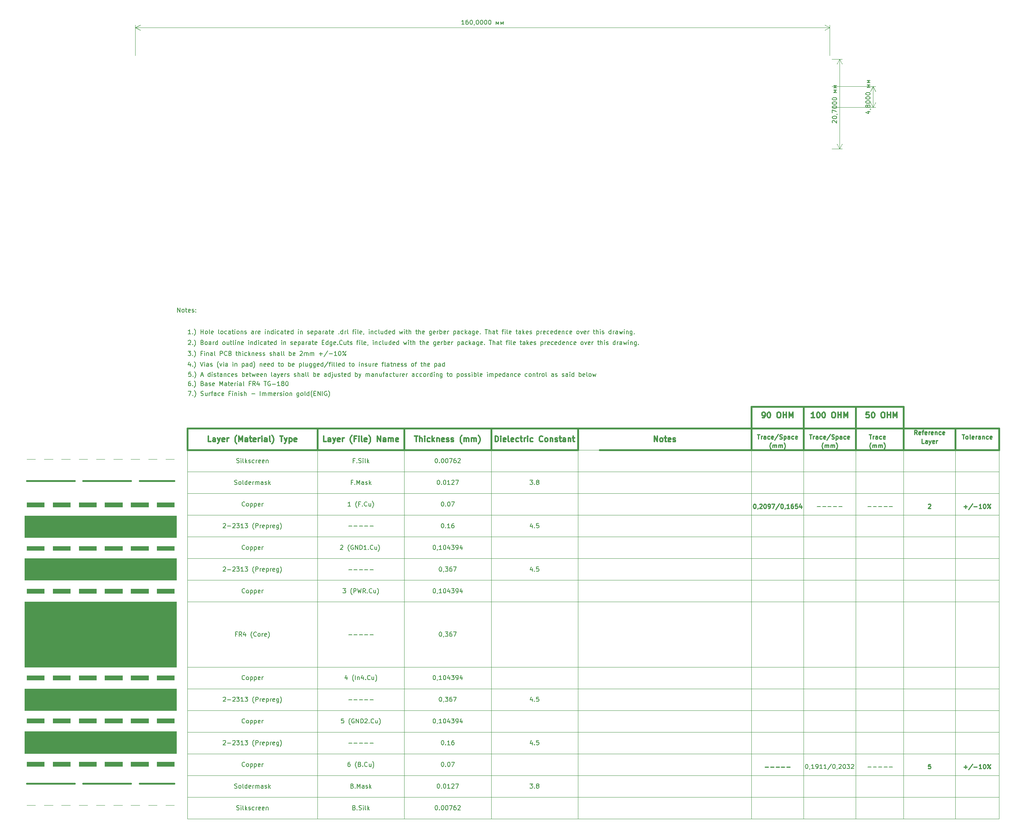
<source format=gbr>
G04 #@! TF.GenerationSoftware,KiCad,Pcbnew,(6.0.10)*
G04 #@! TF.CreationDate,2022-12-27T09:49:49+02:00*
G04 #@! TF.ProjectId,dock_rs232,646f636b-5f72-4733-9233-322e6b696361,rev?*
G04 #@! TF.SameCoordinates,Original*
G04 #@! TF.FileFunction,OtherDrawing,Comment*
%FSLAX46Y46*%
G04 Gerber Fmt 4.6, Leading zero omitted, Abs format (unit mm)*
G04 Created by KiCad (PCBNEW (6.0.10)) date 2022-12-27 09:49:49*
%MOMM*%
%LPD*%
G01*
G04 APERTURE LIST*
%ADD10C,0.150000*%
%ADD11C,0.100000*%
%ADD12C,0.250000*%
%ADD13C,0.300000*%
%ADD14C,0.400000*%
%ADD15C,0.120000*%
G04 APERTURE END LIST*
D10*
X289867823Y-86919734D02*
X289296395Y-86919734D01*
X289582109Y-86919734D02*
X289582109Y-85919734D01*
X289486871Y-86062592D01*
X289391633Y-86157830D01*
X289296395Y-86205449D01*
X290724966Y-85919734D02*
X290534490Y-85919734D01*
X290439252Y-85967354D01*
X290391633Y-86014973D01*
X290296395Y-86157830D01*
X290248776Y-86348306D01*
X290248776Y-86729258D01*
X290296395Y-86824496D01*
X290344014Y-86872115D01*
X290439252Y-86919734D01*
X290629728Y-86919734D01*
X290724966Y-86872115D01*
X290772585Y-86824496D01*
X290820204Y-86729258D01*
X290820204Y-86491163D01*
X290772585Y-86395925D01*
X290724966Y-86348306D01*
X290629728Y-86300687D01*
X290439252Y-86300687D01*
X290344014Y-86348306D01*
X290296395Y-86395925D01*
X290248776Y-86491163D01*
X291439252Y-85919734D02*
X291534490Y-85919734D01*
X291629728Y-85967354D01*
X291677347Y-86014973D01*
X291724966Y-86110211D01*
X291772585Y-86300687D01*
X291772585Y-86538782D01*
X291724966Y-86729258D01*
X291677347Y-86824496D01*
X291629728Y-86872115D01*
X291534490Y-86919734D01*
X291439252Y-86919734D01*
X291344014Y-86872115D01*
X291296395Y-86824496D01*
X291248776Y-86729258D01*
X291201157Y-86538782D01*
X291201157Y-86300687D01*
X291248776Y-86110211D01*
X291296395Y-86014973D01*
X291344014Y-85967354D01*
X291439252Y-85919734D01*
X292248776Y-86872115D02*
X292248776Y-86919734D01*
X292201157Y-87014973D01*
X292153538Y-87062592D01*
X292867823Y-85919734D02*
X292963061Y-85919734D01*
X293058299Y-85967354D01*
X293105919Y-86014973D01*
X293153538Y-86110211D01*
X293201157Y-86300687D01*
X293201157Y-86538782D01*
X293153538Y-86729258D01*
X293105919Y-86824496D01*
X293058299Y-86872115D01*
X292963061Y-86919734D01*
X292867823Y-86919734D01*
X292772585Y-86872115D01*
X292724966Y-86824496D01*
X292677347Y-86729258D01*
X292629728Y-86538782D01*
X292629728Y-86300687D01*
X292677347Y-86110211D01*
X292724966Y-86014973D01*
X292772585Y-85967354D01*
X292867823Y-85919734D01*
X293820204Y-85919734D02*
X293915442Y-85919734D01*
X294010680Y-85967354D01*
X294058299Y-86014973D01*
X294105919Y-86110211D01*
X294153538Y-86300687D01*
X294153538Y-86538782D01*
X294105919Y-86729258D01*
X294058299Y-86824496D01*
X294010680Y-86872115D01*
X293915442Y-86919734D01*
X293820204Y-86919734D01*
X293724966Y-86872115D01*
X293677347Y-86824496D01*
X293629728Y-86729258D01*
X293582109Y-86538782D01*
X293582109Y-86300687D01*
X293629728Y-86110211D01*
X293677347Y-86014973D01*
X293724966Y-85967354D01*
X293820204Y-85919734D01*
X294772585Y-85919734D02*
X294867823Y-85919734D01*
X294963061Y-85967354D01*
X295010680Y-86014973D01*
X295058299Y-86110211D01*
X295105919Y-86300687D01*
X295105919Y-86538782D01*
X295058299Y-86729258D01*
X295010680Y-86824496D01*
X294963061Y-86872115D01*
X294867823Y-86919734D01*
X294772585Y-86919734D01*
X294677347Y-86872115D01*
X294629728Y-86824496D01*
X294582109Y-86729258D01*
X294534490Y-86538782D01*
X294534490Y-86300687D01*
X294582109Y-86110211D01*
X294629728Y-86014973D01*
X294677347Y-85967354D01*
X294772585Y-85919734D01*
X295724966Y-85919734D02*
X295820204Y-85919734D01*
X295915442Y-85967354D01*
X295963061Y-86014973D01*
X296010680Y-86110211D01*
X296058299Y-86300687D01*
X296058299Y-86538782D01*
X296010680Y-86729258D01*
X295963061Y-86824496D01*
X295915442Y-86872115D01*
X295820204Y-86919734D01*
X295724966Y-86919734D01*
X295629728Y-86872115D01*
X295582109Y-86824496D01*
X295534490Y-86729258D01*
X295486871Y-86538782D01*
X295486871Y-86300687D01*
X295534490Y-86110211D01*
X295582109Y-86014973D01*
X295629728Y-85967354D01*
X295724966Y-85919734D01*
X297248776Y-86919734D02*
X297248776Y-86253068D01*
X297534490Y-86776877D01*
X297820204Y-86253068D01*
X297820204Y-86919734D01*
X298296395Y-86919734D02*
X298296395Y-86253068D01*
X298582109Y-86776877D01*
X298867823Y-86253068D01*
X298867823Y-86919734D01*
D11*
X374105919Y-94117354D02*
X374105919Y-87030934D01*
X214105919Y-94117354D02*
X214105919Y-87030934D01*
X374105919Y-87617354D02*
X214105919Y-87617354D01*
X374105919Y-87617354D02*
X214105919Y-87617354D01*
X374105919Y-87617354D02*
X372979415Y-87030933D01*
X374105919Y-87617354D02*
X372979415Y-88203775D01*
X214105919Y-87617354D02*
X215232423Y-88203775D01*
X214105919Y-87617354D02*
X215232423Y-87030933D01*
D10*
X374803538Y-109600687D02*
X374755919Y-109553068D01*
X374708299Y-109457830D01*
X374708299Y-109219734D01*
X374755919Y-109124496D01*
X374803538Y-109076877D01*
X374898776Y-109029258D01*
X374994014Y-109029258D01*
X375136871Y-109076877D01*
X375708299Y-109648306D01*
X375708299Y-109029258D01*
X374708299Y-108410211D02*
X374708299Y-108314973D01*
X374755919Y-108219734D01*
X374803538Y-108172115D01*
X374898776Y-108124496D01*
X375089252Y-108076877D01*
X375327347Y-108076877D01*
X375517823Y-108124496D01*
X375613061Y-108172115D01*
X375660680Y-108219734D01*
X375708299Y-108314973D01*
X375708299Y-108410211D01*
X375660680Y-108505449D01*
X375613061Y-108553068D01*
X375517823Y-108600687D01*
X375327347Y-108648306D01*
X375089252Y-108648306D01*
X374898776Y-108600687D01*
X374803538Y-108553068D01*
X374755919Y-108505449D01*
X374708299Y-108410211D01*
X375660680Y-107600687D02*
X375708299Y-107600687D01*
X375803538Y-107648306D01*
X375851157Y-107695925D01*
X374708299Y-107267354D02*
X374708299Y-106600687D01*
X375708299Y-107029258D01*
X374708299Y-106029258D02*
X374708299Y-105934020D01*
X374755919Y-105838782D01*
X374803538Y-105791163D01*
X374898776Y-105743544D01*
X375089252Y-105695925D01*
X375327347Y-105695925D01*
X375517823Y-105743544D01*
X375613061Y-105791163D01*
X375660680Y-105838782D01*
X375708299Y-105934020D01*
X375708299Y-106029258D01*
X375660680Y-106124496D01*
X375613061Y-106172115D01*
X375517823Y-106219734D01*
X375327347Y-106267354D01*
X375089252Y-106267354D01*
X374898776Y-106219734D01*
X374803538Y-106172115D01*
X374755919Y-106124496D01*
X374708299Y-106029258D01*
X374708299Y-105076877D02*
X374708299Y-104981639D01*
X374755919Y-104886401D01*
X374803538Y-104838782D01*
X374898776Y-104791163D01*
X375089252Y-104743544D01*
X375327347Y-104743544D01*
X375517823Y-104791163D01*
X375613061Y-104838782D01*
X375660680Y-104886401D01*
X375708299Y-104981639D01*
X375708299Y-105076877D01*
X375660680Y-105172115D01*
X375613061Y-105219734D01*
X375517823Y-105267354D01*
X375327347Y-105314973D01*
X375089252Y-105314973D01*
X374898776Y-105267354D01*
X374803538Y-105219734D01*
X374755919Y-105172115D01*
X374708299Y-105076877D01*
X374708299Y-104124496D02*
X374708299Y-104029258D01*
X374755919Y-103934020D01*
X374803538Y-103886401D01*
X374898776Y-103838782D01*
X375089252Y-103791163D01*
X375327347Y-103791163D01*
X375517823Y-103838782D01*
X375613061Y-103886401D01*
X375660680Y-103934020D01*
X375708299Y-104029258D01*
X375708299Y-104124496D01*
X375660680Y-104219734D01*
X375613061Y-104267354D01*
X375517823Y-104314973D01*
X375327347Y-104362592D01*
X375089252Y-104362592D01*
X374898776Y-104314973D01*
X374803538Y-104267354D01*
X374755919Y-104219734D01*
X374708299Y-104124496D01*
X375708299Y-102600687D02*
X375041633Y-102600687D01*
X375565442Y-102314973D01*
X375041633Y-102029258D01*
X375708299Y-102029258D01*
X375708299Y-101553068D02*
X375041633Y-101553068D01*
X375565442Y-101267354D01*
X375041633Y-100981639D01*
X375708299Y-100981639D01*
D11*
X374605919Y-115617354D02*
X376992339Y-115617354D01*
X374605919Y-94917354D02*
X376992339Y-94917354D01*
X376405919Y-115617354D02*
X376405919Y-94917354D01*
X376405919Y-115617354D02*
X376405919Y-94917354D01*
X376405919Y-115617354D02*
X376992340Y-114490850D01*
X376405919Y-115617354D02*
X375819498Y-114490850D01*
X376405919Y-94917354D02*
X375819498Y-96043858D01*
X376405919Y-94917354D02*
X376992340Y-96043858D01*
D10*
X382741633Y-106998306D02*
X383408299Y-106998306D01*
X382360680Y-107236401D02*
X383074966Y-107474496D01*
X383074966Y-106855449D01*
X383360680Y-106426877D02*
X383408299Y-106426877D01*
X383503538Y-106474496D01*
X383551157Y-106522115D01*
X382836871Y-105855449D02*
X382789252Y-105950687D01*
X382741633Y-105998306D01*
X382646395Y-106045925D01*
X382598776Y-106045925D01*
X382503538Y-105998306D01*
X382455919Y-105950687D01*
X382408299Y-105855449D01*
X382408299Y-105664973D01*
X382455919Y-105569734D01*
X382503538Y-105522115D01*
X382598776Y-105474496D01*
X382646395Y-105474496D01*
X382741633Y-105522115D01*
X382789252Y-105569734D01*
X382836871Y-105664973D01*
X382836871Y-105855449D01*
X382884490Y-105950687D01*
X382932109Y-105998306D01*
X383027347Y-106045925D01*
X383217823Y-106045925D01*
X383313061Y-105998306D01*
X383360680Y-105950687D01*
X383408299Y-105855449D01*
X383408299Y-105664973D01*
X383360680Y-105569734D01*
X383313061Y-105522115D01*
X383217823Y-105474496D01*
X383027347Y-105474496D01*
X382932109Y-105522115D01*
X382884490Y-105569734D01*
X382836871Y-105664973D01*
X382408299Y-104855449D02*
X382408299Y-104760211D01*
X382455919Y-104664973D01*
X382503538Y-104617354D01*
X382598776Y-104569734D01*
X382789252Y-104522115D01*
X383027347Y-104522115D01*
X383217823Y-104569734D01*
X383313061Y-104617354D01*
X383360680Y-104664973D01*
X383408299Y-104760211D01*
X383408299Y-104855449D01*
X383360680Y-104950687D01*
X383313061Y-104998306D01*
X383217823Y-105045925D01*
X383027347Y-105093544D01*
X382789252Y-105093544D01*
X382598776Y-105045925D01*
X382503538Y-104998306D01*
X382455919Y-104950687D01*
X382408299Y-104855449D01*
X382408299Y-103903068D02*
X382408299Y-103807830D01*
X382455919Y-103712592D01*
X382503538Y-103664973D01*
X382598776Y-103617354D01*
X382789252Y-103569734D01*
X383027347Y-103569734D01*
X383217823Y-103617354D01*
X383313061Y-103664973D01*
X383360680Y-103712592D01*
X383408299Y-103807830D01*
X383408299Y-103903068D01*
X383360680Y-103998306D01*
X383313061Y-104045925D01*
X383217823Y-104093544D01*
X383027347Y-104141163D01*
X382789252Y-104141163D01*
X382598776Y-104093544D01*
X382503538Y-104045925D01*
X382455919Y-103998306D01*
X382408299Y-103903068D01*
X382408299Y-102950687D02*
X382408299Y-102855449D01*
X382455919Y-102760211D01*
X382503538Y-102712592D01*
X382598776Y-102664973D01*
X382789252Y-102617354D01*
X383027347Y-102617354D01*
X383217823Y-102664973D01*
X383313061Y-102712592D01*
X383360680Y-102760211D01*
X383408299Y-102855449D01*
X383408299Y-102950687D01*
X383360680Y-103045925D01*
X383313061Y-103093544D01*
X383217823Y-103141163D01*
X383027347Y-103188782D01*
X382789252Y-103188782D01*
X382598776Y-103141163D01*
X382503538Y-103093544D01*
X382455919Y-103045925D01*
X382408299Y-102950687D01*
X383408299Y-101426877D02*
X382741633Y-101426877D01*
X383265442Y-101141163D01*
X382741633Y-100855449D01*
X383408299Y-100855449D01*
X383408299Y-100379258D02*
X382741633Y-100379258D01*
X383265442Y-100093544D01*
X382741633Y-99807830D01*
X383408299Y-99807830D01*
D11*
X374605919Y-101217354D02*
X384692339Y-101217354D01*
X374605919Y-106017354D02*
X384692339Y-106017354D01*
X384105919Y-101217354D02*
X384105919Y-106017354D01*
X384105919Y-101217354D02*
X384105919Y-106017354D01*
X384105919Y-101217354D02*
X383519498Y-102343858D01*
X384105919Y-101217354D02*
X384692340Y-102343858D01*
X384105919Y-106017354D02*
X384692340Y-104890850D01*
X384105919Y-106017354D02*
X383519498Y-104890850D01*
D10*
X234342823Y-212052473D02*
X234390442Y-212004854D01*
X234485680Y-211957234D01*
X234723776Y-211957234D01*
X234819014Y-212004854D01*
X234866633Y-212052473D01*
X234914252Y-212147711D01*
X234914252Y-212242949D01*
X234866633Y-212385806D01*
X234295204Y-212957234D01*
X234914252Y-212957234D01*
X235342823Y-212576282D02*
X236104728Y-212576282D01*
X236533299Y-212052473D02*
X236580919Y-212004854D01*
X236676157Y-211957234D01*
X236914252Y-211957234D01*
X237009490Y-212004854D01*
X237057109Y-212052473D01*
X237104728Y-212147711D01*
X237104728Y-212242949D01*
X237057109Y-212385806D01*
X236485680Y-212957234D01*
X237104728Y-212957234D01*
X237438061Y-211957234D02*
X238057109Y-211957234D01*
X237723776Y-212338187D01*
X237866633Y-212338187D01*
X237961871Y-212385806D01*
X238009490Y-212433425D01*
X238057109Y-212528663D01*
X238057109Y-212766758D01*
X238009490Y-212861996D01*
X237961871Y-212909615D01*
X237866633Y-212957234D01*
X237580919Y-212957234D01*
X237485680Y-212909615D01*
X237438061Y-212861996D01*
X239009490Y-212957234D02*
X238438061Y-212957234D01*
X238723776Y-212957234D02*
X238723776Y-211957234D01*
X238628538Y-212100092D01*
X238533299Y-212195330D01*
X238438061Y-212242949D01*
X239342823Y-211957234D02*
X239961871Y-211957234D01*
X239628538Y-212338187D01*
X239771395Y-212338187D01*
X239866633Y-212385806D01*
X239914252Y-212433425D01*
X239961871Y-212528663D01*
X239961871Y-212766758D01*
X239914252Y-212861996D01*
X239866633Y-212909615D01*
X239771395Y-212957234D01*
X239485680Y-212957234D01*
X239390442Y-212909615D01*
X239342823Y-212861996D01*
X241438061Y-213338187D02*
X241390442Y-213290568D01*
X241295204Y-213147711D01*
X241247585Y-213052473D01*
X241199966Y-212909615D01*
X241152347Y-212671520D01*
X241152347Y-212481044D01*
X241199966Y-212242949D01*
X241247585Y-212100092D01*
X241295204Y-212004854D01*
X241390442Y-211861996D01*
X241438061Y-211814377D01*
X241819014Y-212957234D02*
X241819014Y-211957234D01*
X242199966Y-211957234D01*
X242295204Y-212004854D01*
X242342823Y-212052473D01*
X242390442Y-212147711D01*
X242390442Y-212290568D01*
X242342823Y-212385806D01*
X242295204Y-212433425D01*
X242199966Y-212481044D01*
X241819014Y-212481044D01*
X242819014Y-212957234D02*
X242819014Y-212290568D01*
X242819014Y-212481044D02*
X242866633Y-212385806D01*
X242914252Y-212338187D01*
X243009490Y-212290568D01*
X243104728Y-212290568D01*
X243819014Y-212909615D02*
X243723776Y-212957234D01*
X243533299Y-212957234D01*
X243438061Y-212909615D01*
X243390442Y-212814377D01*
X243390442Y-212433425D01*
X243438061Y-212338187D01*
X243533299Y-212290568D01*
X243723776Y-212290568D01*
X243819014Y-212338187D01*
X243866633Y-212433425D01*
X243866633Y-212528663D01*
X243390442Y-212623901D01*
X244295204Y-212290568D02*
X244295204Y-213290568D01*
X244295204Y-212338187D02*
X244390442Y-212290568D01*
X244580919Y-212290568D01*
X244676157Y-212338187D01*
X244723776Y-212385806D01*
X244771395Y-212481044D01*
X244771395Y-212766758D01*
X244723776Y-212861996D01*
X244676157Y-212909615D01*
X244580919Y-212957234D01*
X244390442Y-212957234D01*
X244295204Y-212909615D01*
X245199966Y-212957234D02*
X245199966Y-212290568D01*
X245199966Y-212481044D02*
X245247585Y-212385806D01*
X245295204Y-212338187D01*
X245390442Y-212290568D01*
X245485680Y-212290568D01*
X246199966Y-212909615D02*
X246104728Y-212957234D01*
X245914252Y-212957234D01*
X245819014Y-212909615D01*
X245771395Y-212814377D01*
X245771395Y-212433425D01*
X245819014Y-212338187D01*
X245914252Y-212290568D01*
X246104728Y-212290568D01*
X246199966Y-212338187D01*
X246247585Y-212433425D01*
X246247585Y-212528663D01*
X245771395Y-212623901D01*
X247104728Y-212290568D02*
X247104728Y-213100092D01*
X247057109Y-213195330D01*
X247009490Y-213242949D01*
X246914252Y-213290568D01*
X246771395Y-213290568D01*
X246676157Y-213242949D01*
X247104728Y-212909615D02*
X247009490Y-212957234D01*
X246819014Y-212957234D01*
X246723776Y-212909615D01*
X246676157Y-212861996D01*
X246628538Y-212766758D01*
X246628538Y-212481044D01*
X246676157Y-212385806D01*
X246723776Y-212338187D01*
X246819014Y-212290568D01*
X247009490Y-212290568D01*
X247104728Y-212338187D01*
X247485680Y-213338187D02*
X247533299Y-213290568D01*
X247628538Y-213147711D01*
X247676157Y-213052473D01*
X247723776Y-212909615D01*
X247771395Y-212671520D01*
X247771395Y-212481044D01*
X247723776Y-212242949D01*
X247676157Y-212100092D01*
X247628538Y-212004854D01*
X247533299Y-211861996D01*
X247485680Y-211814377D01*
X226785085Y-169202234D02*
X226594609Y-169202234D01*
X226499371Y-169249854D01*
X226451752Y-169297473D01*
X226356514Y-169440330D01*
X226308895Y-169630806D01*
X226308895Y-170011758D01*
X226356514Y-170106996D01*
X226404133Y-170154615D01*
X226499371Y-170202234D01*
X226689847Y-170202234D01*
X226785085Y-170154615D01*
X226832704Y-170106996D01*
X226880323Y-170011758D01*
X226880323Y-169773663D01*
X226832704Y-169678425D01*
X226785085Y-169630806D01*
X226689847Y-169583187D01*
X226499371Y-169583187D01*
X226404133Y-169630806D01*
X226356514Y-169678425D01*
X226308895Y-169773663D01*
X227308895Y-170106996D02*
X227356514Y-170154615D01*
X227308895Y-170202234D01*
X227261276Y-170154615D01*
X227308895Y-170106996D01*
X227308895Y-170202234D01*
X227689847Y-170583187D02*
X227737466Y-170535568D01*
X227832704Y-170392711D01*
X227880323Y-170297473D01*
X227927942Y-170154615D01*
X227975561Y-169916520D01*
X227975561Y-169726044D01*
X227927942Y-169487949D01*
X227880323Y-169345092D01*
X227832704Y-169249854D01*
X227737466Y-169106996D01*
X227689847Y-169059377D01*
X229546990Y-169678425D02*
X229689847Y-169726044D01*
X229737466Y-169773663D01*
X229785085Y-169868901D01*
X229785085Y-170011758D01*
X229737466Y-170106996D01*
X229689847Y-170154615D01*
X229594609Y-170202234D01*
X229213657Y-170202234D01*
X229213657Y-169202234D01*
X229546990Y-169202234D01*
X229642228Y-169249854D01*
X229689847Y-169297473D01*
X229737466Y-169392711D01*
X229737466Y-169487949D01*
X229689847Y-169583187D01*
X229642228Y-169630806D01*
X229546990Y-169678425D01*
X229213657Y-169678425D01*
X230642228Y-170202234D02*
X230642228Y-169678425D01*
X230594609Y-169583187D01*
X230499371Y-169535568D01*
X230308895Y-169535568D01*
X230213657Y-169583187D01*
X230642228Y-170154615D02*
X230546990Y-170202234D01*
X230308895Y-170202234D01*
X230213657Y-170154615D01*
X230166038Y-170059377D01*
X230166038Y-169964139D01*
X230213657Y-169868901D01*
X230308895Y-169821282D01*
X230546990Y-169821282D01*
X230642228Y-169773663D01*
X231070799Y-170154615D02*
X231166038Y-170202234D01*
X231356514Y-170202234D01*
X231451752Y-170154615D01*
X231499371Y-170059377D01*
X231499371Y-170011758D01*
X231451752Y-169916520D01*
X231356514Y-169868901D01*
X231213657Y-169868901D01*
X231118419Y-169821282D01*
X231070799Y-169726044D01*
X231070799Y-169678425D01*
X231118419Y-169583187D01*
X231213657Y-169535568D01*
X231356514Y-169535568D01*
X231451752Y-169583187D01*
X232308895Y-170154615D02*
X232213657Y-170202234D01*
X232023180Y-170202234D01*
X231927942Y-170154615D01*
X231880323Y-170059377D01*
X231880323Y-169678425D01*
X231927942Y-169583187D01*
X232023180Y-169535568D01*
X232213657Y-169535568D01*
X232308895Y-169583187D01*
X232356514Y-169678425D01*
X232356514Y-169773663D01*
X231880323Y-169868901D01*
X233546990Y-170202234D02*
X233546990Y-169202234D01*
X233880323Y-169916520D01*
X234213657Y-169202234D01*
X234213657Y-170202234D01*
X235118419Y-170202234D02*
X235118419Y-169678425D01*
X235070799Y-169583187D01*
X234975561Y-169535568D01*
X234785085Y-169535568D01*
X234689847Y-169583187D01*
X235118419Y-170154615D02*
X235023180Y-170202234D01*
X234785085Y-170202234D01*
X234689847Y-170154615D01*
X234642228Y-170059377D01*
X234642228Y-169964139D01*
X234689847Y-169868901D01*
X234785085Y-169821282D01*
X235023180Y-169821282D01*
X235118419Y-169773663D01*
X235451752Y-169535568D02*
X235832704Y-169535568D01*
X235594609Y-169202234D02*
X235594609Y-170059377D01*
X235642228Y-170154615D01*
X235737466Y-170202234D01*
X235832704Y-170202234D01*
X236546990Y-170154615D02*
X236451752Y-170202234D01*
X236261276Y-170202234D01*
X236166038Y-170154615D01*
X236118419Y-170059377D01*
X236118419Y-169678425D01*
X236166038Y-169583187D01*
X236261276Y-169535568D01*
X236451752Y-169535568D01*
X236546990Y-169583187D01*
X236594609Y-169678425D01*
X236594609Y-169773663D01*
X236118419Y-169868901D01*
X237023180Y-170202234D02*
X237023180Y-169535568D01*
X237023180Y-169726044D02*
X237070799Y-169630806D01*
X237118419Y-169583187D01*
X237213657Y-169535568D01*
X237308895Y-169535568D01*
X237642228Y-170202234D02*
X237642228Y-169535568D01*
X237642228Y-169202234D02*
X237594609Y-169249854D01*
X237642228Y-169297473D01*
X237689847Y-169249854D01*
X237642228Y-169202234D01*
X237642228Y-169297473D01*
X238546990Y-170202234D02*
X238546990Y-169678425D01*
X238499371Y-169583187D01*
X238404133Y-169535568D01*
X238213657Y-169535568D01*
X238118419Y-169583187D01*
X238546990Y-170154615D02*
X238451752Y-170202234D01*
X238213657Y-170202234D01*
X238118419Y-170154615D01*
X238070799Y-170059377D01*
X238070799Y-169964139D01*
X238118419Y-169868901D01*
X238213657Y-169821282D01*
X238451752Y-169821282D01*
X238546990Y-169773663D01*
X239166038Y-170202234D02*
X239070799Y-170154615D01*
X239023180Y-170059377D01*
X239023180Y-169202234D01*
X240642228Y-169678425D02*
X240308895Y-169678425D01*
X240308895Y-170202234D02*
X240308895Y-169202234D01*
X240785085Y-169202234D01*
X241737466Y-170202234D02*
X241404133Y-169726044D01*
X241166038Y-170202234D02*
X241166038Y-169202234D01*
X241546990Y-169202234D01*
X241642228Y-169249854D01*
X241689847Y-169297473D01*
X241737466Y-169392711D01*
X241737466Y-169535568D01*
X241689847Y-169630806D01*
X241642228Y-169678425D01*
X241546990Y-169726044D01*
X241166038Y-169726044D01*
X242594609Y-169535568D02*
X242594609Y-170202234D01*
X242356514Y-169154615D02*
X242118419Y-169868901D01*
X242737466Y-169868901D01*
X243737466Y-169202234D02*
X244308895Y-169202234D01*
X244023180Y-170202234D02*
X244023180Y-169202234D01*
X245166038Y-169249854D02*
X245070799Y-169202234D01*
X244927942Y-169202234D01*
X244785085Y-169249854D01*
X244689847Y-169345092D01*
X244642228Y-169440330D01*
X244594609Y-169630806D01*
X244594609Y-169773663D01*
X244642228Y-169964139D01*
X244689847Y-170059377D01*
X244785085Y-170154615D01*
X244927942Y-170202234D01*
X245023180Y-170202234D01*
X245166038Y-170154615D01*
X245213657Y-170106996D01*
X245213657Y-169773663D01*
X245023180Y-169773663D01*
X245642228Y-169821282D02*
X246404133Y-169821282D01*
X247404133Y-170202234D02*
X246832704Y-170202234D01*
X247118419Y-170202234D02*
X247118419Y-169202234D01*
X247023180Y-169345092D01*
X246927942Y-169440330D01*
X246832704Y-169487949D01*
X247975561Y-169630806D02*
X247880323Y-169583187D01*
X247832704Y-169535568D01*
X247785085Y-169440330D01*
X247785085Y-169392711D01*
X247832704Y-169297473D01*
X247880323Y-169249854D01*
X247975561Y-169202234D01*
X248166038Y-169202234D01*
X248261276Y-169249854D01*
X248308895Y-169297473D01*
X248356514Y-169392711D01*
X248356514Y-169440330D01*
X248308895Y-169535568D01*
X248261276Y-169583187D01*
X248166038Y-169630806D01*
X247975561Y-169630806D01*
X247880323Y-169678425D01*
X247832704Y-169726044D01*
X247785085Y-169821282D01*
X247785085Y-170011758D01*
X247832704Y-170106996D01*
X247880323Y-170154615D01*
X247975561Y-170202234D01*
X248166038Y-170202234D01*
X248261276Y-170154615D01*
X248308895Y-170106996D01*
X248356514Y-170011758D01*
X248356514Y-169821282D01*
X248308895Y-169726044D01*
X248261276Y-169678425D01*
X248166038Y-169630806D01*
X248975561Y-169202234D02*
X249070799Y-169202234D01*
X249166038Y-169249854D01*
X249213657Y-169297473D01*
X249261276Y-169392711D01*
X249308895Y-169583187D01*
X249308895Y-169821282D01*
X249261276Y-170011758D01*
X249213657Y-170106996D01*
X249166038Y-170154615D01*
X249070799Y-170202234D01*
X248975561Y-170202234D01*
X248880323Y-170154615D01*
X248832704Y-170106996D01*
X248785085Y-170011758D01*
X248737466Y-169821282D01*
X248737466Y-169583187D01*
X248785085Y-169392711D01*
X248832704Y-169297473D01*
X248880323Y-169249854D01*
X248975561Y-169202234D01*
X226770085Y-165065568D02*
X226770085Y-165732234D01*
X226531990Y-164684615D02*
X226293895Y-165398901D01*
X226912942Y-165398901D01*
X227293895Y-165636996D02*
X227341514Y-165684615D01*
X227293895Y-165732234D01*
X227246276Y-165684615D01*
X227293895Y-165636996D01*
X227293895Y-165732234D01*
X227674847Y-166113187D02*
X227722466Y-166065568D01*
X227817704Y-165922711D01*
X227865323Y-165827473D01*
X227912942Y-165684615D01*
X227960561Y-165446520D01*
X227960561Y-165256044D01*
X227912942Y-165017949D01*
X227865323Y-164875092D01*
X227817704Y-164779854D01*
X227722466Y-164636996D01*
X227674847Y-164589377D01*
X229055799Y-164732234D02*
X229389133Y-165732234D01*
X229722466Y-164732234D01*
X230055799Y-165732234D02*
X230055799Y-165065568D01*
X230055799Y-164732234D02*
X230008180Y-164779854D01*
X230055799Y-164827473D01*
X230103419Y-164779854D01*
X230055799Y-164732234D01*
X230055799Y-164827473D01*
X230960561Y-165732234D02*
X230960561Y-165208425D01*
X230912942Y-165113187D01*
X230817704Y-165065568D01*
X230627228Y-165065568D01*
X230531990Y-165113187D01*
X230960561Y-165684615D02*
X230865323Y-165732234D01*
X230627228Y-165732234D01*
X230531990Y-165684615D01*
X230484371Y-165589377D01*
X230484371Y-165494139D01*
X230531990Y-165398901D01*
X230627228Y-165351282D01*
X230865323Y-165351282D01*
X230960561Y-165303663D01*
X231389133Y-165684615D02*
X231484371Y-165732234D01*
X231674847Y-165732234D01*
X231770085Y-165684615D01*
X231817704Y-165589377D01*
X231817704Y-165541758D01*
X231770085Y-165446520D01*
X231674847Y-165398901D01*
X231531990Y-165398901D01*
X231436752Y-165351282D01*
X231389133Y-165256044D01*
X231389133Y-165208425D01*
X231436752Y-165113187D01*
X231531990Y-165065568D01*
X231674847Y-165065568D01*
X231770085Y-165113187D01*
X233293895Y-166113187D02*
X233246276Y-166065568D01*
X233151038Y-165922711D01*
X233103419Y-165827473D01*
X233055799Y-165684615D01*
X233008180Y-165446520D01*
X233008180Y-165256044D01*
X233055799Y-165017949D01*
X233103419Y-164875092D01*
X233151038Y-164779854D01*
X233246276Y-164636996D01*
X233293895Y-164589377D01*
X233579609Y-165065568D02*
X233817704Y-165732234D01*
X234055799Y-165065568D01*
X234436752Y-165732234D02*
X234436752Y-165065568D01*
X234436752Y-164732234D02*
X234389133Y-164779854D01*
X234436752Y-164827473D01*
X234484371Y-164779854D01*
X234436752Y-164732234D01*
X234436752Y-164827473D01*
X235341514Y-165732234D02*
X235341514Y-165208425D01*
X235293895Y-165113187D01*
X235198657Y-165065568D01*
X235008180Y-165065568D01*
X234912942Y-165113187D01*
X235341514Y-165684615D02*
X235246276Y-165732234D01*
X235008180Y-165732234D01*
X234912942Y-165684615D01*
X234865323Y-165589377D01*
X234865323Y-165494139D01*
X234912942Y-165398901D01*
X235008180Y-165351282D01*
X235246276Y-165351282D01*
X235341514Y-165303663D01*
X236579609Y-165732234D02*
X236579609Y-165065568D01*
X236579609Y-164732234D02*
X236531990Y-164779854D01*
X236579609Y-164827473D01*
X236627228Y-164779854D01*
X236579609Y-164732234D01*
X236579609Y-164827473D01*
X237055799Y-165065568D02*
X237055799Y-165732234D01*
X237055799Y-165160806D02*
X237103419Y-165113187D01*
X237198657Y-165065568D01*
X237341514Y-165065568D01*
X237436752Y-165113187D01*
X237484371Y-165208425D01*
X237484371Y-165732234D01*
X238722466Y-165065568D02*
X238722466Y-166065568D01*
X238722466Y-165113187D02*
X238817704Y-165065568D01*
X239008180Y-165065568D01*
X239103419Y-165113187D01*
X239151038Y-165160806D01*
X239198657Y-165256044D01*
X239198657Y-165541758D01*
X239151038Y-165636996D01*
X239103419Y-165684615D01*
X239008180Y-165732234D01*
X238817704Y-165732234D01*
X238722466Y-165684615D01*
X240055799Y-165732234D02*
X240055799Y-165208425D01*
X240008180Y-165113187D01*
X239912942Y-165065568D01*
X239722466Y-165065568D01*
X239627228Y-165113187D01*
X240055799Y-165684615D02*
X239960561Y-165732234D01*
X239722466Y-165732234D01*
X239627228Y-165684615D01*
X239579609Y-165589377D01*
X239579609Y-165494139D01*
X239627228Y-165398901D01*
X239722466Y-165351282D01*
X239960561Y-165351282D01*
X240055799Y-165303663D01*
X240960561Y-165732234D02*
X240960561Y-164732234D01*
X240960561Y-165684615D02*
X240865323Y-165732234D01*
X240674847Y-165732234D01*
X240579609Y-165684615D01*
X240531990Y-165636996D01*
X240484371Y-165541758D01*
X240484371Y-165256044D01*
X240531990Y-165160806D01*
X240579609Y-165113187D01*
X240674847Y-165065568D01*
X240865323Y-165065568D01*
X240960561Y-165113187D01*
X241341514Y-166113187D02*
X241389133Y-166065568D01*
X241484371Y-165922711D01*
X241531990Y-165827473D01*
X241579609Y-165684615D01*
X241627228Y-165446520D01*
X241627228Y-165256044D01*
X241579609Y-165017949D01*
X241531990Y-164875092D01*
X241484371Y-164779854D01*
X241389133Y-164636996D01*
X241341514Y-164589377D01*
X242865323Y-165065568D02*
X242865323Y-165732234D01*
X242865323Y-165160806D02*
X242912942Y-165113187D01*
X243008180Y-165065568D01*
X243151038Y-165065568D01*
X243246276Y-165113187D01*
X243293895Y-165208425D01*
X243293895Y-165732234D01*
X244151038Y-165684615D02*
X244055799Y-165732234D01*
X243865323Y-165732234D01*
X243770085Y-165684615D01*
X243722466Y-165589377D01*
X243722466Y-165208425D01*
X243770085Y-165113187D01*
X243865323Y-165065568D01*
X244055799Y-165065568D01*
X244151038Y-165113187D01*
X244198657Y-165208425D01*
X244198657Y-165303663D01*
X243722466Y-165398901D01*
X245008180Y-165684615D02*
X244912942Y-165732234D01*
X244722466Y-165732234D01*
X244627228Y-165684615D01*
X244579609Y-165589377D01*
X244579609Y-165208425D01*
X244627228Y-165113187D01*
X244722466Y-165065568D01*
X244912942Y-165065568D01*
X245008180Y-165113187D01*
X245055799Y-165208425D01*
X245055799Y-165303663D01*
X244579609Y-165398901D01*
X245912942Y-165732234D02*
X245912942Y-164732234D01*
X245912942Y-165684615D02*
X245817704Y-165732234D01*
X245627228Y-165732234D01*
X245531990Y-165684615D01*
X245484371Y-165636996D01*
X245436752Y-165541758D01*
X245436752Y-165256044D01*
X245484371Y-165160806D01*
X245531990Y-165113187D01*
X245627228Y-165065568D01*
X245817704Y-165065568D01*
X245912942Y-165113187D01*
X247008180Y-165065568D02*
X247389133Y-165065568D01*
X247151038Y-164732234D02*
X247151038Y-165589377D01*
X247198657Y-165684615D01*
X247293895Y-165732234D01*
X247389133Y-165732234D01*
X247865323Y-165732234D02*
X247770085Y-165684615D01*
X247722466Y-165636996D01*
X247674847Y-165541758D01*
X247674847Y-165256044D01*
X247722466Y-165160806D01*
X247770085Y-165113187D01*
X247865323Y-165065568D01*
X248008180Y-165065568D01*
X248103419Y-165113187D01*
X248151038Y-165160806D01*
X248198657Y-165256044D01*
X248198657Y-165541758D01*
X248151038Y-165636996D01*
X248103419Y-165684615D01*
X248008180Y-165732234D01*
X247865323Y-165732234D01*
X249389133Y-165732234D02*
X249389133Y-164732234D01*
X249389133Y-165113187D02*
X249484371Y-165065568D01*
X249674847Y-165065568D01*
X249770085Y-165113187D01*
X249817704Y-165160806D01*
X249865323Y-165256044D01*
X249865323Y-165541758D01*
X249817704Y-165636996D01*
X249770085Y-165684615D01*
X249674847Y-165732234D01*
X249484371Y-165732234D01*
X249389133Y-165684615D01*
X250674847Y-165684615D02*
X250579609Y-165732234D01*
X250389133Y-165732234D01*
X250293895Y-165684615D01*
X250246276Y-165589377D01*
X250246276Y-165208425D01*
X250293895Y-165113187D01*
X250389133Y-165065568D01*
X250579609Y-165065568D01*
X250674847Y-165113187D01*
X250722466Y-165208425D01*
X250722466Y-165303663D01*
X250246276Y-165398901D01*
X251912942Y-165065568D02*
X251912942Y-166065568D01*
X251912942Y-165113187D02*
X252008180Y-165065568D01*
X252198657Y-165065568D01*
X252293895Y-165113187D01*
X252341514Y-165160806D01*
X252389133Y-165256044D01*
X252389133Y-165541758D01*
X252341514Y-165636996D01*
X252293895Y-165684615D01*
X252198657Y-165732234D01*
X252008180Y-165732234D01*
X251912942Y-165684615D01*
X252960561Y-165732234D02*
X252865323Y-165684615D01*
X252817704Y-165589377D01*
X252817704Y-164732234D01*
X253770085Y-165065568D02*
X253770085Y-165732234D01*
X253341514Y-165065568D02*
X253341514Y-165589377D01*
X253389133Y-165684615D01*
X253484371Y-165732234D01*
X253627228Y-165732234D01*
X253722466Y-165684615D01*
X253770085Y-165636996D01*
X254674847Y-165065568D02*
X254674847Y-165875092D01*
X254627228Y-165970330D01*
X254579609Y-166017949D01*
X254484371Y-166065568D01*
X254341514Y-166065568D01*
X254246276Y-166017949D01*
X254674847Y-165684615D02*
X254579609Y-165732234D01*
X254389133Y-165732234D01*
X254293895Y-165684615D01*
X254246276Y-165636996D01*
X254198657Y-165541758D01*
X254198657Y-165256044D01*
X254246276Y-165160806D01*
X254293895Y-165113187D01*
X254389133Y-165065568D01*
X254579609Y-165065568D01*
X254674847Y-165113187D01*
X255579609Y-165065568D02*
X255579609Y-165875092D01*
X255531990Y-165970330D01*
X255484371Y-166017949D01*
X255389133Y-166065568D01*
X255246276Y-166065568D01*
X255151038Y-166017949D01*
X255579609Y-165684615D02*
X255484371Y-165732234D01*
X255293895Y-165732234D01*
X255198657Y-165684615D01*
X255151038Y-165636996D01*
X255103419Y-165541758D01*
X255103419Y-165256044D01*
X255151038Y-165160806D01*
X255198657Y-165113187D01*
X255293895Y-165065568D01*
X255484371Y-165065568D01*
X255579609Y-165113187D01*
X256436752Y-165684615D02*
X256341514Y-165732234D01*
X256151038Y-165732234D01*
X256055799Y-165684615D01*
X256008180Y-165589377D01*
X256008180Y-165208425D01*
X256055799Y-165113187D01*
X256151038Y-165065568D01*
X256341514Y-165065568D01*
X256436752Y-165113187D01*
X256484371Y-165208425D01*
X256484371Y-165303663D01*
X256008180Y-165398901D01*
X257341514Y-165732234D02*
X257341514Y-164732234D01*
X257341514Y-165684615D02*
X257246276Y-165732234D01*
X257055799Y-165732234D01*
X256960561Y-165684615D01*
X256912942Y-165636996D01*
X256865323Y-165541758D01*
X256865323Y-165256044D01*
X256912942Y-165160806D01*
X256960561Y-165113187D01*
X257055799Y-165065568D01*
X257246276Y-165065568D01*
X257341514Y-165113187D01*
X258531990Y-164684615D02*
X257674847Y-165970330D01*
X258722466Y-165065568D02*
X259103419Y-165065568D01*
X258865323Y-165732234D02*
X258865323Y-164875092D01*
X258912942Y-164779854D01*
X259008180Y-164732234D01*
X259103419Y-164732234D01*
X259436752Y-165732234D02*
X259436752Y-165065568D01*
X259436752Y-164732234D02*
X259389133Y-164779854D01*
X259436752Y-164827473D01*
X259484371Y-164779854D01*
X259436752Y-164732234D01*
X259436752Y-164827473D01*
X260055799Y-165732234D02*
X259960561Y-165684615D01*
X259912942Y-165589377D01*
X259912942Y-164732234D01*
X260579609Y-165732234D02*
X260484371Y-165684615D01*
X260436752Y-165589377D01*
X260436752Y-164732234D01*
X261341514Y-165684615D02*
X261246276Y-165732234D01*
X261055799Y-165732234D01*
X260960561Y-165684615D01*
X260912942Y-165589377D01*
X260912942Y-165208425D01*
X260960561Y-165113187D01*
X261055799Y-165065568D01*
X261246276Y-165065568D01*
X261341514Y-165113187D01*
X261389133Y-165208425D01*
X261389133Y-165303663D01*
X260912942Y-165398901D01*
X262246276Y-165732234D02*
X262246276Y-164732234D01*
X262246276Y-165684615D02*
X262151038Y-165732234D01*
X261960561Y-165732234D01*
X261865323Y-165684615D01*
X261817704Y-165636996D01*
X261770085Y-165541758D01*
X261770085Y-165256044D01*
X261817704Y-165160806D01*
X261865323Y-165113187D01*
X261960561Y-165065568D01*
X262151038Y-165065568D01*
X262246276Y-165113187D01*
X263341514Y-165065568D02*
X263722466Y-165065568D01*
X263484371Y-164732234D02*
X263484371Y-165589377D01*
X263531990Y-165684615D01*
X263627228Y-165732234D01*
X263722466Y-165732234D01*
X264198657Y-165732234D02*
X264103418Y-165684615D01*
X264055799Y-165636996D01*
X264008180Y-165541758D01*
X264008180Y-165256044D01*
X264055799Y-165160806D01*
X264103418Y-165113187D01*
X264198657Y-165065568D01*
X264341514Y-165065568D01*
X264436752Y-165113187D01*
X264484371Y-165160806D01*
X264531990Y-165256044D01*
X264531990Y-165541758D01*
X264484371Y-165636996D01*
X264436752Y-165684615D01*
X264341514Y-165732234D01*
X264198657Y-165732234D01*
X265722466Y-165732234D02*
X265722466Y-165065568D01*
X265722466Y-164732234D02*
X265674847Y-164779854D01*
X265722466Y-164827473D01*
X265770085Y-164779854D01*
X265722466Y-164732234D01*
X265722466Y-164827473D01*
X266198657Y-165065568D02*
X266198657Y-165732234D01*
X266198657Y-165160806D02*
X266246276Y-165113187D01*
X266341514Y-165065568D01*
X266484371Y-165065568D01*
X266579609Y-165113187D01*
X266627228Y-165208425D01*
X266627228Y-165732234D01*
X267055799Y-165684615D02*
X267151038Y-165732234D01*
X267341514Y-165732234D01*
X267436752Y-165684615D01*
X267484371Y-165589377D01*
X267484371Y-165541758D01*
X267436752Y-165446520D01*
X267341514Y-165398901D01*
X267198657Y-165398901D01*
X267103418Y-165351282D01*
X267055799Y-165256044D01*
X267055799Y-165208425D01*
X267103418Y-165113187D01*
X267198657Y-165065568D01*
X267341514Y-165065568D01*
X267436752Y-165113187D01*
X268341514Y-165065568D02*
X268341514Y-165732234D01*
X267912942Y-165065568D02*
X267912942Y-165589377D01*
X267960561Y-165684615D01*
X268055799Y-165732234D01*
X268198657Y-165732234D01*
X268293895Y-165684615D01*
X268341514Y-165636996D01*
X268817704Y-165732234D02*
X268817704Y-165065568D01*
X268817704Y-165256044D02*
X268865323Y-165160806D01*
X268912942Y-165113187D01*
X269008180Y-165065568D01*
X269103419Y-165065568D01*
X269817704Y-165684615D02*
X269722466Y-165732234D01*
X269531990Y-165732234D01*
X269436752Y-165684615D01*
X269389133Y-165589377D01*
X269389133Y-165208425D01*
X269436752Y-165113187D01*
X269531990Y-165065568D01*
X269722466Y-165065568D01*
X269817704Y-165113187D01*
X269865323Y-165208425D01*
X269865323Y-165303663D01*
X269389133Y-165398901D01*
X270912942Y-165065568D02*
X271293895Y-165065568D01*
X271055799Y-165732234D02*
X271055799Y-164875092D01*
X271103419Y-164779854D01*
X271198657Y-164732234D01*
X271293895Y-164732234D01*
X271770085Y-165732234D02*
X271674847Y-165684615D01*
X271627228Y-165589377D01*
X271627228Y-164732234D01*
X272579609Y-165732234D02*
X272579609Y-165208425D01*
X272531990Y-165113187D01*
X272436752Y-165065568D01*
X272246276Y-165065568D01*
X272151038Y-165113187D01*
X272579609Y-165684615D02*
X272484371Y-165732234D01*
X272246276Y-165732234D01*
X272151038Y-165684615D01*
X272103419Y-165589377D01*
X272103419Y-165494139D01*
X272151038Y-165398901D01*
X272246276Y-165351282D01*
X272484371Y-165351282D01*
X272579609Y-165303663D01*
X272912942Y-165065568D02*
X273293895Y-165065568D01*
X273055799Y-164732234D02*
X273055799Y-165589377D01*
X273103419Y-165684615D01*
X273198657Y-165732234D01*
X273293895Y-165732234D01*
X273627228Y-165065568D02*
X273627228Y-165732234D01*
X273627228Y-165160806D02*
X273674847Y-165113187D01*
X273770085Y-165065568D01*
X273912942Y-165065568D01*
X274008180Y-165113187D01*
X274055799Y-165208425D01*
X274055799Y-165732234D01*
X274912942Y-165684615D02*
X274817704Y-165732234D01*
X274627228Y-165732234D01*
X274531990Y-165684615D01*
X274484371Y-165589377D01*
X274484371Y-165208425D01*
X274531990Y-165113187D01*
X274627228Y-165065568D01*
X274817704Y-165065568D01*
X274912942Y-165113187D01*
X274960561Y-165208425D01*
X274960561Y-165303663D01*
X274484371Y-165398901D01*
X275341514Y-165684615D02*
X275436752Y-165732234D01*
X275627228Y-165732234D01*
X275722466Y-165684615D01*
X275770085Y-165589377D01*
X275770085Y-165541758D01*
X275722466Y-165446520D01*
X275627228Y-165398901D01*
X275484371Y-165398901D01*
X275389133Y-165351282D01*
X275341514Y-165256044D01*
X275341514Y-165208425D01*
X275389133Y-165113187D01*
X275484371Y-165065568D01*
X275627228Y-165065568D01*
X275722466Y-165113187D01*
X276151038Y-165684615D02*
X276246276Y-165732234D01*
X276436752Y-165732234D01*
X276531990Y-165684615D01*
X276579609Y-165589377D01*
X276579609Y-165541758D01*
X276531990Y-165446520D01*
X276436752Y-165398901D01*
X276293895Y-165398901D01*
X276198657Y-165351282D01*
X276151038Y-165256044D01*
X276151038Y-165208425D01*
X276198657Y-165113187D01*
X276293895Y-165065568D01*
X276436752Y-165065568D01*
X276531990Y-165113187D01*
X277912942Y-165732234D02*
X277817704Y-165684615D01*
X277770085Y-165636996D01*
X277722466Y-165541758D01*
X277722466Y-165256044D01*
X277770085Y-165160806D01*
X277817704Y-165113187D01*
X277912942Y-165065568D01*
X278055799Y-165065568D01*
X278151038Y-165113187D01*
X278198657Y-165160806D01*
X278246276Y-165256044D01*
X278246276Y-165541758D01*
X278198657Y-165636996D01*
X278151038Y-165684615D01*
X278055799Y-165732234D01*
X277912942Y-165732234D01*
X278531990Y-165065568D02*
X278912942Y-165065568D01*
X278674847Y-165732234D02*
X278674847Y-164875092D01*
X278722466Y-164779854D01*
X278817704Y-164732234D01*
X278912942Y-164732234D01*
X279865323Y-165065568D02*
X280246276Y-165065568D01*
X280008180Y-164732234D02*
X280008180Y-165589377D01*
X280055799Y-165684615D01*
X280151038Y-165732234D01*
X280246276Y-165732234D01*
X280579609Y-165732234D02*
X280579609Y-164732234D01*
X281008180Y-165732234D02*
X281008180Y-165208425D01*
X280960561Y-165113187D01*
X280865323Y-165065568D01*
X280722466Y-165065568D01*
X280627228Y-165113187D01*
X280579609Y-165160806D01*
X281865323Y-165684615D02*
X281770085Y-165732234D01*
X281579609Y-165732234D01*
X281484371Y-165684615D01*
X281436752Y-165589377D01*
X281436752Y-165208425D01*
X281484371Y-165113187D01*
X281579609Y-165065568D01*
X281770085Y-165065568D01*
X281865323Y-165113187D01*
X281912942Y-165208425D01*
X281912942Y-165303663D01*
X281436752Y-165398901D01*
X283103419Y-165065568D02*
X283103419Y-166065568D01*
X283103419Y-165113187D02*
X283198657Y-165065568D01*
X283389133Y-165065568D01*
X283484371Y-165113187D01*
X283531990Y-165160806D01*
X283579609Y-165256044D01*
X283579609Y-165541758D01*
X283531990Y-165636996D01*
X283484371Y-165684615D01*
X283389133Y-165732234D01*
X283198657Y-165732234D01*
X283103419Y-165684615D01*
X284436752Y-165732234D02*
X284436752Y-165208425D01*
X284389133Y-165113187D01*
X284293895Y-165065568D01*
X284103419Y-165065568D01*
X284008180Y-165113187D01*
X284436752Y-165684615D02*
X284341514Y-165732234D01*
X284103419Y-165732234D01*
X284008180Y-165684615D01*
X283960561Y-165589377D01*
X283960561Y-165494139D01*
X284008180Y-165398901D01*
X284103419Y-165351282D01*
X284341514Y-165351282D01*
X284436752Y-165303663D01*
X285341514Y-165732234D02*
X285341514Y-164732234D01*
X285341514Y-165684615D02*
X285246276Y-165732234D01*
X285055799Y-165732234D01*
X284960561Y-165684615D01*
X284912942Y-165636996D01*
X284865323Y-165541758D01*
X284865323Y-165256044D01*
X284912942Y-165160806D01*
X284960561Y-165113187D01*
X285055799Y-165065568D01*
X285246276Y-165065568D01*
X285341514Y-165113187D01*
X226296276Y-171469734D02*
X226962942Y-171469734D01*
X226534371Y-172469734D01*
X227343895Y-172374496D02*
X227391514Y-172422115D01*
X227343895Y-172469734D01*
X227296276Y-172422115D01*
X227343895Y-172374496D01*
X227343895Y-172469734D01*
X227724847Y-172850687D02*
X227772466Y-172803068D01*
X227867704Y-172660211D01*
X227915323Y-172564973D01*
X227962942Y-172422115D01*
X228010561Y-172184020D01*
X228010561Y-171993544D01*
X227962942Y-171755449D01*
X227915323Y-171612592D01*
X227867704Y-171517354D01*
X227772466Y-171374496D01*
X227724847Y-171326877D01*
X229201038Y-172422115D02*
X229343895Y-172469734D01*
X229581990Y-172469734D01*
X229677228Y-172422115D01*
X229724847Y-172374496D01*
X229772466Y-172279258D01*
X229772466Y-172184020D01*
X229724847Y-172088782D01*
X229677228Y-172041163D01*
X229581990Y-171993544D01*
X229391514Y-171945925D01*
X229296276Y-171898306D01*
X229248657Y-171850687D01*
X229201038Y-171755449D01*
X229201038Y-171660211D01*
X229248657Y-171564973D01*
X229296276Y-171517354D01*
X229391514Y-171469734D01*
X229629609Y-171469734D01*
X229772466Y-171517354D01*
X230629609Y-171803068D02*
X230629609Y-172469734D01*
X230201038Y-171803068D02*
X230201038Y-172326877D01*
X230248657Y-172422115D01*
X230343895Y-172469734D01*
X230486752Y-172469734D01*
X230581990Y-172422115D01*
X230629609Y-172374496D01*
X231105799Y-172469734D02*
X231105799Y-171803068D01*
X231105799Y-171993544D02*
X231153419Y-171898306D01*
X231201038Y-171850687D01*
X231296276Y-171803068D01*
X231391514Y-171803068D01*
X231581990Y-171803068D02*
X231962942Y-171803068D01*
X231724847Y-172469734D02*
X231724847Y-171612592D01*
X231772466Y-171517354D01*
X231867704Y-171469734D01*
X231962942Y-171469734D01*
X232724847Y-172469734D02*
X232724847Y-171945925D01*
X232677228Y-171850687D01*
X232581990Y-171803068D01*
X232391514Y-171803068D01*
X232296276Y-171850687D01*
X232724847Y-172422115D02*
X232629609Y-172469734D01*
X232391514Y-172469734D01*
X232296276Y-172422115D01*
X232248657Y-172326877D01*
X232248657Y-172231639D01*
X232296276Y-172136401D01*
X232391514Y-172088782D01*
X232629609Y-172088782D01*
X232724847Y-172041163D01*
X233629609Y-172422115D02*
X233534371Y-172469734D01*
X233343895Y-172469734D01*
X233248657Y-172422115D01*
X233201038Y-172374496D01*
X233153419Y-172279258D01*
X233153419Y-171993544D01*
X233201038Y-171898306D01*
X233248657Y-171850687D01*
X233343895Y-171803068D01*
X233534371Y-171803068D01*
X233629609Y-171850687D01*
X234439133Y-172422115D02*
X234343895Y-172469734D01*
X234153419Y-172469734D01*
X234058180Y-172422115D01*
X234010561Y-172326877D01*
X234010561Y-171945925D01*
X234058180Y-171850687D01*
X234153419Y-171803068D01*
X234343895Y-171803068D01*
X234439133Y-171850687D01*
X234486752Y-171945925D01*
X234486752Y-172041163D01*
X234010561Y-172136401D01*
X236010561Y-171945925D02*
X235677228Y-171945925D01*
X235677228Y-172469734D02*
X235677228Y-171469734D01*
X236153419Y-171469734D01*
X236534371Y-172469734D02*
X236534371Y-171803068D01*
X236534371Y-171469734D02*
X236486752Y-171517354D01*
X236534371Y-171564973D01*
X236581990Y-171517354D01*
X236534371Y-171469734D01*
X236534371Y-171564973D01*
X237010561Y-171803068D02*
X237010561Y-172469734D01*
X237010561Y-171898306D02*
X237058180Y-171850687D01*
X237153419Y-171803068D01*
X237296276Y-171803068D01*
X237391514Y-171850687D01*
X237439133Y-171945925D01*
X237439133Y-172469734D01*
X237915323Y-172469734D02*
X237915323Y-171803068D01*
X237915323Y-171469734D02*
X237867704Y-171517354D01*
X237915323Y-171564973D01*
X237962942Y-171517354D01*
X237915323Y-171469734D01*
X237915323Y-171564973D01*
X238343895Y-172422115D02*
X238439133Y-172469734D01*
X238629609Y-172469734D01*
X238724847Y-172422115D01*
X238772466Y-172326877D01*
X238772466Y-172279258D01*
X238724847Y-172184020D01*
X238629609Y-172136401D01*
X238486752Y-172136401D01*
X238391514Y-172088782D01*
X238343895Y-171993544D01*
X238343895Y-171945925D01*
X238391514Y-171850687D01*
X238486752Y-171803068D01*
X238629609Y-171803068D01*
X238724847Y-171850687D01*
X239201038Y-172469734D02*
X239201038Y-171469734D01*
X239629609Y-172469734D02*
X239629609Y-171945925D01*
X239581990Y-171850687D01*
X239486752Y-171803068D01*
X239343895Y-171803068D01*
X239248657Y-171850687D01*
X239201038Y-171898306D01*
X240867704Y-172088782D02*
X241629609Y-172088782D01*
X242867704Y-172469734D02*
X242867704Y-171469734D01*
X243343895Y-172469734D02*
X243343895Y-171803068D01*
X243343895Y-171898306D02*
X243391514Y-171850687D01*
X243486752Y-171803068D01*
X243629609Y-171803068D01*
X243724847Y-171850687D01*
X243772466Y-171945925D01*
X243772466Y-172469734D01*
X243772466Y-171945925D02*
X243820085Y-171850687D01*
X243915323Y-171803068D01*
X244058180Y-171803068D01*
X244153419Y-171850687D01*
X244201038Y-171945925D01*
X244201038Y-172469734D01*
X244677228Y-172469734D02*
X244677228Y-171803068D01*
X244677228Y-171898306D02*
X244724847Y-171850687D01*
X244820085Y-171803068D01*
X244962942Y-171803068D01*
X245058180Y-171850687D01*
X245105799Y-171945925D01*
X245105799Y-172469734D01*
X245105799Y-171945925D02*
X245153419Y-171850687D01*
X245248657Y-171803068D01*
X245391514Y-171803068D01*
X245486752Y-171850687D01*
X245534371Y-171945925D01*
X245534371Y-172469734D01*
X246391514Y-172422115D02*
X246296276Y-172469734D01*
X246105799Y-172469734D01*
X246010561Y-172422115D01*
X245962942Y-172326877D01*
X245962942Y-171945925D01*
X246010561Y-171850687D01*
X246105799Y-171803068D01*
X246296276Y-171803068D01*
X246391514Y-171850687D01*
X246439133Y-171945925D01*
X246439133Y-172041163D01*
X245962942Y-172136401D01*
X246867704Y-172469734D02*
X246867704Y-171803068D01*
X246867704Y-171993544D02*
X246915323Y-171898306D01*
X246962942Y-171850687D01*
X247058180Y-171803068D01*
X247153419Y-171803068D01*
X247439133Y-172422115D02*
X247534371Y-172469734D01*
X247724847Y-172469734D01*
X247820085Y-172422115D01*
X247867704Y-172326877D01*
X247867704Y-172279258D01*
X247820085Y-172184020D01*
X247724847Y-172136401D01*
X247581990Y-172136401D01*
X247486752Y-172088782D01*
X247439133Y-171993544D01*
X247439133Y-171945925D01*
X247486752Y-171850687D01*
X247581990Y-171803068D01*
X247724847Y-171803068D01*
X247820085Y-171850687D01*
X248296276Y-172469734D02*
X248296276Y-171803068D01*
X248296276Y-171469734D02*
X248248657Y-171517354D01*
X248296276Y-171564973D01*
X248343895Y-171517354D01*
X248296276Y-171469734D01*
X248296276Y-171564973D01*
X248915323Y-172469734D02*
X248820085Y-172422115D01*
X248772466Y-172374496D01*
X248724847Y-172279258D01*
X248724847Y-171993544D01*
X248772466Y-171898306D01*
X248820085Y-171850687D01*
X248915323Y-171803068D01*
X249058180Y-171803068D01*
X249153419Y-171850687D01*
X249201038Y-171898306D01*
X249248657Y-171993544D01*
X249248657Y-172279258D01*
X249201038Y-172374496D01*
X249153419Y-172422115D01*
X249058180Y-172469734D01*
X248915323Y-172469734D01*
X249677228Y-171803068D02*
X249677228Y-172469734D01*
X249677228Y-171898306D02*
X249724847Y-171850687D01*
X249820085Y-171803068D01*
X249962942Y-171803068D01*
X250058180Y-171850687D01*
X250105799Y-171945925D01*
X250105799Y-172469734D01*
X251772466Y-171803068D02*
X251772466Y-172612592D01*
X251724847Y-172707830D01*
X251677228Y-172755449D01*
X251581990Y-172803068D01*
X251439133Y-172803068D01*
X251343895Y-172755449D01*
X251772466Y-172422115D02*
X251677228Y-172469734D01*
X251486752Y-172469734D01*
X251391514Y-172422115D01*
X251343895Y-172374496D01*
X251296276Y-172279258D01*
X251296276Y-171993544D01*
X251343895Y-171898306D01*
X251391514Y-171850687D01*
X251486752Y-171803068D01*
X251677228Y-171803068D01*
X251772466Y-171850687D01*
X252391514Y-172469734D02*
X252296276Y-172422115D01*
X252248657Y-172374496D01*
X252201038Y-172279258D01*
X252201038Y-171993544D01*
X252248657Y-171898306D01*
X252296276Y-171850687D01*
X252391514Y-171803068D01*
X252534371Y-171803068D01*
X252629609Y-171850687D01*
X252677228Y-171898306D01*
X252724847Y-171993544D01*
X252724847Y-172279258D01*
X252677228Y-172374496D01*
X252629609Y-172422115D01*
X252534371Y-172469734D01*
X252391514Y-172469734D01*
X253296276Y-172469734D02*
X253201038Y-172422115D01*
X253153419Y-172326877D01*
X253153419Y-171469734D01*
X254105799Y-172469734D02*
X254105799Y-171469734D01*
X254105799Y-172422115D02*
X254010561Y-172469734D01*
X253820085Y-172469734D01*
X253724847Y-172422115D01*
X253677228Y-172374496D01*
X253629609Y-172279258D01*
X253629609Y-171993544D01*
X253677228Y-171898306D01*
X253724847Y-171850687D01*
X253820085Y-171803068D01*
X254010561Y-171803068D01*
X254105799Y-171850687D01*
X254867704Y-172850687D02*
X254820085Y-172803068D01*
X254724847Y-172660211D01*
X254677228Y-172564973D01*
X254629609Y-172422115D01*
X254581990Y-172184020D01*
X254581990Y-171993544D01*
X254629609Y-171755449D01*
X254677228Y-171612592D01*
X254724847Y-171517354D01*
X254820085Y-171374496D01*
X254867704Y-171326877D01*
X255248657Y-171945925D02*
X255581990Y-171945925D01*
X255724847Y-172469734D02*
X255248657Y-172469734D01*
X255248657Y-171469734D01*
X255724847Y-171469734D01*
X256153419Y-172469734D02*
X256153419Y-171469734D01*
X256724847Y-172469734D01*
X256724847Y-171469734D01*
X257201038Y-172469734D02*
X257201038Y-171469734D01*
X258201038Y-171517354D02*
X258105799Y-171469734D01*
X257962942Y-171469734D01*
X257820085Y-171517354D01*
X257724847Y-171612592D01*
X257677228Y-171707830D01*
X257629609Y-171898306D01*
X257629609Y-172041163D01*
X257677228Y-172231639D01*
X257724847Y-172326877D01*
X257820085Y-172422115D01*
X257962942Y-172469734D01*
X258058180Y-172469734D01*
X258201038Y-172422115D01*
X258248657Y-172374496D01*
X258248657Y-172041163D01*
X258058180Y-172041163D01*
X258581990Y-172850687D02*
X258629609Y-172803068D01*
X258724847Y-172660211D01*
X258772466Y-172564973D01*
X258820085Y-172422115D01*
X258867704Y-172184020D01*
X258867704Y-171993544D01*
X258820085Y-171755449D01*
X258772466Y-171612592D01*
X258724847Y-171517354D01*
X258629609Y-171374496D01*
X258581990Y-171326877D01*
X263223776Y-202576282D02*
X263985680Y-202576282D01*
X264461871Y-202576282D02*
X265223776Y-202576282D01*
X265699966Y-202576282D02*
X266461871Y-202576282D01*
X266938061Y-202576282D02*
X267699966Y-202576282D01*
X268176157Y-202576282D02*
X268938061Y-202576282D01*
D12*
X357414252Y-181457234D02*
X357985680Y-181457234D01*
X357699966Y-182457234D02*
X357699966Y-181457234D01*
X358319014Y-182457234D02*
X358319014Y-181790568D01*
X358319014Y-181981044D02*
X358366633Y-181885806D01*
X358414252Y-181838187D01*
X358509490Y-181790568D01*
X358604728Y-181790568D01*
X359366633Y-182457234D02*
X359366633Y-181933425D01*
X359319014Y-181838187D01*
X359223776Y-181790568D01*
X359033299Y-181790568D01*
X358938061Y-181838187D01*
X359366633Y-182409615D02*
X359271395Y-182457234D01*
X359033299Y-182457234D01*
X358938061Y-182409615D01*
X358890442Y-182314377D01*
X358890442Y-182219139D01*
X358938061Y-182123901D01*
X359033299Y-182076282D01*
X359271395Y-182076282D01*
X359366633Y-182028663D01*
X360271395Y-182409615D02*
X360176157Y-182457234D01*
X359985680Y-182457234D01*
X359890442Y-182409615D01*
X359842823Y-182361996D01*
X359795204Y-182266758D01*
X359795204Y-181981044D01*
X359842823Y-181885806D01*
X359890442Y-181838187D01*
X359985680Y-181790568D01*
X360176157Y-181790568D01*
X360271395Y-181838187D01*
X361080919Y-182409615D02*
X360985680Y-182457234D01*
X360795204Y-182457234D01*
X360699966Y-182409615D01*
X360652347Y-182314377D01*
X360652347Y-181933425D01*
X360699966Y-181838187D01*
X360795204Y-181790568D01*
X360985680Y-181790568D01*
X361080919Y-181838187D01*
X361128538Y-181933425D01*
X361128538Y-182028663D01*
X360652347Y-182123901D01*
X362271395Y-181409615D02*
X361414252Y-182695330D01*
X362557109Y-182409615D02*
X362699966Y-182457234D01*
X362938061Y-182457234D01*
X363033299Y-182409615D01*
X363080919Y-182361996D01*
X363128538Y-182266758D01*
X363128538Y-182171520D01*
X363080919Y-182076282D01*
X363033299Y-182028663D01*
X362938061Y-181981044D01*
X362747585Y-181933425D01*
X362652347Y-181885806D01*
X362604728Y-181838187D01*
X362557109Y-181742949D01*
X362557109Y-181647711D01*
X362604728Y-181552473D01*
X362652347Y-181504854D01*
X362747585Y-181457234D01*
X362985680Y-181457234D01*
X363128538Y-181504854D01*
X363557109Y-181790568D02*
X363557109Y-182790568D01*
X363557109Y-181838187D02*
X363652347Y-181790568D01*
X363842823Y-181790568D01*
X363938061Y-181838187D01*
X363985680Y-181885806D01*
X364033299Y-181981044D01*
X364033299Y-182266758D01*
X363985680Y-182361996D01*
X363938061Y-182409615D01*
X363842823Y-182457234D01*
X363652347Y-182457234D01*
X363557109Y-182409615D01*
X364890442Y-182457234D02*
X364890442Y-181933425D01*
X364842823Y-181838187D01*
X364747585Y-181790568D01*
X364557109Y-181790568D01*
X364461871Y-181838187D01*
X364890442Y-182409615D02*
X364795204Y-182457234D01*
X364557109Y-182457234D01*
X364461871Y-182409615D01*
X364414252Y-182314377D01*
X364414252Y-182219139D01*
X364461871Y-182123901D01*
X364557109Y-182076282D01*
X364795204Y-182076282D01*
X364890442Y-182028663D01*
X365795204Y-182409615D02*
X365699966Y-182457234D01*
X365509490Y-182457234D01*
X365414252Y-182409615D01*
X365366633Y-182361996D01*
X365319014Y-182266758D01*
X365319014Y-181981044D01*
X365366633Y-181885806D01*
X365414252Y-181838187D01*
X365509490Y-181790568D01*
X365699966Y-181790568D01*
X365795204Y-181838187D01*
X366604728Y-182409615D02*
X366509490Y-182457234D01*
X366319014Y-182457234D01*
X366223776Y-182409615D01*
X366176157Y-182314377D01*
X366176157Y-181933425D01*
X366223776Y-181838187D01*
X366319014Y-181790568D01*
X366509490Y-181790568D01*
X366604728Y-181838187D01*
X366652347Y-181933425D01*
X366652347Y-182028663D01*
X366176157Y-182123901D01*
D10*
X305557109Y-252290568D02*
X305557109Y-252957234D01*
X305319014Y-251909615D02*
X305080919Y-252623901D01*
X305699966Y-252623901D01*
X306080919Y-252861996D02*
X306128538Y-252909615D01*
X306080919Y-252957234D01*
X306033299Y-252909615D01*
X306080919Y-252861996D01*
X306080919Y-252957234D01*
X307033299Y-251957234D02*
X306557109Y-251957234D01*
X306509490Y-252433425D01*
X306557109Y-252385806D01*
X306652347Y-252338187D01*
X306890442Y-252338187D01*
X306985680Y-252385806D01*
X307033299Y-252433425D01*
X307080919Y-252528663D01*
X307080919Y-252766758D01*
X307033299Y-252861996D01*
X306985680Y-252909615D01*
X306890442Y-252957234D01*
X306652347Y-252957234D01*
X306557109Y-252909615D01*
X306509490Y-252861996D01*
X239295204Y-217861996D02*
X239247585Y-217909615D01*
X239104728Y-217957234D01*
X239009490Y-217957234D01*
X238866633Y-217909615D01*
X238771395Y-217814377D01*
X238723776Y-217719139D01*
X238676157Y-217528663D01*
X238676157Y-217385806D01*
X238723776Y-217195330D01*
X238771395Y-217100092D01*
X238866633Y-217004854D01*
X239009490Y-216957234D01*
X239104728Y-216957234D01*
X239247585Y-217004854D01*
X239295204Y-217052473D01*
X239866633Y-217957234D02*
X239771395Y-217909615D01*
X239723776Y-217861996D01*
X239676157Y-217766758D01*
X239676157Y-217481044D01*
X239723776Y-217385806D01*
X239771395Y-217338187D01*
X239866633Y-217290568D01*
X240009490Y-217290568D01*
X240104728Y-217338187D01*
X240152347Y-217385806D01*
X240199966Y-217481044D01*
X240199966Y-217766758D01*
X240152347Y-217861996D01*
X240104728Y-217909615D01*
X240009490Y-217957234D01*
X239866633Y-217957234D01*
X240628538Y-217290568D02*
X240628538Y-218290568D01*
X240628538Y-217338187D02*
X240723776Y-217290568D01*
X240914252Y-217290568D01*
X241009490Y-217338187D01*
X241057109Y-217385806D01*
X241104728Y-217481044D01*
X241104728Y-217766758D01*
X241057109Y-217861996D01*
X241009490Y-217909615D01*
X240914252Y-217957234D01*
X240723776Y-217957234D01*
X240628538Y-217909615D01*
X241533299Y-217290568D02*
X241533299Y-218290568D01*
X241533299Y-217338187D02*
X241628538Y-217290568D01*
X241819014Y-217290568D01*
X241914252Y-217338187D01*
X241961871Y-217385806D01*
X242009490Y-217481044D01*
X242009490Y-217766758D01*
X241961871Y-217861996D01*
X241914252Y-217909615D01*
X241819014Y-217957234D01*
X241628538Y-217957234D01*
X241533299Y-217909615D01*
X242819014Y-217909615D02*
X242723776Y-217957234D01*
X242533299Y-217957234D01*
X242438061Y-217909615D01*
X242390442Y-217814377D01*
X242390442Y-217433425D01*
X242438061Y-217338187D01*
X242533299Y-217290568D01*
X242723776Y-217290568D01*
X242819014Y-217338187D01*
X242866633Y-217433425D01*
X242866633Y-217528663D01*
X242390442Y-217623901D01*
X243295204Y-217957234D02*
X243295204Y-217290568D01*
X243295204Y-217481044D02*
X243342823Y-217385806D01*
X243390442Y-217338187D01*
X243485680Y-217290568D01*
X243580919Y-217290568D01*
X284366633Y-211957234D02*
X284461871Y-211957234D01*
X284557109Y-212004854D01*
X284604728Y-212052473D01*
X284652347Y-212147711D01*
X284699966Y-212338187D01*
X284699966Y-212576282D01*
X284652347Y-212766758D01*
X284604728Y-212861996D01*
X284557109Y-212909615D01*
X284461871Y-212957234D01*
X284366633Y-212957234D01*
X284271395Y-212909615D01*
X284223776Y-212861996D01*
X284176157Y-212766758D01*
X284128538Y-212576282D01*
X284128538Y-212338187D01*
X284176157Y-212147711D01*
X284223776Y-212052473D01*
X284271395Y-212004854D01*
X284366633Y-211957234D01*
X285176157Y-212909615D02*
X285176157Y-212957234D01*
X285128538Y-213052473D01*
X285080919Y-213100092D01*
X285509490Y-211957234D02*
X286128538Y-211957234D01*
X285795204Y-212338187D01*
X285938061Y-212338187D01*
X286033299Y-212385806D01*
X286080919Y-212433425D01*
X286128538Y-212528663D01*
X286128538Y-212766758D01*
X286080919Y-212861996D01*
X286033299Y-212909615D01*
X285938061Y-212957234D01*
X285652347Y-212957234D01*
X285557109Y-212909615D01*
X285509490Y-212861996D01*
X286985680Y-211957234D02*
X286795204Y-211957234D01*
X286699966Y-212004854D01*
X286652347Y-212052473D01*
X286557109Y-212195330D01*
X286509490Y-212385806D01*
X286509490Y-212766758D01*
X286557109Y-212861996D01*
X286604728Y-212909615D01*
X286699966Y-212957234D01*
X286890442Y-212957234D01*
X286985680Y-212909615D01*
X287033299Y-212861996D01*
X287080919Y-212766758D01*
X287080919Y-212528663D01*
X287033299Y-212433425D01*
X286985680Y-212385806D01*
X286890442Y-212338187D01*
X286699966Y-212338187D01*
X286604728Y-212385806D01*
X286557109Y-212433425D01*
X286509490Y-212528663D01*
X287414252Y-211957234D02*
X288080919Y-211957234D01*
X287652347Y-212957234D01*
D12*
X356747585Y-197457234D02*
X356842823Y-197457234D01*
X356938061Y-197504854D01*
X356985680Y-197552473D01*
X357033299Y-197647711D01*
X357080919Y-197838187D01*
X357080919Y-198076282D01*
X357033299Y-198266758D01*
X356985680Y-198361996D01*
X356938061Y-198409615D01*
X356842823Y-198457234D01*
X356747585Y-198457234D01*
X356652347Y-198409615D01*
X356604728Y-198361996D01*
X356557109Y-198266758D01*
X356509490Y-198076282D01*
X356509490Y-197838187D01*
X356557109Y-197647711D01*
X356604728Y-197552473D01*
X356652347Y-197504854D01*
X356747585Y-197457234D01*
X357557109Y-198409615D02*
X357557109Y-198457234D01*
X357509490Y-198552473D01*
X357461871Y-198600092D01*
X357938061Y-197552473D02*
X357985680Y-197504854D01*
X358080919Y-197457234D01*
X358319014Y-197457234D01*
X358414252Y-197504854D01*
X358461871Y-197552473D01*
X358509490Y-197647711D01*
X358509490Y-197742949D01*
X358461871Y-197885806D01*
X357890442Y-198457234D01*
X358509490Y-198457234D01*
X359128538Y-197457234D02*
X359223776Y-197457234D01*
X359319014Y-197504854D01*
X359366633Y-197552473D01*
X359414252Y-197647711D01*
X359461871Y-197838187D01*
X359461871Y-198076282D01*
X359414252Y-198266758D01*
X359366633Y-198361996D01*
X359319014Y-198409615D01*
X359223776Y-198457234D01*
X359128538Y-198457234D01*
X359033299Y-198409615D01*
X358985680Y-198361996D01*
X358938061Y-198266758D01*
X358890442Y-198076282D01*
X358890442Y-197838187D01*
X358938061Y-197647711D01*
X358985680Y-197552473D01*
X359033299Y-197504854D01*
X359128538Y-197457234D01*
X359938061Y-198457234D02*
X360128538Y-198457234D01*
X360223776Y-198409615D01*
X360271395Y-198361996D01*
X360366633Y-198219139D01*
X360414252Y-198028663D01*
X360414252Y-197647711D01*
X360366633Y-197552473D01*
X360319014Y-197504854D01*
X360223776Y-197457234D01*
X360033299Y-197457234D01*
X359938061Y-197504854D01*
X359890442Y-197552473D01*
X359842823Y-197647711D01*
X359842823Y-197885806D01*
X359890442Y-197981044D01*
X359938061Y-198028663D01*
X360033299Y-198076282D01*
X360223776Y-198076282D01*
X360319014Y-198028663D01*
X360366633Y-197981044D01*
X360414252Y-197885806D01*
X360747585Y-197457234D02*
X361414252Y-197457234D01*
X360985680Y-198457234D01*
X362509490Y-197409615D02*
X361652347Y-198695330D01*
X363033299Y-197457234D02*
X363128538Y-197457234D01*
X363223776Y-197504854D01*
X363271395Y-197552473D01*
X363319014Y-197647711D01*
X363366633Y-197838187D01*
X363366633Y-198076282D01*
X363319014Y-198266758D01*
X363271395Y-198361996D01*
X363223776Y-198409615D01*
X363128538Y-198457234D01*
X363033299Y-198457234D01*
X362938061Y-198409615D01*
X362890442Y-198361996D01*
X362842823Y-198266758D01*
X362795204Y-198076282D01*
X362795204Y-197838187D01*
X362842823Y-197647711D01*
X362890442Y-197552473D01*
X362938061Y-197504854D01*
X363033299Y-197457234D01*
X363842823Y-198409615D02*
X363842823Y-198457234D01*
X363795204Y-198552473D01*
X363747585Y-198600092D01*
X364795204Y-198457234D02*
X364223776Y-198457234D01*
X364509490Y-198457234D02*
X364509490Y-197457234D01*
X364414252Y-197600092D01*
X364319014Y-197695330D01*
X364223776Y-197742949D01*
X365652347Y-197457234D02*
X365461871Y-197457234D01*
X365366633Y-197504854D01*
X365319014Y-197552473D01*
X365223776Y-197695330D01*
X365176157Y-197885806D01*
X365176157Y-198266758D01*
X365223776Y-198361996D01*
X365271395Y-198409615D01*
X365366633Y-198457234D01*
X365557109Y-198457234D01*
X365652347Y-198409615D01*
X365699966Y-198361996D01*
X365747585Y-198266758D01*
X365747585Y-198028663D01*
X365699966Y-197933425D01*
X365652347Y-197885806D01*
X365557109Y-197838187D01*
X365366633Y-197838187D01*
X365271395Y-197885806D01*
X365223776Y-197933425D01*
X365176157Y-198028663D01*
X366652347Y-197457234D02*
X366176157Y-197457234D01*
X366128538Y-197933425D01*
X366176157Y-197885806D01*
X366271395Y-197838187D01*
X366509490Y-197838187D01*
X366604728Y-197885806D01*
X366652347Y-197933425D01*
X366699966Y-198028663D01*
X366699966Y-198266758D01*
X366652347Y-198361996D01*
X366604728Y-198409615D01*
X366509490Y-198457234D01*
X366271395Y-198457234D01*
X366176157Y-198409615D01*
X366128538Y-198361996D01*
X367557109Y-197790568D02*
X367557109Y-198457234D01*
X367319014Y-197409615D02*
X367080919Y-198123901D01*
X367699966Y-198123901D01*
D10*
X263533299Y-256957234D02*
X263342823Y-256957234D01*
X263247585Y-257004854D01*
X263199966Y-257052473D01*
X263104728Y-257195330D01*
X263057109Y-257385806D01*
X263057109Y-257766758D01*
X263104728Y-257861996D01*
X263152347Y-257909615D01*
X263247585Y-257957234D01*
X263438061Y-257957234D01*
X263533299Y-257909615D01*
X263580919Y-257861996D01*
X263628538Y-257766758D01*
X263628538Y-257528663D01*
X263580919Y-257433425D01*
X263533299Y-257385806D01*
X263438061Y-257338187D01*
X263247585Y-257338187D01*
X263152347Y-257385806D01*
X263104728Y-257433425D01*
X263057109Y-257528663D01*
X265104728Y-258338187D02*
X265057109Y-258290568D01*
X264961871Y-258147711D01*
X264914252Y-258052473D01*
X264866633Y-257909615D01*
X264819014Y-257671520D01*
X264819014Y-257481044D01*
X264866633Y-257242949D01*
X264914252Y-257100092D01*
X264961871Y-257004854D01*
X265057109Y-256861996D01*
X265104728Y-256814377D01*
X265819014Y-257433425D02*
X265961871Y-257481044D01*
X266009490Y-257528663D01*
X266057109Y-257623901D01*
X266057109Y-257766758D01*
X266009490Y-257861996D01*
X265961871Y-257909615D01*
X265866633Y-257957234D01*
X265485680Y-257957234D01*
X265485680Y-256957234D01*
X265819014Y-256957234D01*
X265914252Y-257004854D01*
X265961871Y-257052473D01*
X266009490Y-257147711D01*
X266009490Y-257242949D01*
X265961871Y-257338187D01*
X265914252Y-257385806D01*
X265819014Y-257433425D01*
X265485680Y-257433425D01*
X266485680Y-257861996D02*
X266533299Y-257909615D01*
X266485680Y-257957234D01*
X266438061Y-257909615D01*
X266485680Y-257861996D01*
X266485680Y-257957234D01*
X267533299Y-257861996D02*
X267485680Y-257909615D01*
X267342823Y-257957234D01*
X267247585Y-257957234D01*
X267104728Y-257909615D01*
X267009490Y-257814377D01*
X266961871Y-257719139D01*
X266914252Y-257528663D01*
X266914252Y-257385806D01*
X266961871Y-257195330D01*
X267009490Y-257100092D01*
X267104728Y-257004854D01*
X267247585Y-256957234D01*
X267342823Y-256957234D01*
X267485680Y-257004854D01*
X267533299Y-257052473D01*
X268390442Y-257290568D02*
X268390442Y-257957234D01*
X267961871Y-257290568D02*
X267961871Y-257814377D01*
X268009490Y-257909615D01*
X268104728Y-257957234D01*
X268247585Y-257957234D01*
X268342823Y-257909615D01*
X268390442Y-257861996D01*
X268771395Y-258338187D02*
X268819014Y-258290568D01*
X268914252Y-258147711D01*
X268961871Y-258052473D01*
X269009490Y-257909615D01*
X269057109Y-257671520D01*
X269057109Y-257481044D01*
X269009490Y-257242949D01*
X268961871Y-257100092D01*
X268914252Y-257004854D01*
X268819014Y-256861996D01*
X268771395Y-256814377D01*
X236961871Y-262909615D02*
X237104728Y-262957234D01*
X237342823Y-262957234D01*
X237438061Y-262909615D01*
X237485680Y-262861996D01*
X237533299Y-262766758D01*
X237533299Y-262671520D01*
X237485680Y-262576282D01*
X237438061Y-262528663D01*
X237342823Y-262481044D01*
X237152347Y-262433425D01*
X237057109Y-262385806D01*
X237009490Y-262338187D01*
X236961871Y-262242949D01*
X236961871Y-262147711D01*
X237009490Y-262052473D01*
X237057109Y-262004854D01*
X237152347Y-261957234D01*
X237390442Y-261957234D01*
X237533299Y-262004854D01*
X238104728Y-262957234D02*
X238009490Y-262909615D01*
X237961871Y-262861996D01*
X237914252Y-262766758D01*
X237914252Y-262481044D01*
X237961871Y-262385806D01*
X238009490Y-262338187D01*
X238104728Y-262290568D01*
X238247585Y-262290568D01*
X238342823Y-262338187D01*
X238390442Y-262385806D01*
X238438061Y-262481044D01*
X238438061Y-262766758D01*
X238390442Y-262861996D01*
X238342823Y-262909615D01*
X238247585Y-262957234D01*
X238104728Y-262957234D01*
X239009490Y-262957234D02*
X238914252Y-262909615D01*
X238866633Y-262814377D01*
X238866633Y-261957234D01*
X239819014Y-262957234D02*
X239819014Y-261957234D01*
X239819014Y-262909615D02*
X239723776Y-262957234D01*
X239533299Y-262957234D01*
X239438061Y-262909615D01*
X239390442Y-262861996D01*
X239342823Y-262766758D01*
X239342823Y-262481044D01*
X239390442Y-262385806D01*
X239438061Y-262338187D01*
X239533299Y-262290568D01*
X239723776Y-262290568D01*
X239819014Y-262338187D01*
X240676157Y-262909615D02*
X240580919Y-262957234D01*
X240390442Y-262957234D01*
X240295204Y-262909615D01*
X240247585Y-262814377D01*
X240247585Y-262433425D01*
X240295204Y-262338187D01*
X240390442Y-262290568D01*
X240580919Y-262290568D01*
X240676157Y-262338187D01*
X240723776Y-262433425D01*
X240723776Y-262528663D01*
X240247585Y-262623901D01*
X241152347Y-262957234D02*
X241152347Y-262290568D01*
X241152347Y-262481044D02*
X241199966Y-262385806D01*
X241247585Y-262338187D01*
X241342823Y-262290568D01*
X241438061Y-262290568D01*
X241771395Y-262957234D02*
X241771395Y-262290568D01*
X241771395Y-262385806D02*
X241819014Y-262338187D01*
X241914252Y-262290568D01*
X242057109Y-262290568D01*
X242152347Y-262338187D01*
X242199966Y-262433425D01*
X242199966Y-262957234D01*
X242199966Y-262433425D02*
X242247585Y-262338187D01*
X242342823Y-262290568D01*
X242485680Y-262290568D01*
X242580919Y-262338187D01*
X242628538Y-262433425D01*
X242628538Y-262957234D01*
X243533299Y-262957234D02*
X243533299Y-262433425D01*
X243485680Y-262338187D01*
X243390442Y-262290568D01*
X243199966Y-262290568D01*
X243104728Y-262338187D01*
X243533299Y-262909615D02*
X243438061Y-262957234D01*
X243199966Y-262957234D01*
X243104728Y-262909615D01*
X243057109Y-262814377D01*
X243057109Y-262719139D01*
X243104728Y-262623901D01*
X243199966Y-262576282D01*
X243438061Y-262576282D01*
X243533299Y-262528663D01*
X243961871Y-262909615D02*
X244057109Y-262957234D01*
X244247585Y-262957234D01*
X244342823Y-262909615D01*
X244390442Y-262814377D01*
X244390442Y-262766758D01*
X244342823Y-262671520D01*
X244247585Y-262623901D01*
X244104728Y-262623901D01*
X244009490Y-262576282D01*
X243961871Y-262481044D01*
X243961871Y-262433425D01*
X244009490Y-262338187D01*
X244104728Y-262290568D01*
X244247585Y-262290568D01*
X244342823Y-262338187D01*
X244819014Y-262957234D02*
X244819014Y-261957234D01*
X244914252Y-262576282D02*
X245199966Y-262957234D01*
X245199966Y-262290568D02*
X244819014Y-262671520D01*
X284842823Y-251957234D02*
X284938061Y-251957234D01*
X285033299Y-252004854D01*
X285080919Y-252052473D01*
X285128538Y-252147711D01*
X285176157Y-252338187D01*
X285176157Y-252576282D01*
X285128538Y-252766758D01*
X285080919Y-252861996D01*
X285033299Y-252909615D01*
X284938061Y-252957234D01*
X284842823Y-252957234D01*
X284747585Y-252909615D01*
X284699966Y-252861996D01*
X284652347Y-252766758D01*
X284604728Y-252576282D01*
X284604728Y-252338187D01*
X284652347Y-252147711D01*
X284699966Y-252052473D01*
X284747585Y-252004854D01*
X284842823Y-251957234D01*
X285604728Y-252861996D02*
X285652347Y-252909615D01*
X285604728Y-252957234D01*
X285557109Y-252909615D01*
X285604728Y-252861996D01*
X285604728Y-252957234D01*
X286604728Y-252957234D02*
X286033299Y-252957234D01*
X286319014Y-252957234D02*
X286319014Y-251957234D01*
X286223776Y-252100092D01*
X286128538Y-252195330D01*
X286033299Y-252242949D01*
X287461871Y-251957234D02*
X287271395Y-251957234D01*
X287176157Y-252004854D01*
X287128538Y-252052473D01*
X287033299Y-252195330D01*
X286985680Y-252385806D01*
X286985680Y-252766758D01*
X287033299Y-252861996D01*
X287080919Y-252909615D01*
X287176157Y-252957234D01*
X287366633Y-252957234D01*
X287461871Y-252909615D01*
X287509490Y-252861996D01*
X287557109Y-252766758D01*
X287557109Y-252528663D01*
X287509490Y-252433425D01*
X287461871Y-252385806D01*
X287366633Y-252338187D01*
X287176157Y-252338187D01*
X287080919Y-252385806D01*
X287033299Y-252433425D01*
X286985680Y-252528663D01*
X283890442Y-191957234D02*
X283985680Y-191957234D01*
X284080919Y-192004854D01*
X284128538Y-192052473D01*
X284176157Y-192147711D01*
X284223776Y-192338187D01*
X284223776Y-192576282D01*
X284176157Y-192766758D01*
X284128538Y-192861996D01*
X284080919Y-192909615D01*
X283985680Y-192957234D01*
X283890442Y-192957234D01*
X283795204Y-192909615D01*
X283747585Y-192861996D01*
X283699966Y-192766758D01*
X283652347Y-192576282D01*
X283652347Y-192338187D01*
X283699966Y-192147711D01*
X283747585Y-192052473D01*
X283795204Y-192004854D01*
X283890442Y-191957234D01*
X284652347Y-192861996D02*
X284699966Y-192909615D01*
X284652347Y-192957234D01*
X284604728Y-192909615D01*
X284652347Y-192861996D01*
X284652347Y-192957234D01*
X285319014Y-191957234D02*
X285414252Y-191957234D01*
X285509490Y-192004854D01*
X285557109Y-192052473D01*
X285604728Y-192147711D01*
X285652347Y-192338187D01*
X285652347Y-192576282D01*
X285604728Y-192766758D01*
X285557109Y-192861996D01*
X285509490Y-192909615D01*
X285414252Y-192957234D01*
X285319014Y-192957234D01*
X285223776Y-192909615D01*
X285176157Y-192861996D01*
X285128538Y-192766758D01*
X285080919Y-192576282D01*
X285080919Y-192338187D01*
X285128538Y-192147711D01*
X285176157Y-192052473D01*
X285223776Y-192004854D01*
X285319014Y-191957234D01*
X286604728Y-192957234D02*
X286033299Y-192957234D01*
X286319014Y-192957234D02*
X286319014Y-191957234D01*
X286223776Y-192100092D01*
X286128538Y-192195330D01*
X286033299Y-192242949D01*
X286985680Y-192052473D02*
X287033299Y-192004854D01*
X287128538Y-191957234D01*
X287366633Y-191957234D01*
X287461871Y-192004854D01*
X287509490Y-192052473D01*
X287557109Y-192147711D01*
X287557109Y-192242949D01*
X287509490Y-192385806D01*
X286938061Y-192957234D01*
X287557109Y-192957234D01*
X287890442Y-191957234D02*
X288557109Y-191957234D01*
X288128538Y-192957234D01*
X282938061Y-206957234D02*
X283033299Y-206957234D01*
X283128538Y-207004854D01*
X283176157Y-207052473D01*
X283223776Y-207147711D01*
X283271395Y-207338187D01*
X283271395Y-207576282D01*
X283223776Y-207766758D01*
X283176157Y-207861996D01*
X283128538Y-207909615D01*
X283033299Y-207957234D01*
X282938061Y-207957234D01*
X282842823Y-207909615D01*
X282795204Y-207861996D01*
X282747585Y-207766758D01*
X282699966Y-207576282D01*
X282699966Y-207338187D01*
X282747585Y-207147711D01*
X282795204Y-207052473D01*
X282842823Y-207004854D01*
X282938061Y-206957234D01*
X283747585Y-207909615D02*
X283747585Y-207957234D01*
X283699966Y-208052473D01*
X283652347Y-208100092D01*
X284699966Y-207957234D02*
X284128538Y-207957234D01*
X284414252Y-207957234D02*
X284414252Y-206957234D01*
X284319014Y-207100092D01*
X284223776Y-207195330D01*
X284128538Y-207242949D01*
X285319014Y-206957234D02*
X285414252Y-206957234D01*
X285509490Y-207004854D01*
X285557109Y-207052473D01*
X285604728Y-207147711D01*
X285652347Y-207338187D01*
X285652347Y-207576282D01*
X285604728Y-207766758D01*
X285557109Y-207861996D01*
X285509490Y-207909615D01*
X285414252Y-207957234D01*
X285319014Y-207957234D01*
X285223776Y-207909615D01*
X285176157Y-207861996D01*
X285128538Y-207766758D01*
X285080919Y-207576282D01*
X285080919Y-207338187D01*
X285128538Y-207147711D01*
X285176157Y-207052473D01*
X285223776Y-207004854D01*
X285319014Y-206957234D01*
X286509490Y-207290568D02*
X286509490Y-207957234D01*
X286271395Y-206909615D02*
X286033299Y-207623901D01*
X286652347Y-207623901D01*
X286938061Y-206957234D02*
X287557109Y-206957234D01*
X287223776Y-207338187D01*
X287366633Y-207338187D01*
X287461871Y-207385806D01*
X287509490Y-207433425D01*
X287557109Y-207528663D01*
X287557109Y-207766758D01*
X287509490Y-207861996D01*
X287461871Y-207909615D01*
X287366633Y-207957234D01*
X287080919Y-207957234D01*
X286985680Y-207909615D01*
X286938061Y-207861996D01*
X288033299Y-207957234D02*
X288223776Y-207957234D01*
X288319014Y-207909615D01*
X288366633Y-207861996D01*
X288461871Y-207719139D01*
X288509490Y-207528663D01*
X288509490Y-207147711D01*
X288461871Y-207052473D01*
X288414252Y-207004854D01*
X288319014Y-206957234D01*
X288128538Y-206957234D01*
X288033299Y-207004854D01*
X287985680Y-207052473D01*
X287938061Y-207147711D01*
X287938061Y-207385806D01*
X287985680Y-207481044D01*
X288033299Y-207528663D01*
X288128538Y-207576282D01*
X288319014Y-207576282D01*
X288414252Y-207528663D01*
X288461871Y-207481044D01*
X288509490Y-207385806D01*
X289366633Y-207290568D02*
X289366633Y-207957234D01*
X289128538Y-206909615D02*
X288890442Y-207623901D01*
X289509490Y-207623901D01*
D13*
X258126157Y-183092949D02*
X257507109Y-183092949D01*
X257507109Y-181792949D01*
X259116633Y-183092949D02*
X259116633Y-182411996D01*
X259054728Y-182288187D01*
X258930919Y-182226282D01*
X258683299Y-182226282D01*
X258559490Y-182288187D01*
X259116633Y-183031044D02*
X258992823Y-183092949D01*
X258683299Y-183092949D01*
X258559490Y-183031044D01*
X258497585Y-182907234D01*
X258497585Y-182783425D01*
X258559490Y-182659615D01*
X258683299Y-182597711D01*
X258992823Y-182597711D01*
X259116633Y-182535806D01*
X259611871Y-182226282D02*
X259921395Y-183092949D01*
X260230919Y-182226282D02*
X259921395Y-183092949D01*
X259797585Y-183402473D01*
X259735680Y-183464377D01*
X259611871Y-183526282D01*
X261221395Y-183031044D02*
X261097585Y-183092949D01*
X260849966Y-183092949D01*
X260726157Y-183031044D01*
X260664252Y-182907234D01*
X260664252Y-182411996D01*
X260726157Y-182288187D01*
X260849966Y-182226282D01*
X261097585Y-182226282D01*
X261221395Y-182288187D01*
X261283299Y-182411996D01*
X261283299Y-182535806D01*
X260664252Y-182659615D01*
X261840442Y-183092949D02*
X261840442Y-182226282D01*
X261840442Y-182473901D02*
X261902347Y-182350092D01*
X261964252Y-182288187D01*
X262088061Y-182226282D01*
X262211871Y-182226282D01*
X264007109Y-183588187D02*
X263945204Y-183526282D01*
X263821395Y-183340568D01*
X263759490Y-183216758D01*
X263697585Y-183031044D01*
X263635680Y-182721520D01*
X263635680Y-182473901D01*
X263697585Y-182164377D01*
X263759490Y-181978663D01*
X263821395Y-181854854D01*
X263945204Y-181669139D01*
X264007109Y-181607234D01*
X264935680Y-182411996D02*
X264502347Y-182411996D01*
X264502347Y-183092949D02*
X264502347Y-181792949D01*
X265121395Y-181792949D01*
X265616633Y-183092949D02*
X265616633Y-182226282D01*
X265616633Y-181792949D02*
X265554728Y-181854854D01*
X265616633Y-181916758D01*
X265678538Y-181854854D01*
X265616633Y-181792949D01*
X265616633Y-181916758D01*
X266421395Y-183092949D02*
X266297585Y-183031044D01*
X266235680Y-182907234D01*
X266235680Y-181792949D01*
X267411871Y-183031044D02*
X267288061Y-183092949D01*
X267040442Y-183092949D01*
X266916633Y-183031044D01*
X266854728Y-182907234D01*
X266854728Y-182411996D01*
X266916633Y-182288187D01*
X267040442Y-182226282D01*
X267288061Y-182226282D01*
X267411871Y-182288187D01*
X267473776Y-182411996D01*
X267473776Y-182535806D01*
X266854728Y-182659615D01*
X267907109Y-183588187D02*
X267969014Y-183526282D01*
X268092823Y-183340568D01*
X268154728Y-183216758D01*
X268216633Y-183031044D01*
X268278538Y-182721520D01*
X268278538Y-182473901D01*
X268216633Y-182164377D01*
X268154728Y-181978663D01*
X268092823Y-181854854D01*
X267969014Y-181669139D01*
X267907109Y-181607234D01*
X269888061Y-183092949D02*
X269888061Y-181792949D01*
X270630919Y-183092949D01*
X270630919Y-181792949D01*
X271807109Y-183092949D02*
X271807109Y-182411996D01*
X271745204Y-182288187D01*
X271621395Y-182226282D01*
X271373776Y-182226282D01*
X271249966Y-182288187D01*
X271807109Y-183031044D02*
X271683299Y-183092949D01*
X271373776Y-183092949D01*
X271249966Y-183031044D01*
X271188061Y-182907234D01*
X271188061Y-182783425D01*
X271249966Y-182659615D01*
X271373776Y-182597711D01*
X271683299Y-182597711D01*
X271807109Y-182535806D01*
X272426157Y-183092949D02*
X272426157Y-182226282D01*
X272426157Y-182350092D02*
X272488061Y-182288187D01*
X272611871Y-182226282D01*
X272797585Y-182226282D01*
X272921395Y-182288187D01*
X272983299Y-182411996D01*
X272983299Y-183092949D01*
X272983299Y-182411996D02*
X273045204Y-182288187D01*
X273169014Y-182226282D01*
X273354728Y-182226282D01*
X273478538Y-182288187D01*
X273540442Y-182411996D01*
X273540442Y-183092949D01*
X274654728Y-183031044D02*
X274530919Y-183092949D01*
X274283299Y-183092949D01*
X274159490Y-183031044D01*
X274097585Y-182907234D01*
X274097585Y-182411996D01*
X274159490Y-182288187D01*
X274283299Y-182226282D01*
X274530919Y-182226282D01*
X274654728Y-182288187D01*
X274716633Y-182411996D01*
X274716633Y-182535806D01*
X274097585Y-182659615D01*
D10*
X226892704Y-167057234D02*
X226416514Y-167057234D01*
X226368895Y-167533425D01*
X226416514Y-167485806D01*
X226511752Y-167438187D01*
X226749847Y-167438187D01*
X226845085Y-167485806D01*
X226892704Y-167533425D01*
X226940323Y-167628663D01*
X226940323Y-167866758D01*
X226892704Y-167961996D01*
X226845085Y-168009615D01*
X226749847Y-168057234D01*
X226511752Y-168057234D01*
X226416514Y-168009615D01*
X226368895Y-167961996D01*
X227368895Y-167961996D02*
X227416514Y-168009615D01*
X227368895Y-168057234D01*
X227321276Y-168009615D01*
X227368895Y-167961996D01*
X227368895Y-168057234D01*
X227749847Y-168438187D02*
X227797466Y-168390568D01*
X227892704Y-168247711D01*
X227940323Y-168152473D01*
X227987942Y-168009615D01*
X228035561Y-167771520D01*
X228035561Y-167581044D01*
X227987942Y-167342949D01*
X227940323Y-167200092D01*
X227892704Y-167104854D01*
X227797466Y-166961996D01*
X227749847Y-166914377D01*
X229226038Y-167771520D02*
X229702228Y-167771520D01*
X229130799Y-168057234D02*
X229464133Y-167057234D01*
X229797466Y-168057234D01*
X231321276Y-168057234D02*
X231321276Y-167057234D01*
X231321276Y-168009615D02*
X231226038Y-168057234D01*
X231035561Y-168057234D01*
X230940323Y-168009615D01*
X230892704Y-167961996D01*
X230845085Y-167866758D01*
X230845085Y-167581044D01*
X230892704Y-167485806D01*
X230940323Y-167438187D01*
X231035561Y-167390568D01*
X231226038Y-167390568D01*
X231321276Y-167438187D01*
X231797466Y-168057234D02*
X231797466Y-167390568D01*
X231797466Y-167057234D02*
X231749847Y-167104854D01*
X231797466Y-167152473D01*
X231845085Y-167104854D01*
X231797466Y-167057234D01*
X231797466Y-167152473D01*
X232226038Y-168009615D02*
X232321276Y-168057234D01*
X232511752Y-168057234D01*
X232606990Y-168009615D01*
X232654609Y-167914377D01*
X232654609Y-167866758D01*
X232606990Y-167771520D01*
X232511752Y-167723901D01*
X232368895Y-167723901D01*
X232273657Y-167676282D01*
X232226038Y-167581044D01*
X232226038Y-167533425D01*
X232273657Y-167438187D01*
X232368895Y-167390568D01*
X232511752Y-167390568D01*
X232606990Y-167438187D01*
X232940323Y-167390568D02*
X233321276Y-167390568D01*
X233083180Y-167057234D02*
X233083180Y-167914377D01*
X233130799Y-168009615D01*
X233226038Y-168057234D01*
X233321276Y-168057234D01*
X234083180Y-168057234D02*
X234083180Y-167533425D01*
X234035561Y-167438187D01*
X233940323Y-167390568D01*
X233749847Y-167390568D01*
X233654609Y-167438187D01*
X234083180Y-168009615D02*
X233987942Y-168057234D01*
X233749847Y-168057234D01*
X233654609Y-168009615D01*
X233606990Y-167914377D01*
X233606990Y-167819139D01*
X233654609Y-167723901D01*
X233749847Y-167676282D01*
X233987942Y-167676282D01*
X234083180Y-167628663D01*
X234559371Y-167390568D02*
X234559371Y-168057234D01*
X234559371Y-167485806D02*
X234606990Y-167438187D01*
X234702228Y-167390568D01*
X234845085Y-167390568D01*
X234940323Y-167438187D01*
X234987942Y-167533425D01*
X234987942Y-168057234D01*
X235892704Y-168009615D02*
X235797466Y-168057234D01*
X235606990Y-168057234D01*
X235511752Y-168009615D01*
X235464133Y-167961996D01*
X235416514Y-167866758D01*
X235416514Y-167581044D01*
X235464133Y-167485806D01*
X235511752Y-167438187D01*
X235606990Y-167390568D01*
X235797466Y-167390568D01*
X235892704Y-167438187D01*
X236702228Y-168009615D02*
X236606990Y-168057234D01*
X236416514Y-168057234D01*
X236321276Y-168009615D01*
X236273657Y-167914377D01*
X236273657Y-167533425D01*
X236321276Y-167438187D01*
X236416514Y-167390568D01*
X236606990Y-167390568D01*
X236702228Y-167438187D01*
X236749847Y-167533425D01*
X236749847Y-167628663D01*
X236273657Y-167723901D01*
X237130799Y-168009615D02*
X237226038Y-168057234D01*
X237416514Y-168057234D01*
X237511752Y-168009615D01*
X237559371Y-167914377D01*
X237559371Y-167866758D01*
X237511752Y-167771520D01*
X237416514Y-167723901D01*
X237273657Y-167723901D01*
X237178419Y-167676282D01*
X237130799Y-167581044D01*
X237130799Y-167533425D01*
X237178419Y-167438187D01*
X237273657Y-167390568D01*
X237416514Y-167390568D01*
X237511752Y-167438187D01*
X238749847Y-168057234D02*
X238749847Y-167057234D01*
X238749847Y-167438187D02*
X238845085Y-167390568D01*
X239035561Y-167390568D01*
X239130799Y-167438187D01*
X239178419Y-167485806D01*
X239226038Y-167581044D01*
X239226038Y-167866758D01*
X239178419Y-167961996D01*
X239130799Y-168009615D01*
X239035561Y-168057234D01*
X238845085Y-168057234D01*
X238749847Y-168009615D01*
X240035561Y-168009615D02*
X239940323Y-168057234D01*
X239749847Y-168057234D01*
X239654609Y-168009615D01*
X239606990Y-167914377D01*
X239606990Y-167533425D01*
X239654609Y-167438187D01*
X239749847Y-167390568D01*
X239940323Y-167390568D01*
X240035561Y-167438187D01*
X240083180Y-167533425D01*
X240083180Y-167628663D01*
X239606990Y-167723901D01*
X240368895Y-167390568D02*
X240749847Y-167390568D01*
X240511752Y-167057234D02*
X240511752Y-167914377D01*
X240559371Y-168009615D01*
X240654609Y-168057234D01*
X240749847Y-168057234D01*
X240987942Y-167390568D02*
X241178419Y-168057234D01*
X241368895Y-167581044D01*
X241559371Y-168057234D01*
X241749847Y-167390568D01*
X242511752Y-168009615D02*
X242416514Y-168057234D01*
X242226038Y-168057234D01*
X242130799Y-168009615D01*
X242083180Y-167914377D01*
X242083180Y-167533425D01*
X242130799Y-167438187D01*
X242226038Y-167390568D01*
X242416514Y-167390568D01*
X242511752Y-167438187D01*
X242559371Y-167533425D01*
X242559371Y-167628663D01*
X242083180Y-167723901D01*
X243368895Y-168009615D02*
X243273657Y-168057234D01*
X243083180Y-168057234D01*
X242987942Y-168009615D01*
X242940323Y-167914377D01*
X242940323Y-167533425D01*
X242987942Y-167438187D01*
X243083180Y-167390568D01*
X243273657Y-167390568D01*
X243368895Y-167438187D01*
X243416514Y-167533425D01*
X243416514Y-167628663D01*
X242940323Y-167723901D01*
X243845085Y-167390568D02*
X243845085Y-168057234D01*
X243845085Y-167485806D02*
X243892704Y-167438187D01*
X243987942Y-167390568D01*
X244130799Y-167390568D01*
X244226038Y-167438187D01*
X244273657Y-167533425D01*
X244273657Y-168057234D01*
X245654609Y-168057234D02*
X245559371Y-168009615D01*
X245511752Y-167914377D01*
X245511752Y-167057234D01*
X246464133Y-168057234D02*
X246464133Y-167533425D01*
X246416514Y-167438187D01*
X246321276Y-167390568D01*
X246130799Y-167390568D01*
X246035561Y-167438187D01*
X246464133Y-168009615D02*
X246368895Y-168057234D01*
X246130799Y-168057234D01*
X246035561Y-168009615D01*
X245987942Y-167914377D01*
X245987942Y-167819139D01*
X246035561Y-167723901D01*
X246130799Y-167676282D01*
X246368895Y-167676282D01*
X246464133Y-167628663D01*
X246845085Y-167390568D02*
X247083180Y-168057234D01*
X247321276Y-167390568D02*
X247083180Y-168057234D01*
X246987942Y-168295330D01*
X246940323Y-168342949D01*
X246845085Y-168390568D01*
X248083180Y-168009615D02*
X247987942Y-168057234D01*
X247797466Y-168057234D01*
X247702228Y-168009615D01*
X247654609Y-167914377D01*
X247654609Y-167533425D01*
X247702228Y-167438187D01*
X247797466Y-167390568D01*
X247987942Y-167390568D01*
X248083180Y-167438187D01*
X248130799Y-167533425D01*
X248130799Y-167628663D01*
X247654609Y-167723901D01*
X248559371Y-168057234D02*
X248559371Y-167390568D01*
X248559371Y-167581044D02*
X248606990Y-167485806D01*
X248654609Y-167438187D01*
X248749847Y-167390568D01*
X248845085Y-167390568D01*
X249130799Y-168009615D02*
X249226038Y-168057234D01*
X249416514Y-168057234D01*
X249511752Y-168009615D01*
X249559371Y-167914377D01*
X249559371Y-167866758D01*
X249511752Y-167771520D01*
X249416514Y-167723901D01*
X249273657Y-167723901D01*
X249178419Y-167676282D01*
X249130799Y-167581044D01*
X249130799Y-167533425D01*
X249178419Y-167438187D01*
X249273657Y-167390568D01*
X249416514Y-167390568D01*
X249511752Y-167438187D01*
X250702228Y-168009615D02*
X250797466Y-168057234D01*
X250987942Y-168057234D01*
X251083180Y-168009615D01*
X251130799Y-167914377D01*
X251130799Y-167866758D01*
X251083180Y-167771520D01*
X250987942Y-167723901D01*
X250845085Y-167723901D01*
X250749847Y-167676282D01*
X250702228Y-167581044D01*
X250702228Y-167533425D01*
X250749847Y-167438187D01*
X250845085Y-167390568D01*
X250987942Y-167390568D01*
X251083180Y-167438187D01*
X251559371Y-168057234D02*
X251559371Y-167057234D01*
X251987942Y-168057234D02*
X251987942Y-167533425D01*
X251940323Y-167438187D01*
X251845085Y-167390568D01*
X251702228Y-167390568D01*
X251606990Y-167438187D01*
X251559371Y-167485806D01*
X252892704Y-168057234D02*
X252892704Y-167533425D01*
X252845085Y-167438187D01*
X252749847Y-167390568D01*
X252559371Y-167390568D01*
X252464133Y-167438187D01*
X252892704Y-168009615D02*
X252797466Y-168057234D01*
X252559371Y-168057234D01*
X252464133Y-168009615D01*
X252416514Y-167914377D01*
X252416514Y-167819139D01*
X252464133Y-167723901D01*
X252559371Y-167676282D01*
X252797466Y-167676282D01*
X252892704Y-167628663D01*
X253511752Y-168057234D02*
X253416514Y-168009615D01*
X253368895Y-167914377D01*
X253368895Y-167057234D01*
X254035561Y-168057234D02*
X253940323Y-168009615D01*
X253892704Y-167914377D01*
X253892704Y-167057234D01*
X255178419Y-168057234D02*
X255178419Y-167057234D01*
X255178419Y-167438187D02*
X255273657Y-167390568D01*
X255464133Y-167390568D01*
X255559371Y-167438187D01*
X255606990Y-167485806D01*
X255654609Y-167581044D01*
X255654609Y-167866758D01*
X255606990Y-167961996D01*
X255559371Y-168009615D01*
X255464133Y-168057234D01*
X255273657Y-168057234D01*
X255178419Y-168009615D01*
X256464133Y-168009615D02*
X256368895Y-168057234D01*
X256178418Y-168057234D01*
X256083180Y-168009615D01*
X256035561Y-167914377D01*
X256035561Y-167533425D01*
X256083180Y-167438187D01*
X256178418Y-167390568D01*
X256368895Y-167390568D01*
X256464133Y-167438187D01*
X256511752Y-167533425D01*
X256511752Y-167628663D01*
X256035561Y-167723901D01*
X258130799Y-168057234D02*
X258130799Y-167533425D01*
X258083180Y-167438187D01*
X257987942Y-167390568D01*
X257797466Y-167390568D01*
X257702228Y-167438187D01*
X258130799Y-168009615D02*
X258035561Y-168057234D01*
X257797466Y-168057234D01*
X257702228Y-168009615D01*
X257654609Y-167914377D01*
X257654609Y-167819139D01*
X257702228Y-167723901D01*
X257797466Y-167676282D01*
X258035561Y-167676282D01*
X258130799Y-167628663D01*
X259035561Y-168057234D02*
X259035561Y-167057234D01*
X259035561Y-168009615D02*
X258940323Y-168057234D01*
X258749847Y-168057234D01*
X258654609Y-168009615D01*
X258606990Y-167961996D01*
X258559371Y-167866758D01*
X258559371Y-167581044D01*
X258606990Y-167485806D01*
X258654609Y-167438187D01*
X258749847Y-167390568D01*
X258940323Y-167390568D01*
X259035561Y-167438187D01*
X259511752Y-167390568D02*
X259511752Y-168247711D01*
X259464133Y-168342949D01*
X259368895Y-168390568D01*
X259321276Y-168390568D01*
X259511752Y-167057234D02*
X259464133Y-167104854D01*
X259511752Y-167152473D01*
X259559371Y-167104854D01*
X259511752Y-167057234D01*
X259511752Y-167152473D01*
X260416514Y-167390568D02*
X260416514Y-168057234D01*
X259987942Y-167390568D02*
X259987942Y-167914377D01*
X260035561Y-168009615D01*
X260130799Y-168057234D01*
X260273657Y-168057234D01*
X260368895Y-168009615D01*
X260416514Y-167961996D01*
X260845085Y-168009615D02*
X260940323Y-168057234D01*
X261130799Y-168057234D01*
X261226038Y-168009615D01*
X261273657Y-167914377D01*
X261273657Y-167866758D01*
X261226038Y-167771520D01*
X261130799Y-167723901D01*
X260987942Y-167723901D01*
X260892704Y-167676282D01*
X260845085Y-167581044D01*
X260845085Y-167533425D01*
X260892704Y-167438187D01*
X260987942Y-167390568D01*
X261130799Y-167390568D01*
X261226038Y-167438187D01*
X261559371Y-167390568D02*
X261940323Y-167390568D01*
X261702228Y-167057234D02*
X261702228Y-167914377D01*
X261749847Y-168009615D01*
X261845085Y-168057234D01*
X261940323Y-168057234D01*
X262654609Y-168009615D02*
X262559371Y-168057234D01*
X262368895Y-168057234D01*
X262273657Y-168009615D01*
X262226038Y-167914377D01*
X262226038Y-167533425D01*
X262273657Y-167438187D01*
X262368895Y-167390568D01*
X262559371Y-167390568D01*
X262654609Y-167438187D01*
X262702228Y-167533425D01*
X262702228Y-167628663D01*
X262226038Y-167723901D01*
X263559371Y-168057234D02*
X263559371Y-167057234D01*
X263559371Y-168009615D02*
X263464133Y-168057234D01*
X263273657Y-168057234D01*
X263178418Y-168009615D01*
X263130799Y-167961996D01*
X263083180Y-167866758D01*
X263083180Y-167581044D01*
X263130799Y-167485806D01*
X263178418Y-167438187D01*
X263273657Y-167390568D01*
X263464133Y-167390568D01*
X263559371Y-167438187D01*
X264797466Y-168057234D02*
X264797466Y-167057234D01*
X264797466Y-167438187D02*
X264892704Y-167390568D01*
X265083180Y-167390568D01*
X265178418Y-167438187D01*
X265226038Y-167485806D01*
X265273657Y-167581044D01*
X265273657Y-167866758D01*
X265226038Y-167961996D01*
X265178418Y-168009615D01*
X265083180Y-168057234D01*
X264892704Y-168057234D01*
X264797466Y-168009615D01*
X265606990Y-167390568D02*
X265845085Y-168057234D01*
X266083180Y-167390568D02*
X265845085Y-168057234D01*
X265749847Y-168295330D01*
X265702228Y-168342949D01*
X265606990Y-168390568D01*
X267226038Y-168057234D02*
X267226038Y-167390568D01*
X267226038Y-167485806D02*
X267273657Y-167438187D01*
X267368895Y-167390568D01*
X267511752Y-167390568D01*
X267606990Y-167438187D01*
X267654609Y-167533425D01*
X267654609Y-168057234D01*
X267654609Y-167533425D02*
X267702228Y-167438187D01*
X267797466Y-167390568D01*
X267940323Y-167390568D01*
X268035561Y-167438187D01*
X268083180Y-167533425D01*
X268083180Y-168057234D01*
X268987942Y-168057234D02*
X268987942Y-167533425D01*
X268940323Y-167438187D01*
X268845085Y-167390568D01*
X268654609Y-167390568D01*
X268559371Y-167438187D01*
X268987942Y-168009615D02*
X268892704Y-168057234D01*
X268654609Y-168057234D01*
X268559371Y-168009615D01*
X268511752Y-167914377D01*
X268511752Y-167819139D01*
X268559371Y-167723901D01*
X268654609Y-167676282D01*
X268892704Y-167676282D01*
X268987942Y-167628663D01*
X269464133Y-167390568D02*
X269464133Y-168057234D01*
X269464133Y-167485806D02*
X269511752Y-167438187D01*
X269606990Y-167390568D01*
X269749847Y-167390568D01*
X269845085Y-167438187D01*
X269892704Y-167533425D01*
X269892704Y-168057234D01*
X270797466Y-167390568D02*
X270797466Y-168057234D01*
X270368895Y-167390568D02*
X270368895Y-167914377D01*
X270416514Y-168009615D01*
X270511752Y-168057234D01*
X270654609Y-168057234D01*
X270749847Y-168009615D01*
X270797466Y-167961996D01*
X271130799Y-167390568D02*
X271511752Y-167390568D01*
X271273657Y-168057234D02*
X271273657Y-167200092D01*
X271321276Y-167104854D01*
X271416514Y-167057234D01*
X271511752Y-167057234D01*
X272273657Y-168057234D02*
X272273657Y-167533425D01*
X272226038Y-167438187D01*
X272130799Y-167390568D01*
X271940323Y-167390568D01*
X271845085Y-167438187D01*
X272273657Y-168009615D02*
X272178419Y-168057234D01*
X271940323Y-168057234D01*
X271845085Y-168009615D01*
X271797466Y-167914377D01*
X271797466Y-167819139D01*
X271845085Y-167723901D01*
X271940323Y-167676282D01*
X272178419Y-167676282D01*
X272273657Y-167628663D01*
X273178419Y-168009615D02*
X273083180Y-168057234D01*
X272892704Y-168057234D01*
X272797466Y-168009615D01*
X272749847Y-167961996D01*
X272702228Y-167866758D01*
X272702228Y-167581044D01*
X272749847Y-167485806D01*
X272797466Y-167438187D01*
X272892704Y-167390568D01*
X273083180Y-167390568D01*
X273178419Y-167438187D01*
X273464133Y-167390568D02*
X273845085Y-167390568D01*
X273606990Y-167057234D02*
X273606990Y-167914377D01*
X273654609Y-168009615D01*
X273749847Y-168057234D01*
X273845085Y-168057234D01*
X274606990Y-167390568D02*
X274606990Y-168057234D01*
X274178419Y-167390568D02*
X274178419Y-167914377D01*
X274226038Y-168009615D01*
X274321276Y-168057234D01*
X274464133Y-168057234D01*
X274559371Y-168009615D01*
X274606990Y-167961996D01*
X275083180Y-168057234D02*
X275083180Y-167390568D01*
X275083180Y-167581044D02*
X275130799Y-167485806D01*
X275178419Y-167438187D01*
X275273657Y-167390568D01*
X275368895Y-167390568D01*
X276083180Y-168009615D02*
X275987942Y-168057234D01*
X275797466Y-168057234D01*
X275702228Y-168009615D01*
X275654609Y-167914377D01*
X275654609Y-167533425D01*
X275702228Y-167438187D01*
X275797466Y-167390568D01*
X275987942Y-167390568D01*
X276083180Y-167438187D01*
X276130799Y-167533425D01*
X276130799Y-167628663D01*
X275654609Y-167723901D01*
X276559371Y-168057234D02*
X276559371Y-167390568D01*
X276559371Y-167581044D02*
X276606990Y-167485806D01*
X276654609Y-167438187D01*
X276749847Y-167390568D01*
X276845085Y-167390568D01*
X278368895Y-168057234D02*
X278368895Y-167533425D01*
X278321276Y-167438187D01*
X278226038Y-167390568D01*
X278035561Y-167390568D01*
X277940323Y-167438187D01*
X278368895Y-168009615D02*
X278273657Y-168057234D01*
X278035561Y-168057234D01*
X277940323Y-168009615D01*
X277892704Y-167914377D01*
X277892704Y-167819139D01*
X277940323Y-167723901D01*
X278035561Y-167676282D01*
X278273657Y-167676282D01*
X278368895Y-167628663D01*
X279273657Y-168009615D02*
X279178419Y-168057234D01*
X278987942Y-168057234D01*
X278892704Y-168009615D01*
X278845085Y-167961996D01*
X278797466Y-167866758D01*
X278797466Y-167581044D01*
X278845085Y-167485806D01*
X278892704Y-167438187D01*
X278987942Y-167390568D01*
X279178419Y-167390568D01*
X279273657Y-167438187D01*
X280130799Y-168009615D02*
X280035561Y-168057234D01*
X279845085Y-168057234D01*
X279749847Y-168009615D01*
X279702228Y-167961996D01*
X279654609Y-167866758D01*
X279654609Y-167581044D01*
X279702228Y-167485806D01*
X279749847Y-167438187D01*
X279845085Y-167390568D01*
X280035561Y-167390568D01*
X280130799Y-167438187D01*
X280702228Y-168057234D02*
X280606990Y-168009615D01*
X280559371Y-167961996D01*
X280511752Y-167866758D01*
X280511752Y-167581044D01*
X280559371Y-167485806D01*
X280606990Y-167438187D01*
X280702228Y-167390568D01*
X280845085Y-167390568D01*
X280940323Y-167438187D01*
X280987942Y-167485806D01*
X281035561Y-167581044D01*
X281035561Y-167866758D01*
X280987942Y-167961996D01*
X280940323Y-168009615D01*
X280845085Y-168057234D01*
X280702228Y-168057234D01*
X281464133Y-168057234D02*
X281464133Y-167390568D01*
X281464133Y-167581044D02*
X281511752Y-167485806D01*
X281559371Y-167438187D01*
X281654609Y-167390568D01*
X281749847Y-167390568D01*
X282511752Y-168057234D02*
X282511752Y-167057234D01*
X282511752Y-168009615D02*
X282416514Y-168057234D01*
X282226038Y-168057234D01*
X282130799Y-168009615D01*
X282083180Y-167961996D01*
X282035561Y-167866758D01*
X282035561Y-167581044D01*
X282083180Y-167485806D01*
X282130799Y-167438187D01*
X282226038Y-167390568D01*
X282416514Y-167390568D01*
X282511752Y-167438187D01*
X282987942Y-168057234D02*
X282987942Y-167390568D01*
X282987942Y-167057234D02*
X282940323Y-167104854D01*
X282987942Y-167152473D01*
X283035561Y-167104854D01*
X282987942Y-167057234D01*
X282987942Y-167152473D01*
X283464133Y-167390568D02*
X283464133Y-168057234D01*
X283464133Y-167485806D02*
X283511752Y-167438187D01*
X283606990Y-167390568D01*
X283749847Y-167390568D01*
X283845085Y-167438187D01*
X283892704Y-167533425D01*
X283892704Y-168057234D01*
X284797466Y-167390568D02*
X284797466Y-168200092D01*
X284749847Y-168295330D01*
X284702228Y-168342949D01*
X284606990Y-168390568D01*
X284464133Y-168390568D01*
X284368895Y-168342949D01*
X284797466Y-168009615D02*
X284702228Y-168057234D01*
X284511752Y-168057234D01*
X284416514Y-168009615D01*
X284368895Y-167961996D01*
X284321276Y-167866758D01*
X284321276Y-167581044D01*
X284368895Y-167485806D01*
X284416514Y-167438187D01*
X284511752Y-167390568D01*
X284702228Y-167390568D01*
X284797466Y-167438187D01*
X285892704Y-167390568D02*
X286273657Y-167390568D01*
X286035561Y-167057234D02*
X286035561Y-167914377D01*
X286083180Y-168009615D01*
X286178419Y-168057234D01*
X286273657Y-168057234D01*
X286749847Y-168057234D02*
X286654609Y-168009615D01*
X286606990Y-167961996D01*
X286559371Y-167866758D01*
X286559371Y-167581044D01*
X286606990Y-167485806D01*
X286654609Y-167438187D01*
X286749847Y-167390568D01*
X286892704Y-167390568D01*
X286987942Y-167438187D01*
X287035561Y-167485806D01*
X287083180Y-167581044D01*
X287083180Y-167866758D01*
X287035561Y-167961996D01*
X286987942Y-168009615D01*
X286892704Y-168057234D01*
X286749847Y-168057234D01*
X288273657Y-167390568D02*
X288273657Y-168390568D01*
X288273657Y-167438187D02*
X288368895Y-167390568D01*
X288559371Y-167390568D01*
X288654609Y-167438187D01*
X288702228Y-167485806D01*
X288749847Y-167581044D01*
X288749847Y-167866758D01*
X288702228Y-167961996D01*
X288654609Y-168009615D01*
X288559371Y-168057234D01*
X288368895Y-168057234D01*
X288273657Y-168009615D01*
X289321276Y-168057234D02*
X289226038Y-168009615D01*
X289178419Y-167961996D01*
X289130799Y-167866758D01*
X289130799Y-167581044D01*
X289178419Y-167485806D01*
X289226038Y-167438187D01*
X289321276Y-167390568D01*
X289464133Y-167390568D01*
X289559371Y-167438187D01*
X289606990Y-167485806D01*
X289654609Y-167581044D01*
X289654609Y-167866758D01*
X289606990Y-167961996D01*
X289559371Y-168009615D01*
X289464133Y-168057234D01*
X289321276Y-168057234D01*
X290035561Y-168009615D02*
X290130799Y-168057234D01*
X290321276Y-168057234D01*
X290416514Y-168009615D01*
X290464133Y-167914377D01*
X290464133Y-167866758D01*
X290416514Y-167771520D01*
X290321276Y-167723901D01*
X290178419Y-167723901D01*
X290083180Y-167676282D01*
X290035561Y-167581044D01*
X290035561Y-167533425D01*
X290083180Y-167438187D01*
X290178419Y-167390568D01*
X290321276Y-167390568D01*
X290416514Y-167438187D01*
X290845085Y-168009615D02*
X290940323Y-168057234D01*
X291130799Y-168057234D01*
X291226038Y-168009615D01*
X291273657Y-167914377D01*
X291273657Y-167866758D01*
X291226038Y-167771520D01*
X291130799Y-167723901D01*
X290987942Y-167723901D01*
X290892704Y-167676282D01*
X290845085Y-167581044D01*
X290845085Y-167533425D01*
X290892704Y-167438187D01*
X290987942Y-167390568D01*
X291130799Y-167390568D01*
X291226038Y-167438187D01*
X291702228Y-168057234D02*
X291702228Y-167390568D01*
X291702228Y-167057234D02*
X291654609Y-167104854D01*
X291702228Y-167152473D01*
X291749847Y-167104854D01*
X291702228Y-167057234D01*
X291702228Y-167152473D01*
X292178418Y-168057234D02*
X292178418Y-167057234D01*
X292178418Y-167438187D02*
X292273657Y-167390568D01*
X292464133Y-167390568D01*
X292559371Y-167438187D01*
X292606990Y-167485806D01*
X292654609Y-167581044D01*
X292654609Y-167866758D01*
X292606990Y-167961996D01*
X292559371Y-168009615D01*
X292464133Y-168057234D01*
X292273657Y-168057234D01*
X292178418Y-168009615D01*
X293226038Y-168057234D02*
X293130799Y-168009615D01*
X293083180Y-167914377D01*
X293083180Y-167057234D01*
X293987942Y-168009615D02*
X293892704Y-168057234D01*
X293702228Y-168057234D01*
X293606990Y-168009615D01*
X293559371Y-167914377D01*
X293559371Y-167533425D01*
X293606990Y-167438187D01*
X293702228Y-167390568D01*
X293892704Y-167390568D01*
X293987942Y-167438187D01*
X294035561Y-167533425D01*
X294035561Y-167628663D01*
X293559371Y-167723901D01*
X295226038Y-168057234D02*
X295226038Y-167390568D01*
X295226038Y-167057234D02*
X295178418Y-167104854D01*
X295226038Y-167152473D01*
X295273657Y-167104854D01*
X295226038Y-167057234D01*
X295226038Y-167152473D01*
X295702228Y-168057234D02*
X295702228Y-167390568D01*
X295702228Y-167485806D02*
X295749847Y-167438187D01*
X295845085Y-167390568D01*
X295987942Y-167390568D01*
X296083180Y-167438187D01*
X296130799Y-167533425D01*
X296130799Y-168057234D01*
X296130799Y-167533425D02*
X296178418Y-167438187D01*
X296273657Y-167390568D01*
X296416514Y-167390568D01*
X296511752Y-167438187D01*
X296559371Y-167533425D01*
X296559371Y-168057234D01*
X297035561Y-167390568D02*
X297035561Y-168390568D01*
X297035561Y-167438187D02*
X297130799Y-167390568D01*
X297321276Y-167390568D01*
X297416514Y-167438187D01*
X297464133Y-167485806D01*
X297511752Y-167581044D01*
X297511752Y-167866758D01*
X297464133Y-167961996D01*
X297416514Y-168009615D01*
X297321276Y-168057234D01*
X297130799Y-168057234D01*
X297035561Y-168009615D01*
X298321276Y-168009615D02*
X298226038Y-168057234D01*
X298035561Y-168057234D01*
X297940323Y-168009615D01*
X297892704Y-167914377D01*
X297892704Y-167533425D01*
X297940323Y-167438187D01*
X298035561Y-167390568D01*
X298226038Y-167390568D01*
X298321276Y-167438187D01*
X298368895Y-167533425D01*
X298368895Y-167628663D01*
X297892704Y-167723901D01*
X299226038Y-168057234D02*
X299226038Y-167057234D01*
X299226038Y-168009615D02*
X299130799Y-168057234D01*
X298940323Y-168057234D01*
X298845085Y-168009615D01*
X298797466Y-167961996D01*
X298749847Y-167866758D01*
X298749847Y-167581044D01*
X298797466Y-167485806D01*
X298845085Y-167438187D01*
X298940323Y-167390568D01*
X299130799Y-167390568D01*
X299226038Y-167438187D01*
X300130799Y-168057234D02*
X300130799Y-167533425D01*
X300083180Y-167438187D01*
X299987942Y-167390568D01*
X299797466Y-167390568D01*
X299702228Y-167438187D01*
X300130799Y-168009615D02*
X300035561Y-168057234D01*
X299797466Y-168057234D01*
X299702228Y-168009615D01*
X299654609Y-167914377D01*
X299654609Y-167819139D01*
X299702228Y-167723901D01*
X299797466Y-167676282D01*
X300035561Y-167676282D01*
X300130799Y-167628663D01*
X300606990Y-167390568D02*
X300606990Y-168057234D01*
X300606990Y-167485806D02*
X300654609Y-167438187D01*
X300749847Y-167390568D01*
X300892704Y-167390568D01*
X300987942Y-167438187D01*
X301035561Y-167533425D01*
X301035561Y-168057234D01*
X301940323Y-168009615D02*
X301845085Y-168057234D01*
X301654609Y-168057234D01*
X301559371Y-168009615D01*
X301511752Y-167961996D01*
X301464133Y-167866758D01*
X301464133Y-167581044D01*
X301511752Y-167485806D01*
X301559371Y-167438187D01*
X301654609Y-167390568D01*
X301845085Y-167390568D01*
X301940323Y-167438187D01*
X302749847Y-168009615D02*
X302654609Y-168057234D01*
X302464133Y-168057234D01*
X302368895Y-168009615D01*
X302321276Y-167914377D01*
X302321276Y-167533425D01*
X302368895Y-167438187D01*
X302464133Y-167390568D01*
X302654609Y-167390568D01*
X302749847Y-167438187D01*
X302797466Y-167533425D01*
X302797466Y-167628663D01*
X302321276Y-167723901D01*
X304416514Y-168009615D02*
X304321276Y-168057234D01*
X304130799Y-168057234D01*
X304035561Y-168009615D01*
X303987942Y-167961996D01*
X303940323Y-167866758D01*
X303940323Y-167581044D01*
X303987942Y-167485806D01*
X304035561Y-167438187D01*
X304130799Y-167390568D01*
X304321276Y-167390568D01*
X304416514Y-167438187D01*
X304987942Y-168057234D02*
X304892704Y-168009615D01*
X304845085Y-167961996D01*
X304797466Y-167866758D01*
X304797466Y-167581044D01*
X304845085Y-167485806D01*
X304892704Y-167438187D01*
X304987942Y-167390568D01*
X305130799Y-167390568D01*
X305226038Y-167438187D01*
X305273657Y-167485806D01*
X305321276Y-167581044D01*
X305321276Y-167866758D01*
X305273657Y-167961996D01*
X305226038Y-168009615D01*
X305130799Y-168057234D01*
X304987942Y-168057234D01*
X305749847Y-167390568D02*
X305749847Y-168057234D01*
X305749847Y-167485806D02*
X305797466Y-167438187D01*
X305892704Y-167390568D01*
X306035561Y-167390568D01*
X306130799Y-167438187D01*
X306178418Y-167533425D01*
X306178418Y-168057234D01*
X306511752Y-167390568D02*
X306892704Y-167390568D01*
X306654609Y-167057234D02*
X306654609Y-167914377D01*
X306702228Y-168009615D01*
X306797466Y-168057234D01*
X306892704Y-168057234D01*
X307226038Y-168057234D02*
X307226038Y-167390568D01*
X307226038Y-167581044D02*
X307273657Y-167485806D01*
X307321276Y-167438187D01*
X307416514Y-167390568D01*
X307511752Y-167390568D01*
X307987942Y-168057234D02*
X307892704Y-168009615D01*
X307845085Y-167961996D01*
X307797466Y-167866758D01*
X307797466Y-167581044D01*
X307845085Y-167485806D01*
X307892704Y-167438187D01*
X307987942Y-167390568D01*
X308130799Y-167390568D01*
X308226038Y-167438187D01*
X308273657Y-167485806D01*
X308321276Y-167581044D01*
X308321276Y-167866758D01*
X308273657Y-167961996D01*
X308226038Y-168009615D01*
X308130799Y-168057234D01*
X307987942Y-168057234D01*
X308892704Y-168057234D02*
X308797466Y-168009615D01*
X308749847Y-167914377D01*
X308749847Y-167057234D01*
X310464133Y-168057234D02*
X310464133Y-167533425D01*
X310416514Y-167438187D01*
X310321276Y-167390568D01*
X310130799Y-167390568D01*
X310035561Y-167438187D01*
X310464133Y-168009615D02*
X310368895Y-168057234D01*
X310130799Y-168057234D01*
X310035561Y-168009615D01*
X309987942Y-167914377D01*
X309987942Y-167819139D01*
X310035561Y-167723901D01*
X310130799Y-167676282D01*
X310368895Y-167676282D01*
X310464133Y-167628663D01*
X310892704Y-168009615D02*
X310987942Y-168057234D01*
X311178418Y-168057234D01*
X311273657Y-168009615D01*
X311321276Y-167914377D01*
X311321276Y-167866758D01*
X311273657Y-167771520D01*
X311178418Y-167723901D01*
X311035561Y-167723901D01*
X310940323Y-167676282D01*
X310892704Y-167581044D01*
X310892704Y-167533425D01*
X310940323Y-167438187D01*
X311035561Y-167390568D01*
X311178418Y-167390568D01*
X311273657Y-167438187D01*
X312464133Y-168009615D02*
X312559371Y-168057234D01*
X312749847Y-168057234D01*
X312845085Y-168009615D01*
X312892704Y-167914377D01*
X312892704Y-167866758D01*
X312845085Y-167771520D01*
X312749847Y-167723901D01*
X312606990Y-167723901D01*
X312511752Y-167676282D01*
X312464133Y-167581044D01*
X312464133Y-167533425D01*
X312511752Y-167438187D01*
X312606990Y-167390568D01*
X312749847Y-167390568D01*
X312845085Y-167438187D01*
X313749847Y-168057234D02*
X313749847Y-167533425D01*
X313702228Y-167438187D01*
X313606990Y-167390568D01*
X313416514Y-167390568D01*
X313321276Y-167438187D01*
X313749847Y-168009615D02*
X313654609Y-168057234D01*
X313416514Y-168057234D01*
X313321276Y-168009615D01*
X313273657Y-167914377D01*
X313273657Y-167819139D01*
X313321276Y-167723901D01*
X313416514Y-167676282D01*
X313654609Y-167676282D01*
X313749847Y-167628663D01*
X314226038Y-168057234D02*
X314226038Y-167390568D01*
X314226038Y-167057234D02*
X314178418Y-167104854D01*
X314226038Y-167152473D01*
X314273657Y-167104854D01*
X314226038Y-167057234D01*
X314226038Y-167152473D01*
X315130799Y-168057234D02*
X315130799Y-167057234D01*
X315130799Y-168009615D02*
X315035561Y-168057234D01*
X314845085Y-168057234D01*
X314749847Y-168009615D01*
X314702228Y-167961996D01*
X314654609Y-167866758D01*
X314654609Y-167581044D01*
X314702228Y-167485806D01*
X314749847Y-167438187D01*
X314845085Y-167390568D01*
X315035561Y-167390568D01*
X315130799Y-167438187D01*
X316368895Y-168057234D02*
X316368895Y-167057234D01*
X316368895Y-167438187D02*
X316464133Y-167390568D01*
X316654609Y-167390568D01*
X316749847Y-167438187D01*
X316797466Y-167485806D01*
X316845085Y-167581044D01*
X316845085Y-167866758D01*
X316797466Y-167961996D01*
X316749847Y-168009615D01*
X316654609Y-168057234D01*
X316464133Y-168057234D01*
X316368895Y-168009615D01*
X317654609Y-168009615D02*
X317559371Y-168057234D01*
X317368895Y-168057234D01*
X317273657Y-168009615D01*
X317226038Y-167914377D01*
X317226038Y-167533425D01*
X317273657Y-167438187D01*
X317368895Y-167390568D01*
X317559371Y-167390568D01*
X317654609Y-167438187D01*
X317702228Y-167533425D01*
X317702228Y-167628663D01*
X317226038Y-167723901D01*
X318273657Y-168057234D02*
X318178418Y-168009615D01*
X318130799Y-167914377D01*
X318130799Y-167057234D01*
X318797466Y-168057234D02*
X318702228Y-168009615D01*
X318654609Y-167961996D01*
X318606990Y-167866758D01*
X318606990Y-167581044D01*
X318654609Y-167485806D01*
X318702228Y-167438187D01*
X318797466Y-167390568D01*
X318940323Y-167390568D01*
X319035561Y-167438187D01*
X319083180Y-167485806D01*
X319130799Y-167581044D01*
X319130799Y-167866758D01*
X319083180Y-167961996D01*
X319035561Y-168009615D01*
X318940323Y-168057234D01*
X318797466Y-168057234D01*
X319464133Y-167390568D02*
X319654609Y-168057234D01*
X319845085Y-167581044D01*
X320035561Y-168057234D01*
X320226038Y-167390568D01*
X305033299Y-191957234D02*
X305652347Y-191957234D01*
X305319014Y-192338187D01*
X305461871Y-192338187D01*
X305557109Y-192385806D01*
X305604728Y-192433425D01*
X305652347Y-192528663D01*
X305652347Y-192766758D01*
X305604728Y-192861996D01*
X305557109Y-192909615D01*
X305461871Y-192957234D01*
X305176157Y-192957234D01*
X305080919Y-192909615D01*
X305033299Y-192861996D01*
X306080919Y-192861996D02*
X306128538Y-192909615D01*
X306080919Y-192957234D01*
X306033299Y-192909615D01*
X306080919Y-192861996D01*
X306080919Y-192957234D01*
X306699966Y-192385806D02*
X306604728Y-192338187D01*
X306557109Y-192290568D01*
X306509490Y-192195330D01*
X306509490Y-192147711D01*
X306557109Y-192052473D01*
X306604728Y-192004854D01*
X306699966Y-191957234D01*
X306890442Y-191957234D01*
X306985680Y-192004854D01*
X307033299Y-192052473D01*
X307080919Y-192147711D01*
X307080919Y-192195330D01*
X307033299Y-192290568D01*
X306985680Y-192338187D01*
X306890442Y-192385806D01*
X306699966Y-192385806D01*
X306604728Y-192433425D01*
X306557109Y-192481044D01*
X306509490Y-192576282D01*
X306509490Y-192766758D01*
X306557109Y-192861996D01*
X306604728Y-192909615D01*
X306699966Y-192957234D01*
X306890442Y-192957234D01*
X306985680Y-192909615D01*
X307033299Y-192861996D01*
X307080919Y-192766758D01*
X307080919Y-192576282D01*
X307033299Y-192481044D01*
X306985680Y-192433425D01*
X306890442Y-192385806D01*
X305557109Y-202290568D02*
X305557109Y-202957234D01*
X305319014Y-201909615D02*
X305080919Y-202623901D01*
X305699966Y-202623901D01*
X306080919Y-202861996D02*
X306128538Y-202909615D01*
X306080919Y-202957234D01*
X306033299Y-202909615D01*
X306080919Y-202861996D01*
X306080919Y-202957234D01*
X307033299Y-201957234D02*
X306557109Y-201957234D01*
X306509490Y-202433425D01*
X306557109Y-202385806D01*
X306652347Y-202338187D01*
X306890442Y-202338187D01*
X306985680Y-202385806D01*
X307033299Y-202433425D01*
X307080919Y-202528663D01*
X307080919Y-202766758D01*
X307033299Y-202861996D01*
X306985680Y-202909615D01*
X306890442Y-202957234D01*
X306652347Y-202957234D01*
X306557109Y-202909615D01*
X306509490Y-202861996D01*
X234342823Y-242052473D02*
X234390442Y-242004854D01*
X234485680Y-241957234D01*
X234723776Y-241957234D01*
X234819014Y-242004854D01*
X234866633Y-242052473D01*
X234914252Y-242147711D01*
X234914252Y-242242949D01*
X234866633Y-242385806D01*
X234295204Y-242957234D01*
X234914252Y-242957234D01*
X235342823Y-242576282D02*
X236104728Y-242576282D01*
X236533299Y-242052473D02*
X236580919Y-242004854D01*
X236676157Y-241957234D01*
X236914252Y-241957234D01*
X237009490Y-242004854D01*
X237057109Y-242052473D01*
X237104728Y-242147711D01*
X237104728Y-242242949D01*
X237057109Y-242385806D01*
X236485680Y-242957234D01*
X237104728Y-242957234D01*
X237438061Y-241957234D02*
X238057109Y-241957234D01*
X237723776Y-242338187D01*
X237866633Y-242338187D01*
X237961871Y-242385806D01*
X238009490Y-242433425D01*
X238057109Y-242528663D01*
X238057109Y-242766758D01*
X238009490Y-242861996D01*
X237961871Y-242909615D01*
X237866633Y-242957234D01*
X237580919Y-242957234D01*
X237485680Y-242909615D01*
X237438061Y-242861996D01*
X239009490Y-242957234D02*
X238438061Y-242957234D01*
X238723776Y-242957234D02*
X238723776Y-241957234D01*
X238628538Y-242100092D01*
X238533299Y-242195330D01*
X238438061Y-242242949D01*
X239342823Y-241957234D02*
X239961871Y-241957234D01*
X239628538Y-242338187D01*
X239771395Y-242338187D01*
X239866633Y-242385806D01*
X239914252Y-242433425D01*
X239961871Y-242528663D01*
X239961871Y-242766758D01*
X239914252Y-242861996D01*
X239866633Y-242909615D01*
X239771395Y-242957234D01*
X239485680Y-242957234D01*
X239390442Y-242909615D01*
X239342823Y-242861996D01*
X241438061Y-243338187D02*
X241390442Y-243290568D01*
X241295204Y-243147711D01*
X241247585Y-243052473D01*
X241199966Y-242909615D01*
X241152347Y-242671520D01*
X241152347Y-242481044D01*
X241199966Y-242242949D01*
X241247585Y-242100092D01*
X241295204Y-242004854D01*
X241390442Y-241861996D01*
X241438061Y-241814377D01*
X241819014Y-242957234D02*
X241819014Y-241957234D01*
X242199966Y-241957234D01*
X242295204Y-242004854D01*
X242342823Y-242052473D01*
X242390442Y-242147711D01*
X242390442Y-242290568D01*
X242342823Y-242385806D01*
X242295204Y-242433425D01*
X242199966Y-242481044D01*
X241819014Y-242481044D01*
X242819014Y-242957234D02*
X242819014Y-242290568D01*
X242819014Y-242481044D02*
X242866633Y-242385806D01*
X242914252Y-242338187D01*
X243009490Y-242290568D01*
X243104728Y-242290568D01*
X243819014Y-242909615D02*
X243723776Y-242957234D01*
X243533299Y-242957234D01*
X243438061Y-242909615D01*
X243390442Y-242814377D01*
X243390442Y-242433425D01*
X243438061Y-242338187D01*
X243533299Y-242290568D01*
X243723776Y-242290568D01*
X243819014Y-242338187D01*
X243866633Y-242433425D01*
X243866633Y-242528663D01*
X243390442Y-242623901D01*
X244295204Y-242290568D02*
X244295204Y-243290568D01*
X244295204Y-242338187D02*
X244390442Y-242290568D01*
X244580919Y-242290568D01*
X244676157Y-242338187D01*
X244723776Y-242385806D01*
X244771395Y-242481044D01*
X244771395Y-242766758D01*
X244723776Y-242861996D01*
X244676157Y-242909615D01*
X244580919Y-242957234D01*
X244390442Y-242957234D01*
X244295204Y-242909615D01*
X245199966Y-242957234D02*
X245199966Y-242290568D01*
X245199966Y-242481044D02*
X245247585Y-242385806D01*
X245295204Y-242338187D01*
X245390442Y-242290568D01*
X245485680Y-242290568D01*
X246199966Y-242909615D02*
X246104728Y-242957234D01*
X245914252Y-242957234D01*
X245819014Y-242909615D01*
X245771395Y-242814377D01*
X245771395Y-242433425D01*
X245819014Y-242338187D01*
X245914252Y-242290568D01*
X246104728Y-242290568D01*
X246199966Y-242338187D01*
X246247585Y-242433425D01*
X246247585Y-242528663D01*
X245771395Y-242623901D01*
X247104728Y-242290568D02*
X247104728Y-243100092D01*
X247057109Y-243195330D01*
X247009490Y-243242949D01*
X246914252Y-243290568D01*
X246771395Y-243290568D01*
X246676157Y-243242949D01*
X247104728Y-242909615D02*
X247009490Y-242957234D01*
X246819014Y-242957234D01*
X246723776Y-242909615D01*
X246676157Y-242861996D01*
X246628538Y-242766758D01*
X246628538Y-242481044D01*
X246676157Y-242385806D01*
X246723776Y-242338187D01*
X246819014Y-242290568D01*
X247009490Y-242290568D01*
X247104728Y-242338187D01*
X247485680Y-243338187D02*
X247533299Y-243290568D01*
X247628538Y-243147711D01*
X247676157Y-243052473D01*
X247723776Y-242909615D01*
X247771395Y-242671520D01*
X247771395Y-242481044D01*
X247723776Y-242242949D01*
X247676157Y-242100092D01*
X247628538Y-242004854D01*
X247533299Y-241861996D01*
X247485680Y-241814377D01*
D12*
X395819014Y-183457234D02*
X395342823Y-183457234D01*
X395342823Y-182457234D01*
X396580919Y-183457234D02*
X396580919Y-182933425D01*
X396533299Y-182838187D01*
X396438061Y-182790568D01*
X396247585Y-182790568D01*
X396152347Y-182838187D01*
X396580919Y-183409615D02*
X396485680Y-183457234D01*
X396247585Y-183457234D01*
X396152347Y-183409615D01*
X396104728Y-183314377D01*
X396104728Y-183219139D01*
X396152347Y-183123901D01*
X396247585Y-183076282D01*
X396485680Y-183076282D01*
X396580919Y-183028663D01*
X396961871Y-182790568D02*
X397199966Y-183457234D01*
X397438061Y-182790568D02*
X397199966Y-183457234D01*
X397104728Y-183695330D01*
X397057109Y-183742949D01*
X396961871Y-183790568D01*
X398199966Y-183409615D02*
X398104728Y-183457234D01*
X397914252Y-183457234D01*
X397819014Y-183409615D01*
X397771395Y-183314377D01*
X397771395Y-182933425D01*
X397819014Y-182838187D01*
X397914252Y-182790568D01*
X398104728Y-182790568D01*
X398199966Y-182838187D01*
X398247585Y-182933425D01*
X398247585Y-183028663D01*
X397771395Y-183123901D01*
X398676157Y-183457234D02*
X398676157Y-182790568D01*
X398676157Y-182981044D02*
X398723776Y-182885806D01*
X398771395Y-182838187D01*
X398866633Y-182790568D01*
X398961871Y-182790568D01*
D13*
X333666633Y-183092949D02*
X333666633Y-181792949D01*
X334409490Y-183092949D01*
X334409490Y-181792949D01*
X335214252Y-183092949D02*
X335090442Y-183031044D01*
X335028538Y-182969139D01*
X334966633Y-182845330D01*
X334966633Y-182473901D01*
X335028538Y-182350092D01*
X335090442Y-182288187D01*
X335214252Y-182226282D01*
X335399966Y-182226282D01*
X335523776Y-182288187D01*
X335585680Y-182350092D01*
X335647585Y-182473901D01*
X335647585Y-182845330D01*
X335585680Y-182969139D01*
X335523776Y-183031044D01*
X335399966Y-183092949D01*
X335214252Y-183092949D01*
X336019014Y-182226282D02*
X336514252Y-182226282D01*
X336204728Y-181792949D02*
X336204728Y-182907234D01*
X336266633Y-183031044D01*
X336390442Y-183092949D01*
X336514252Y-183092949D01*
X337442823Y-183031044D02*
X337319014Y-183092949D01*
X337071395Y-183092949D01*
X336947585Y-183031044D01*
X336885680Y-182907234D01*
X336885680Y-182411996D01*
X336947585Y-182288187D01*
X337071395Y-182226282D01*
X337319014Y-182226282D01*
X337442823Y-182288187D01*
X337504728Y-182411996D01*
X337504728Y-182535806D01*
X336885680Y-182659615D01*
X337999966Y-183031044D02*
X338123776Y-183092949D01*
X338371395Y-183092949D01*
X338495204Y-183031044D01*
X338557109Y-182907234D01*
X338557109Y-182845330D01*
X338495204Y-182721520D01*
X338371395Y-182659615D01*
X338185680Y-182659615D01*
X338061871Y-182597711D01*
X337999966Y-182473901D01*
X337999966Y-182411996D01*
X338061871Y-182288187D01*
X338185680Y-182226282D01*
X338371395Y-182226282D01*
X338495204Y-182288187D01*
D10*
X305557109Y-212290568D02*
X305557109Y-212957234D01*
X305319014Y-211909615D02*
X305080919Y-212623901D01*
X305699966Y-212623901D01*
X306080919Y-212861996D02*
X306128538Y-212909615D01*
X306080919Y-212957234D01*
X306033299Y-212909615D01*
X306080919Y-212861996D01*
X306080919Y-212957234D01*
X307033299Y-211957234D02*
X306557109Y-211957234D01*
X306509490Y-212433425D01*
X306557109Y-212385806D01*
X306652347Y-212338187D01*
X306890442Y-212338187D01*
X306985680Y-212385806D01*
X307033299Y-212433425D01*
X307080919Y-212528663D01*
X307080919Y-212766758D01*
X307033299Y-212861996D01*
X306985680Y-212909615D01*
X306890442Y-212957234D01*
X306652347Y-212957234D01*
X306557109Y-212909615D01*
X306509490Y-212861996D01*
X261938061Y-216957234D02*
X262557109Y-216957234D01*
X262223776Y-217338187D01*
X262366633Y-217338187D01*
X262461871Y-217385806D01*
X262509490Y-217433425D01*
X262557109Y-217528663D01*
X262557109Y-217766758D01*
X262509490Y-217861996D01*
X262461871Y-217909615D01*
X262366633Y-217957234D01*
X262080919Y-217957234D01*
X261985680Y-217909615D01*
X261938061Y-217861996D01*
X264033299Y-218338187D02*
X263985680Y-218290568D01*
X263890442Y-218147711D01*
X263842823Y-218052473D01*
X263795204Y-217909615D01*
X263747585Y-217671520D01*
X263747585Y-217481044D01*
X263795204Y-217242949D01*
X263842823Y-217100092D01*
X263890442Y-217004854D01*
X263985680Y-216861996D01*
X264033299Y-216814377D01*
X264414252Y-217957234D02*
X264414252Y-216957234D01*
X264795204Y-216957234D01*
X264890442Y-217004854D01*
X264938061Y-217052473D01*
X264985680Y-217147711D01*
X264985680Y-217290568D01*
X264938061Y-217385806D01*
X264890442Y-217433425D01*
X264795204Y-217481044D01*
X264414252Y-217481044D01*
X265319014Y-216957234D02*
X265557109Y-217957234D01*
X265747585Y-217242949D01*
X265938061Y-217957234D01*
X266176157Y-216957234D01*
X267128538Y-217957234D02*
X266795204Y-217481044D01*
X266557109Y-217957234D02*
X266557109Y-216957234D01*
X266938061Y-216957234D01*
X267033299Y-217004854D01*
X267080919Y-217052473D01*
X267128538Y-217147711D01*
X267128538Y-217290568D01*
X267080919Y-217385806D01*
X267033299Y-217433425D01*
X266938061Y-217481044D01*
X266557109Y-217481044D01*
X267557109Y-217861996D02*
X267604728Y-217909615D01*
X267557109Y-217957234D01*
X267509490Y-217909615D01*
X267557109Y-217861996D01*
X267557109Y-217957234D01*
X268604728Y-217861996D02*
X268557109Y-217909615D01*
X268414252Y-217957234D01*
X268319014Y-217957234D01*
X268176157Y-217909615D01*
X268080919Y-217814377D01*
X268033299Y-217719139D01*
X267985680Y-217528663D01*
X267985680Y-217385806D01*
X268033299Y-217195330D01*
X268080919Y-217100092D01*
X268176157Y-217004854D01*
X268319014Y-216957234D01*
X268414252Y-216957234D01*
X268557109Y-217004854D01*
X268604728Y-217052473D01*
X269461871Y-217290568D02*
X269461871Y-217957234D01*
X269033299Y-217290568D02*
X269033299Y-217814377D01*
X269080919Y-217909615D01*
X269176157Y-217957234D01*
X269319014Y-217957234D01*
X269414252Y-217909615D01*
X269461871Y-217861996D01*
X269842823Y-218338187D02*
X269890442Y-218290568D01*
X269985680Y-218147711D01*
X270033299Y-218052473D01*
X270080919Y-217909615D01*
X270128538Y-217671520D01*
X270128538Y-217481044D01*
X270080919Y-217242949D01*
X270033299Y-217100092D01*
X269985680Y-217004854D01*
X269890442Y-216861996D01*
X269842823Y-216814377D01*
D13*
X297011871Y-183092949D02*
X297011871Y-181792949D01*
X297321395Y-181792949D01*
X297507109Y-181854854D01*
X297630919Y-181978663D01*
X297692823Y-182102473D01*
X297754728Y-182350092D01*
X297754728Y-182535806D01*
X297692823Y-182783425D01*
X297630919Y-182907234D01*
X297507109Y-183031044D01*
X297321395Y-183092949D01*
X297011871Y-183092949D01*
X298311871Y-183092949D02*
X298311871Y-182226282D01*
X298311871Y-181792949D02*
X298249966Y-181854854D01*
X298311871Y-181916758D01*
X298373776Y-181854854D01*
X298311871Y-181792949D01*
X298311871Y-181916758D01*
X299426157Y-183031044D02*
X299302347Y-183092949D01*
X299054728Y-183092949D01*
X298930919Y-183031044D01*
X298869014Y-182907234D01*
X298869014Y-182411996D01*
X298930919Y-182288187D01*
X299054728Y-182226282D01*
X299302347Y-182226282D01*
X299426157Y-182288187D01*
X299488061Y-182411996D01*
X299488061Y-182535806D01*
X298869014Y-182659615D01*
X300230919Y-183092949D02*
X300107109Y-183031044D01*
X300045204Y-182907234D01*
X300045204Y-181792949D01*
X301221395Y-183031044D02*
X301097585Y-183092949D01*
X300849966Y-183092949D01*
X300726157Y-183031044D01*
X300664252Y-182907234D01*
X300664252Y-182411996D01*
X300726157Y-182288187D01*
X300849966Y-182226282D01*
X301097585Y-182226282D01*
X301221395Y-182288187D01*
X301283299Y-182411996D01*
X301283299Y-182535806D01*
X300664252Y-182659615D01*
X302397585Y-183031044D02*
X302273776Y-183092949D01*
X302026157Y-183092949D01*
X301902347Y-183031044D01*
X301840442Y-182969139D01*
X301778538Y-182845330D01*
X301778538Y-182473901D01*
X301840442Y-182350092D01*
X301902347Y-182288187D01*
X302026157Y-182226282D01*
X302273776Y-182226282D01*
X302397585Y-182288187D01*
X302769014Y-182226282D02*
X303264252Y-182226282D01*
X302954728Y-181792949D02*
X302954728Y-182907234D01*
X303016633Y-183031044D01*
X303140442Y-183092949D01*
X303264252Y-183092949D01*
X303697585Y-183092949D02*
X303697585Y-182226282D01*
X303697585Y-182473901D02*
X303759490Y-182350092D01*
X303821395Y-182288187D01*
X303945204Y-182226282D01*
X304069014Y-182226282D01*
X304502347Y-183092949D02*
X304502347Y-182226282D01*
X304502347Y-181792949D02*
X304440442Y-181854854D01*
X304502347Y-181916758D01*
X304564252Y-181854854D01*
X304502347Y-181792949D01*
X304502347Y-181916758D01*
X305678538Y-183031044D02*
X305554728Y-183092949D01*
X305307109Y-183092949D01*
X305183299Y-183031044D01*
X305121395Y-182969139D01*
X305059490Y-182845330D01*
X305059490Y-182473901D01*
X305121395Y-182350092D01*
X305183299Y-182288187D01*
X305307109Y-182226282D01*
X305554728Y-182226282D01*
X305678538Y-182288187D01*
X307969014Y-182969139D02*
X307907109Y-183031044D01*
X307721395Y-183092949D01*
X307597585Y-183092949D01*
X307411871Y-183031044D01*
X307288061Y-182907234D01*
X307226157Y-182783425D01*
X307164252Y-182535806D01*
X307164252Y-182350092D01*
X307226157Y-182102473D01*
X307288061Y-181978663D01*
X307411871Y-181854854D01*
X307597585Y-181792949D01*
X307721395Y-181792949D01*
X307907109Y-181854854D01*
X307969014Y-181916758D01*
X308711871Y-183092949D02*
X308588061Y-183031044D01*
X308526157Y-182969139D01*
X308464252Y-182845330D01*
X308464252Y-182473901D01*
X308526157Y-182350092D01*
X308588061Y-182288187D01*
X308711871Y-182226282D01*
X308897585Y-182226282D01*
X309021395Y-182288187D01*
X309083299Y-182350092D01*
X309145204Y-182473901D01*
X309145204Y-182845330D01*
X309083299Y-182969139D01*
X309021395Y-183031044D01*
X308897585Y-183092949D01*
X308711871Y-183092949D01*
X309702347Y-182226282D02*
X309702347Y-183092949D01*
X309702347Y-182350092D02*
X309764252Y-182288187D01*
X309888061Y-182226282D01*
X310073776Y-182226282D01*
X310197585Y-182288187D01*
X310259490Y-182411996D01*
X310259490Y-183092949D01*
X310816633Y-183031044D02*
X310940442Y-183092949D01*
X311188061Y-183092949D01*
X311311871Y-183031044D01*
X311373776Y-182907234D01*
X311373776Y-182845330D01*
X311311871Y-182721520D01*
X311188061Y-182659615D01*
X311002347Y-182659615D01*
X310878538Y-182597711D01*
X310816633Y-182473901D01*
X310816633Y-182411996D01*
X310878538Y-182288187D01*
X311002347Y-182226282D01*
X311188061Y-182226282D01*
X311311871Y-182288187D01*
X311745204Y-182226282D02*
X312240442Y-182226282D01*
X311930919Y-181792949D02*
X311930919Y-182907234D01*
X311992823Y-183031044D01*
X312116633Y-183092949D01*
X312240442Y-183092949D01*
X313230919Y-183092949D02*
X313230919Y-182411996D01*
X313169014Y-182288187D01*
X313045204Y-182226282D01*
X312797585Y-182226282D01*
X312673776Y-182288187D01*
X313230919Y-183031044D02*
X313107109Y-183092949D01*
X312797585Y-183092949D01*
X312673776Y-183031044D01*
X312611871Y-182907234D01*
X312611871Y-182783425D01*
X312673776Y-182659615D01*
X312797585Y-182597711D01*
X313107109Y-182597711D01*
X313230919Y-182535806D01*
X313849966Y-182226282D02*
X313849966Y-183092949D01*
X313849966Y-182350092D02*
X313911871Y-182288187D01*
X314035680Y-182226282D01*
X314221395Y-182226282D01*
X314345204Y-182288187D01*
X314407109Y-182411996D01*
X314407109Y-183092949D01*
X314840442Y-182226282D02*
X315335680Y-182226282D01*
X315026157Y-181792949D02*
X315026157Y-182907234D01*
X315088061Y-183031044D01*
X315211871Y-183092949D01*
X315335680Y-183092949D01*
D10*
X234342823Y-252052473D02*
X234390442Y-252004854D01*
X234485680Y-251957234D01*
X234723776Y-251957234D01*
X234819014Y-252004854D01*
X234866633Y-252052473D01*
X234914252Y-252147711D01*
X234914252Y-252242949D01*
X234866633Y-252385806D01*
X234295204Y-252957234D01*
X234914252Y-252957234D01*
X235342823Y-252576282D02*
X236104728Y-252576282D01*
X236533299Y-252052473D02*
X236580919Y-252004854D01*
X236676157Y-251957234D01*
X236914252Y-251957234D01*
X237009490Y-252004854D01*
X237057109Y-252052473D01*
X237104728Y-252147711D01*
X237104728Y-252242949D01*
X237057109Y-252385806D01*
X236485680Y-252957234D01*
X237104728Y-252957234D01*
X237438061Y-251957234D02*
X238057109Y-251957234D01*
X237723776Y-252338187D01*
X237866633Y-252338187D01*
X237961871Y-252385806D01*
X238009490Y-252433425D01*
X238057109Y-252528663D01*
X238057109Y-252766758D01*
X238009490Y-252861996D01*
X237961871Y-252909615D01*
X237866633Y-252957234D01*
X237580919Y-252957234D01*
X237485680Y-252909615D01*
X237438061Y-252861996D01*
X239009490Y-252957234D02*
X238438061Y-252957234D01*
X238723776Y-252957234D02*
X238723776Y-251957234D01*
X238628538Y-252100092D01*
X238533299Y-252195330D01*
X238438061Y-252242949D01*
X239342823Y-251957234D02*
X239961871Y-251957234D01*
X239628538Y-252338187D01*
X239771395Y-252338187D01*
X239866633Y-252385806D01*
X239914252Y-252433425D01*
X239961871Y-252528663D01*
X239961871Y-252766758D01*
X239914252Y-252861996D01*
X239866633Y-252909615D01*
X239771395Y-252957234D01*
X239485680Y-252957234D01*
X239390442Y-252909615D01*
X239342823Y-252861996D01*
X241438061Y-253338187D02*
X241390442Y-253290568D01*
X241295204Y-253147711D01*
X241247585Y-253052473D01*
X241199966Y-252909615D01*
X241152347Y-252671520D01*
X241152347Y-252481044D01*
X241199966Y-252242949D01*
X241247585Y-252100092D01*
X241295204Y-252004854D01*
X241390442Y-251861996D01*
X241438061Y-251814377D01*
X241819014Y-252957234D02*
X241819014Y-251957234D01*
X242199966Y-251957234D01*
X242295204Y-252004854D01*
X242342823Y-252052473D01*
X242390442Y-252147711D01*
X242390442Y-252290568D01*
X242342823Y-252385806D01*
X242295204Y-252433425D01*
X242199966Y-252481044D01*
X241819014Y-252481044D01*
X242819014Y-252957234D02*
X242819014Y-252290568D01*
X242819014Y-252481044D02*
X242866633Y-252385806D01*
X242914252Y-252338187D01*
X243009490Y-252290568D01*
X243104728Y-252290568D01*
X243819014Y-252909615D02*
X243723776Y-252957234D01*
X243533299Y-252957234D01*
X243438061Y-252909615D01*
X243390442Y-252814377D01*
X243390442Y-252433425D01*
X243438061Y-252338187D01*
X243533299Y-252290568D01*
X243723776Y-252290568D01*
X243819014Y-252338187D01*
X243866633Y-252433425D01*
X243866633Y-252528663D01*
X243390442Y-252623901D01*
X244295204Y-252290568D02*
X244295204Y-253290568D01*
X244295204Y-252338187D02*
X244390442Y-252290568D01*
X244580919Y-252290568D01*
X244676157Y-252338187D01*
X244723776Y-252385806D01*
X244771395Y-252481044D01*
X244771395Y-252766758D01*
X244723776Y-252861996D01*
X244676157Y-252909615D01*
X244580919Y-252957234D01*
X244390442Y-252957234D01*
X244295204Y-252909615D01*
X245199966Y-252957234D02*
X245199966Y-252290568D01*
X245199966Y-252481044D02*
X245247585Y-252385806D01*
X245295204Y-252338187D01*
X245390442Y-252290568D01*
X245485680Y-252290568D01*
X246199966Y-252909615D02*
X246104728Y-252957234D01*
X245914252Y-252957234D01*
X245819014Y-252909615D01*
X245771395Y-252814377D01*
X245771395Y-252433425D01*
X245819014Y-252338187D01*
X245914252Y-252290568D01*
X246104728Y-252290568D01*
X246199966Y-252338187D01*
X246247585Y-252433425D01*
X246247585Y-252528663D01*
X245771395Y-252623901D01*
X247104728Y-252290568D02*
X247104728Y-253100092D01*
X247057109Y-253195330D01*
X247009490Y-253242949D01*
X246914252Y-253290568D01*
X246771395Y-253290568D01*
X246676157Y-253242949D01*
X247104728Y-252909615D02*
X247009490Y-252957234D01*
X246819014Y-252957234D01*
X246723776Y-252909615D01*
X246676157Y-252861996D01*
X246628538Y-252766758D01*
X246628538Y-252481044D01*
X246676157Y-252385806D01*
X246723776Y-252338187D01*
X246819014Y-252290568D01*
X247009490Y-252290568D01*
X247104728Y-252338187D01*
X247485680Y-253338187D02*
X247533299Y-253290568D01*
X247628538Y-253147711D01*
X247676157Y-253052473D01*
X247723776Y-252909615D01*
X247771395Y-252671520D01*
X247771395Y-252481044D01*
X247723776Y-252242949D01*
X247676157Y-252100092D01*
X247628538Y-252004854D01*
X247533299Y-251861996D01*
X247485680Y-251814377D01*
D12*
X397319014Y-257457234D02*
X396842823Y-257457234D01*
X396795204Y-257933425D01*
X396842823Y-257885806D01*
X396938061Y-257838187D01*
X397176157Y-257838187D01*
X397271395Y-257885806D01*
X397319014Y-257933425D01*
X397366633Y-258028663D01*
X397366633Y-258266758D01*
X397319014Y-258361996D01*
X397271395Y-258409615D01*
X397176157Y-258457234D01*
X396938061Y-258457234D01*
X396842823Y-258409615D01*
X396795204Y-258361996D01*
D13*
X383171395Y-176292949D02*
X382552347Y-176292949D01*
X382490442Y-176911996D01*
X382552347Y-176850092D01*
X382676157Y-176788187D01*
X382985680Y-176788187D01*
X383109490Y-176850092D01*
X383171395Y-176911996D01*
X383233299Y-177035806D01*
X383233299Y-177345330D01*
X383171395Y-177469139D01*
X383109490Y-177531044D01*
X382985680Y-177592949D01*
X382676157Y-177592949D01*
X382552347Y-177531044D01*
X382490442Y-177469139D01*
X384038061Y-176292949D02*
X384161871Y-176292949D01*
X384285680Y-176354854D01*
X384347585Y-176416758D01*
X384409490Y-176540568D01*
X384471395Y-176788187D01*
X384471395Y-177097711D01*
X384409490Y-177345330D01*
X384347585Y-177469139D01*
X384285680Y-177531044D01*
X384161871Y-177592949D01*
X384038061Y-177592949D01*
X383914252Y-177531044D01*
X383852347Y-177469139D01*
X383790442Y-177345330D01*
X383728538Y-177097711D01*
X383728538Y-176788187D01*
X383790442Y-176540568D01*
X383852347Y-176416758D01*
X383914252Y-176354854D01*
X384038061Y-176292949D01*
X386266633Y-176292949D02*
X386514252Y-176292949D01*
X386638061Y-176354854D01*
X386761871Y-176478663D01*
X386823776Y-176726282D01*
X386823776Y-177159615D01*
X386761871Y-177407234D01*
X386638061Y-177531044D01*
X386514252Y-177592949D01*
X386266633Y-177592949D01*
X386142823Y-177531044D01*
X386019014Y-177407234D01*
X385957109Y-177159615D01*
X385957109Y-176726282D01*
X386019014Y-176478663D01*
X386142823Y-176354854D01*
X386266633Y-176292949D01*
X387380919Y-177592949D02*
X387380919Y-176292949D01*
X387380919Y-176911996D02*
X388123776Y-176911996D01*
X388123776Y-177592949D02*
X388123776Y-176292949D01*
X388742823Y-177592949D02*
X388742823Y-176292949D01*
X389176157Y-177221520D01*
X389609490Y-176292949D01*
X389609490Y-177592949D01*
D10*
X226293895Y-159827473D02*
X226341514Y-159779854D01*
X226436752Y-159732234D01*
X226674847Y-159732234D01*
X226770085Y-159779854D01*
X226817704Y-159827473D01*
X226865323Y-159922711D01*
X226865323Y-160017949D01*
X226817704Y-160160806D01*
X226246276Y-160732234D01*
X226865323Y-160732234D01*
X227293895Y-160636996D02*
X227341514Y-160684615D01*
X227293895Y-160732234D01*
X227246276Y-160684615D01*
X227293895Y-160636996D01*
X227293895Y-160732234D01*
X227674847Y-161113187D02*
X227722466Y-161065568D01*
X227817704Y-160922711D01*
X227865323Y-160827473D01*
X227912942Y-160684615D01*
X227960561Y-160446520D01*
X227960561Y-160256044D01*
X227912942Y-160017949D01*
X227865323Y-159875092D01*
X227817704Y-159779854D01*
X227722466Y-159636996D01*
X227674847Y-159589377D01*
X229531990Y-160208425D02*
X229674847Y-160256044D01*
X229722466Y-160303663D01*
X229770085Y-160398901D01*
X229770085Y-160541758D01*
X229722466Y-160636996D01*
X229674847Y-160684615D01*
X229579609Y-160732234D01*
X229198657Y-160732234D01*
X229198657Y-159732234D01*
X229531990Y-159732234D01*
X229627228Y-159779854D01*
X229674847Y-159827473D01*
X229722466Y-159922711D01*
X229722466Y-160017949D01*
X229674847Y-160113187D01*
X229627228Y-160160806D01*
X229531990Y-160208425D01*
X229198657Y-160208425D01*
X230341514Y-160732234D02*
X230246276Y-160684615D01*
X230198657Y-160636996D01*
X230151038Y-160541758D01*
X230151038Y-160256044D01*
X230198657Y-160160806D01*
X230246276Y-160113187D01*
X230341514Y-160065568D01*
X230484371Y-160065568D01*
X230579609Y-160113187D01*
X230627228Y-160160806D01*
X230674847Y-160256044D01*
X230674847Y-160541758D01*
X230627228Y-160636996D01*
X230579609Y-160684615D01*
X230484371Y-160732234D01*
X230341514Y-160732234D01*
X231531990Y-160732234D02*
X231531990Y-160208425D01*
X231484371Y-160113187D01*
X231389133Y-160065568D01*
X231198657Y-160065568D01*
X231103419Y-160113187D01*
X231531990Y-160684615D02*
X231436752Y-160732234D01*
X231198657Y-160732234D01*
X231103419Y-160684615D01*
X231055799Y-160589377D01*
X231055799Y-160494139D01*
X231103419Y-160398901D01*
X231198657Y-160351282D01*
X231436752Y-160351282D01*
X231531990Y-160303663D01*
X232008180Y-160732234D02*
X232008180Y-160065568D01*
X232008180Y-160256044D02*
X232055799Y-160160806D01*
X232103419Y-160113187D01*
X232198657Y-160065568D01*
X232293895Y-160065568D01*
X233055799Y-160732234D02*
X233055799Y-159732234D01*
X233055799Y-160684615D02*
X232960561Y-160732234D01*
X232770085Y-160732234D01*
X232674847Y-160684615D01*
X232627228Y-160636996D01*
X232579609Y-160541758D01*
X232579609Y-160256044D01*
X232627228Y-160160806D01*
X232674847Y-160113187D01*
X232770085Y-160065568D01*
X232960561Y-160065568D01*
X233055799Y-160113187D01*
X234436752Y-160732234D02*
X234341514Y-160684615D01*
X234293895Y-160636996D01*
X234246276Y-160541758D01*
X234246276Y-160256044D01*
X234293895Y-160160806D01*
X234341514Y-160113187D01*
X234436752Y-160065568D01*
X234579609Y-160065568D01*
X234674847Y-160113187D01*
X234722466Y-160160806D01*
X234770085Y-160256044D01*
X234770085Y-160541758D01*
X234722466Y-160636996D01*
X234674847Y-160684615D01*
X234579609Y-160732234D01*
X234436752Y-160732234D01*
X235627228Y-160065568D02*
X235627228Y-160732234D01*
X235198657Y-160065568D02*
X235198657Y-160589377D01*
X235246276Y-160684615D01*
X235341514Y-160732234D01*
X235484371Y-160732234D01*
X235579609Y-160684615D01*
X235627228Y-160636996D01*
X235960561Y-160065568D02*
X236341514Y-160065568D01*
X236103419Y-159732234D02*
X236103419Y-160589377D01*
X236151038Y-160684615D01*
X236246276Y-160732234D01*
X236341514Y-160732234D01*
X236817704Y-160732234D02*
X236722466Y-160684615D01*
X236674847Y-160589377D01*
X236674847Y-159732234D01*
X237198657Y-160732234D02*
X237198657Y-160065568D01*
X237198657Y-159732234D02*
X237151038Y-159779854D01*
X237198657Y-159827473D01*
X237246276Y-159779854D01*
X237198657Y-159732234D01*
X237198657Y-159827473D01*
X237674847Y-160065568D02*
X237674847Y-160732234D01*
X237674847Y-160160806D02*
X237722466Y-160113187D01*
X237817704Y-160065568D01*
X237960561Y-160065568D01*
X238055799Y-160113187D01*
X238103419Y-160208425D01*
X238103419Y-160732234D01*
X238960561Y-160684615D02*
X238865323Y-160732234D01*
X238674847Y-160732234D01*
X238579609Y-160684615D01*
X238531990Y-160589377D01*
X238531990Y-160208425D01*
X238579609Y-160113187D01*
X238674847Y-160065568D01*
X238865323Y-160065568D01*
X238960561Y-160113187D01*
X239008180Y-160208425D01*
X239008180Y-160303663D01*
X238531990Y-160398901D01*
X240198657Y-160732234D02*
X240198657Y-160065568D01*
X240198657Y-159732234D02*
X240151038Y-159779854D01*
X240198657Y-159827473D01*
X240246276Y-159779854D01*
X240198657Y-159732234D01*
X240198657Y-159827473D01*
X240674847Y-160065568D02*
X240674847Y-160732234D01*
X240674847Y-160160806D02*
X240722466Y-160113187D01*
X240817704Y-160065568D01*
X240960561Y-160065568D01*
X241055799Y-160113187D01*
X241103419Y-160208425D01*
X241103419Y-160732234D01*
X242008180Y-160732234D02*
X242008180Y-159732234D01*
X242008180Y-160684615D02*
X241912942Y-160732234D01*
X241722466Y-160732234D01*
X241627228Y-160684615D01*
X241579609Y-160636996D01*
X241531990Y-160541758D01*
X241531990Y-160256044D01*
X241579609Y-160160806D01*
X241627228Y-160113187D01*
X241722466Y-160065568D01*
X241912942Y-160065568D01*
X242008180Y-160113187D01*
X242484371Y-160732234D02*
X242484371Y-160065568D01*
X242484371Y-159732234D02*
X242436752Y-159779854D01*
X242484371Y-159827473D01*
X242531990Y-159779854D01*
X242484371Y-159732234D01*
X242484371Y-159827473D01*
X243389133Y-160684615D02*
X243293895Y-160732234D01*
X243103419Y-160732234D01*
X243008180Y-160684615D01*
X242960561Y-160636996D01*
X242912942Y-160541758D01*
X242912942Y-160256044D01*
X242960561Y-160160806D01*
X243008180Y-160113187D01*
X243103419Y-160065568D01*
X243293895Y-160065568D01*
X243389133Y-160113187D01*
X244246276Y-160732234D02*
X244246276Y-160208425D01*
X244198657Y-160113187D01*
X244103419Y-160065568D01*
X243912942Y-160065568D01*
X243817704Y-160113187D01*
X244246276Y-160684615D02*
X244151038Y-160732234D01*
X243912942Y-160732234D01*
X243817704Y-160684615D01*
X243770085Y-160589377D01*
X243770085Y-160494139D01*
X243817704Y-160398901D01*
X243912942Y-160351282D01*
X244151038Y-160351282D01*
X244246276Y-160303663D01*
X244579609Y-160065568D02*
X244960561Y-160065568D01*
X244722466Y-159732234D02*
X244722466Y-160589377D01*
X244770085Y-160684615D01*
X244865323Y-160732234D01*
X244960561Y-160732234D01*
X245674847Y-160684615D02*
X245579609Y-160732234D01*
X245389133Y-160732234D01*
X245293895Y-160684615D01*
X245246276Y-160589377D01*
X245246276Y-160208425D01*
X245293895Y-160113187D01*
X245389133Y-160065568D01*
X245579609Y-160065568D01*
X245674847Y-160113187D01*
X245722466Y-160208425D01*
X245722466Y-160303663D01*
X245246276Y-160398901D01*
X246579609Y-160732234D02*
X246579609Y-159732234D01*
X246579609Y-160684615D02*
X246484371Y-160732234D01*
X246293895Y-160732234D01*
X246198657Y-160684615D01*
X246151038Y-160636996D01*
X246103419Y-160541758D01*
X246103419Y-160256044D01*
X246151038Y-160160806D01*
X246198657Y-160113187D01*
X246293895Y-160065568D01*
X246484371Y-160065568D01*
X246579609Y-160113187D01*
X247817704Y-160732234D02*
X247817704Y-160065568D01*
X247817704Y-159732234D02*
X247770085Y-159779854D01*
X247817704Y-159827473D01*
X247865323Y-159779854D01*
X247817704Y-159732234D01*
X247817704Y-159827473D01*
X248293895Y-160065568D02*
X248293895Y-160732234D01*
X248293895Y-160160806D02*
X248341514Y-160113187D01*
X248436752Y-160065568D01*
X248579609Y-160065568D01*
X248674847Y-160113187D01*
X248722466Y-160208425D01*
X248722466Y-160732234D01*
X249912942Y-160684615D02*
X250008180Y-160732234D01*
X250198657Y-160732234D01*
X250293895Y-160684615D01*
X250341514Y-160589377D01*
X250341514Y-160541758D01*
X250293895Y-160446520D01*
X250198657Y-160398901D01*
X250055799Y-160398901D01*
X249960561Y-160351282D01*
X249912942Y-160256044D01*
X249912942Y-160208425D01*
X249960561Y-160113187D01*
X250055799Y-160065568D01*
X250198657Y-160065568D01*
X250293895Y-160113187D01*
X251151038Y-160684615D02*
X251055799Y-160732234D01*
X250865323Y-160732234D01*
X250770085Y-160684615D01*
X250722466Y-160589377D01*
X250722466Y-160208425D01*
X250770085Y-160113187D01*
X250865323Y-160065568D01*
X251055799Y-160065568D01*
X251151038Y-160113187D01*
X251198657Y-160208425D01*
X251198657Y-160303663D01*
X250722466Y-160398901D01*
X251627228Y-160065568D02*
X251627228Y-161065568D01*
X251627228Y-160113187D02*
X251722466Y-160065568D01*
X251912942Y-160065568D01*
X252008180Y-160113187D01*
X252055799Y-160160806D01*
X252103419Y-160256044D01*
X252103419Y-160541758D01*
X252055799Y-160636996D01*
X252008180Y-160684615D01*
X251912942Y-160732234D01*
X251722466Y-160732234D01*
X251627228Y-160684615D01*
X252960561Y-160732234D02*
X252960561Y-160208425D01*
X252912942Y-160113187D01*
X252817704Y-160065568D01*
X252627228Y-160065568D01*
X252531990Y-160113187D01*
X252960561Y-160684615D02*
X252865323Y-160732234D01*
X252627228Y-160732234D01*
X252531990Y-160684615D01*
X252484371Y-160589377D01*
X252484371Y-160494139D01*
X252531990Y-160398901D01*
X252627228Y-160351282D01*
X252865323Y-160351282D01*
X252960561Y-160303663D01*
X253436752Y-160732234D02*
X253436752Y-160065568D01*
X253436752Y-160256044D02*
X253484371Y-160160806D01*
X253531990Y-160113187D01*
X253627228Y-160065568D01*
X253722466Y-160065568D01*
X254484371Y-160732234D02*
X254484371Y-160208425D01*
X254436752Y-160113187D01*
X254341514Y-160065568D01*
X254151038Y-160065568D01*
X254055799Y-160113187D01*
X254484371Y-160684615D02*
X254389133Y-160732234D01*
X254151038Y-160732234D01*
X254055799Y-160684615D01*
X254008180Y-160589377D01*
X254008180Y-160494139D01*
X254055799Y-160398901D01*
X254151038Y-160351282D01*
X254389133Y-160351282D01*
X254484371Y-160303663D01*
X254817704Y-160065568D02*
X255198657Y-160065568D01*
X254960561Y-159732234D02*
X254960561Y-160589377D01*
X255008180Y-160684615D01*
X255103419Y-160732234D01*
X255198657Y-160732234D01*
X255912942Y-160684615D02*
X255817704Y-160732234D01*
X255627228Y-160732234D01*
X255531990Y-160684615D01*
X255484371Y-160589377D01*
X255484371Y-160208425D01*
X255531990Y-160113187D01*
X255627228Y-160065568D01*
X255817704Y-160065568D01*
X255912942Y-160113187D01*
X255960561Y-160208425D01*
X255960561Y-160303663D01*
X255484371Y-160398901D01*
X257151038Y-160208425D02*
X257484371Y-160208425D01*
X257627228Y-160732234D02*
X257151038Y-160732234D01*
X257151038Y-159732234D01*
X257627228Y-159732234D01*
X258484371Y-160732234D02*
X258484371Y-159732234D01*
X258484371Y-160684615D02*
X258389133Y-160732234D01*
X258198657Y-160732234D01*
X258103419Y-160684615D01*
X258055799Y-160636996D01*
X258008180Y-160541758D01*
X258008180Y-160256044D01*
X258055799Y-160160806D01*
X258103419Y-160113187D01*
X258198657Y-160065568D01*
X258389133Y-160065568D01*
X258484371Y-160113187D01*
X259389133Y-160065568D02*
X259389133Y-160875092D01*
X259341514Y-160970330D01*
X259293895Y-161017949D01*
X259198657Y-161065568D01*
X259055799Y-161065568D01*
X258960561Y-161017949D01*
X259389133Y-160684615D02*
X259293895Y-160732234D01*
X259103419Y-160732234D01*
X259008180Y-160684615D01*
X258960561Y-160636996D01*
X258912942Y-160541758D01*
X258912942Y-160256044D01*
X258960561Y-160160806D01*
X259008180Y-160113187D01*
X259103419Y-160065568D01*
X259293895Y-160065568D01*
X259389133Y-160113187D01*
X260246276Y-160684615D02*
X260151038Y-160732234D01*
X259960561Y-160732234D01*
X259865323Y-160684615D01*
X259817704Y-160589377D01*
X259817704Y-160208425D01*
X259865323Y-160113187D01*
X259960561Y-160065568D01*
X260151038Y-160065568D01*
X260246276Y-160113187D01*
X260293895Y-160208425D01*
X260293895Y-160303663D01*
X259817704Y-160398901D01*
X260722466Y-160636996D02*
X260770085Y-160684615D01*
X260722466Y-160732234D01*
X260674847Y-160684615D01*
X260722466Y-160636996D01*
X260722466Y-160732234D01*
X261770085Y-160636996D02*
X261722466Y-160684615D01*
X261579609Y-160732234D01*
X261484371Y-160732234D01*
X261341514Y-160684615D01*
X261246276Y-160589377D01*
X261198657Y-160494139D01*
X261151038Y-160303663D01*
X261151038Y-160160806D01*
X261198657Y-159970330D01*
X261246276Y-159875092D01*
X261341514Y-159779854D01*
X261484371Y-159732234D01*
X261579609Y-159732234D01*
X261722466Y-159779854D01*
X261770085Y-159827473D01*
X262627228Y-160065568D02*
X262627228Y-160732234D01*
X262198657Y-160065568D02*
X262198657Y-160589377D01*
X262246276Y-160684615D01*
X262341514Y-160732234D01*
X262484371Y-160732234D01*
X262579609Y-160684615D01*
X262627228Y-160636996D01*
X262960561Y-160065568D02*
X263341514Y-160065568D01*
X263103419Y-159732234D02*
X263103419Y-160589377D01*
X263151038Y-160684615D01*
X263246276Y-160732234D01*
X263341514Y-160732234D01*
X263627228Y-160684615D02*
X263722466Y-160732234D01*
X263912942Y-160732234D01*
X264008180Y-160684615D01*
X264055799Y-160589377D01*
X264055799Y-160541758D01*
X264008180Y-160446520D01*
X263912942Y-160398901D01*
X263770085Y-160398901D01*
X263674847Y-160351282D01*
X263627228Y-160256044D01*
X263627228Y-160208425D01*
X263674847Y-160113187D01*
X263770085Y-160065568D01*
X263912942Y-160065568D01*
X264008180Y-160113187D01*
X265103419Y-160065568D02*
X265484371Y-160065568D01*
X265246276Y-160732234D02*
X265246276Y-159875092D01*
X265293895Y-159779854D01*
X265389133Y-159732234D01*
X265484371Y-159732234D01*
X265817704Y-160732234D02*
X265817704Y-160065568D01*
X265817704Y-159732234D02*
X265770085Y-159779854D01*
X265817704Y-159827473D01*
X265865323Y-159779854D01*
X265817704Y-159732234D01*
X265817704Y-159827473D01*
X266436752Y-160732234D02*
X266341514Y-160684615D01*
X266293895Y-160589377D01*
X266293895Y-159732234D01*
X267198657Y-160684615D02*
X267103419Y-160732234D01*
X266912942Y-160732234D01*
X266817704Y-160684615D01*
X266770085Y-160589377D01*
X266770085Y-160208425D01*
X266817704Y-160113187D01*
X266912942Y-160065568D01*
X267103419Y-160065568D01*
X267198657Y-160113187D01*
X267246276Y-160208425D01*
X267246276Y-160303663D01*
X266770085Y-160398901D01*
X267722466Y-160684615D02*
X267722466Y-160732234D01*
X267674847Y-160827473D01*
X267627228Y-160875092D01*
X268912942Y-160732234D02*
X268912942Y-160065568D01*
X268912942Y-159732234D02*
X268865323Y-159779854D01*
X268912942Y-159827473D01*
X268960561Y-159779854D01*
X268912942Y-159732234D01*
X268912942Y-159827473D01*
X269389133Y-160065568D02*
X269389133Y-160732234D01*
X269389133Y-160160806D02*
X269436752Y-160113187D01*
X269531990Y-160065568D01*
X269674847Y-160065568D01*
X269770085Y-160113187D01*
X269817704Y-160208425D01*
X269817704Y-160732234D01*
X270722466Y-160684615D02*
X270627228Y-160732234D01*
X270436752Y-160732234D01*
X270341514Y-160684615D01*
X270293895Y-160636996D01*
X270246276Y-160541758D01*
X270246276Y-160256044D01*
X270293895Y-160160806D01*
X270341514Y-160113187D01*
X270436752Y-160065568D01*
X270627228Y-160065568D01*
X270722466Y-160113187D01*
X271293895Y-160732234D02*
X271198657Y-160684615D01*
X271151038Y-160589377D01*
X271151038Y-159732234D01*
X272103419Y-160065568D02*
X272103419Y-160732234D01*
X271674847Y-160065568D02*
X271674847Y-160589377D01*
X271722466Y-160684615D01*
X271817704Y-160732234D01*
X271960561Y-160732234D01*
X272055799Y-160684615D01*
X272103419Y-160636996D01*
X273008180Y-160732234D02*
X273008180Y-159732234D01*
X273008180Y-160684615D02*
X272912942Y-160732234D01*
X272722466Y-160732234D01*
X272627228Y-160684615D01*
X272579609Y-160636996D01*
X272531990Y-160541758D01*
X272531990Y-160256044D01*
X272579609Y-160160806D01*
X272627228Y-160113187D01*
X272722466Y-160065568D01*
X272912942Y-160065568D01*
X273008180Y-160113187D01*
X273865323Y-160684615D02*
X273770085Y-160732234D01*
X273579609Y-160732234D01*
X273484371Y-160684615D01*
X273436752Y-160589377D01*
X273436752Y-160208425D01*
X273484371Y-160113187D01*
X273579609Y-160065568D01*
X273770085Y-160065568D01*
X273865323Y-160113187D01*
X273912942Y-160208425D01*
X273912942Y-160303663D01*
X273436752Y-160398901D01*
X274770085Y-160732234D02*
X274770085Y-159732234D01*
X274770085Y-160684615D02*
X274674847Y-160732234D01*
X274484371Y-160732234D01*
X274389133Y-160684615D01*
X274341514Y-160636996D01*
X274293895Y-160541758D01*
X274293895Y-160256044D01*
X274341514Y-160160806D01*
X274389133Y-160113187D01*
X274484371Y-160065568D01*
X274674847Y-160065568D01*
X274770085Y-160113187D01*
X275912942Y-160065568D02*
X276103419Y-160732234D01*
X276293895Y-160256044D01*
X276484371Y-160732234D01*
X276674847Y-160065568D01*
X277055799Y-160732234D02*
X277055799Y-160065568D01*
X277055799Y-159732234D02*
X277008180Y-159779854D01*
X277055799Y-159827473D01*
X277103419Y-159779854D01*
X277055799Y-159732234D01*
X277055799Y-159827473D01*
X277389133Y-160065568D02*
X277770085Y-160065568D01*
X277531990Y-159732234D02*
X277531990Y-160589377D01*
X277579609Y-160684615D01*
X277674847Y-160732234D01*
X277770085Y-160732234D01*
X278103419Y-160732234D02*
X278103419Y-159732234D01*
X278531990Y-160732234D02*
X278531990Y-160208425D01*
X278484371Y-160113187D01*
X278389133Y-160065568D01*
X278246276Y-160065568D01*
X278151038Y-160113187D01*
X278103419Y-160160806D01*
X279627228Y-160065568D02*
X280008180Y-160065568D01*
X279770085Y-159732234D02*
X279770085Y-160589377D01*
X279817704Y-160684615D01*
X279912942Y-160732234D01*
X280008180Y-160732234D01*
X280341514Y-160732234D02*
X280341514Y-159732234D01*
X280770085Y-160732234D02*
X280770085Y-160208425D01*
X280722466Y-160113187D01*
X280627228Y-160065568D01*
X280484371Y-160065568D01*
X280389133Y-160113187D01*
X280341514Y-160160806D01*
X281627228Y-160684615D02*
X281531990Y-160732234D01*
X281341514Y-160732234D01*
X281246276Y-160684615D01*
X281198657Y-160589377D01*
X281198657Y-160208425D01*
X281246276Y-160113187D01*
X281341514Y-160065568D01*
X281531990Y-160065568D01*
X281627228Y-160113187D01*
X281674847Y-160208425D01*
X281674847Y-160303663D01*
X281198657Y-160398901D01*
X283293895Y-160065568D02*
X283293895Y-160875092D01*
X283246276Y-160970330D01*
X283198657Y-161017949D01*
X283103419Y-161065568D01*
X282960561Y-161065568D01*
X282865323Y-161017949D01*
X283293895Y-160684615D02*
X283198657Y-160732234D01*
X283008180Y-160732234D01*
X282912942Y-160684615D01*
X282865323Y-160636996D01*
X282817704Y-160541758D01*
X282817704Y-160256044D01*
X282865323Y-160160806D01*
X282912942Y-160113187D01*
X283008180Y-160065568D01*
X283198657Y-160065568D01*
X283293895Y-160113187D01*
X284151038Y-160684615D02*
X284055799Y-160732234D01*
X283865323Y-160732234D01*
X283770085Y-160684615D01*
X283722466Y-160589377D01*
X283722466Y-160208425D01*
X283770085Y-160113187D01*
X283865323Y-160065568D01*
X284055799Y-160065568D01*
X284151038Y-160113187D01*
X284198657Y-160208425D01*
X284198657Y-160303663D01*
X283722466Y-160398901D01*
X284627228Y-160732234D02*
X284627228Y-160065568D01*
X284627228Y-160256044D02*
X284674847Y-160160806D01*
X284722466Y-160113187D01*
X284817704Y-160065568D01*
X284912942Y-160065568D01*
X285246276Y-160732234D02*
X285246276Y-159732234D01*
X285246276Y-160113187D02*
X285341514Y-160065568D01*
X285531990Y-160065568D01*
X285627228Y-160113187D01*
X285674847Y-160160806D01*
X285722466Y-160256044D01*
X285722466Y-160541758D01*
X285674847Y-160636996D01*
X285627228Y-160684615D01*
X285531990Y-160732234D01*
X285341514Y-160732234D01*
X285246276Y-160684615D01*
X286531990Y-160684615D02*
X286436752Y-160732234D01*
X286246276Y-160732234D01*
X286151038Y-160684615D01*
X286103419Y-160589377D01*
X286103419Y-160208425D01*
X286151038Y-160113187D01*
X286246276Y-160065568D01*
X286436752Y-160065568D01*
X286531990Y-160113187D01*
X286579609Y-160208425D01*
X286579609Y-160303663D01*
X286103419Y-160398901D01*
X287008180Y-160732234D02*
X287008180Y-160065568D01*
X287008180Y-160256044D02*
X287055799Y-160160806D01*
X287103419Y-160113187D01*
X287198657Y-160065568D01*
X287293895Y-160065568D01*
X288389133Y-160065568D02*
X288389133Y-161065568D01*
X288389133Y-160113187D02*
X288484371Y-160065568D01*
X288674847Y-160065568D01*
X288770085Y-160113187D01*
X288817704Y-160160806D01*
X288865323Y-160256044D01*
X288865323Y-160541758D01*
X288817704Y-160636996D01*
X288770085Y-160684615D01*
X288674847Y-160732234D01*
X288484371Y-160732234D01*
X288389133Y-160684615D01*
X289722466Y-160732234D02*
X289722466Y-160208425D01*
X289674847Y-160113187D01*
X289579609Y-160065568D01*
X289389133Y-160065568D01*
X289293895Y-160113187D01*
X289722466Y-160684615D02*
X289627228Y-160732234D01*
X289389133Y-160732234D01*
X289293895Y-160684615D01*
X289246276Y-160589377D01*
X289246276Y-160494139D01*
X289293895Y-160398901D01*
X289389133Y-160351282D01*
X289627228Y-160351282D01*
X289722466Y-160303663D01*
X290627228Y-160684615D02*
X290531990Y-160732234D01*
X290341514Y-160732234D01*
X290246276Y-160684615D01*
X290198657Y-160636996D01*
X290151038Y-160541758D01*
X290151038Y-160256044D01*
X290198657Y-160160806D01*
X290246276Y-160113187D01*
X290341514Y-160065568D01*
X290531990Y-160065568D01*
X290627228Y-160113187D01*
X291055799Y-160732234D02*
X291055799Y-159732234D01*
X291151038Y-160351282D02*
X291436752Y-160732234D01*
X291436752Y-160065568D02*
X291055799Y-160446520D01*
X292293895Y-160732234D02*
X292293895Y-160208425D01*
X292246276Y-160113187D01*
X292151038Y-160065568D01*
X291960561Y-160065568D01*
X291865323Y-160113187D01*
X292293895Y-160684615D02*
X292198657Y-160732234D01*
X291960561Y-160732234D01*
X291865323Y-160684615D01*
X291817704Y-160589377D01*
X291817704Y-160494139D01*
X291865323Y-160398901D01*
X291960561Y-160351282D01*
X292198657Y-160351282D01*
X292293895Y-160303663D01*
X293198657Y-160065568D02*
X293198657Y-160875092D01*
X293151038Y-160970330D01*
X293103419Y-161017949D01*
X293008180Y-161065568D01*
X292865323Y-161065568D01*
X292770085Y-161017949D01*
X293198657Y-160684615D02*
X293103419Y-160732234D01*
X292912942Y-160732234D01*
X292817704Y-160684615D01*
X292770085Y-160636996D01*
X292722466Y-160541758D01*
X292722466Y-160256044D01*
X292770085Y-160160806D01*
X292817704Y-160113187D01*
X292912942Y-160065568D01*
X293103419Y-160065568D01*
X293198657Y-160113187D01*
X294055799Y-160684615D02*
X293960561Y-160732234D01*
X293770085Y-160732234D01*
X293674847Y-160684615D01*
X293627228Y-160589377D01*
X293627228Y-160208425D01*
X293674847Y-160113187D01*
X293770085Y-160065568D01*
X293960561Y-160065568D01*
X294055799Y-160113187D01*
X294103419Y-160208425D01*
X294103419Y-160303663D01*
X293627228Y-160398901D01*
X294531990Y-160636996D02*
X294579609Y-160684615D01*
X294531990Y-160732234D01*
X294484371Y-160684615D01*
X294531990Y-160636996D01*
X294531990Y-160732234D01*
X295627228Y-159732234D02*
X296198657Y-159732234D01*
X295912942Y-160732234D02*
X295912942Y-159732234D01*
X296531990Y-160732234D02*
X296531990Y-159732234D01*
X296960561Y-160732234D02*
X296960561Y-160208425D01*
X296912942Y-160113187D01*
X296817704Y-160065568D01*
X296674847Y-160065568D01*
X296579609Y-160113187D01*
X296531990Y-160160806D01*
X297865323Y-160732234D02*
X297865323Y-160208425D01*
X297817704Y-160113187D01*
X297722466Y-160065568D01*
X297531990Y-160065568D01*
X297436752Y-160113187D01*
X297865323Y-160684615D02*
X297770085Y-160732234D01*
X297531990Y-160732234D01*
X297436752Y-160684615D01*
X297389133Y-160589377D01*
X297389133Y-160494139D01*
X297436752Y-160398901D01*
X297531990Y-160351282D01*
X297770085Y-160351282D01*
X297865323Y-160303663D01*
X298198657Y-160065568D02*
X298579609Y-160065568D01*
X298341514Y-159732234D02*
X298341514Y-160589377D01*
X298389133Y-160684615D01*
X298484371Y-160732234D01*
X298579609Y-160732234D01*
X299531990Y-160065568D02*
X299912942Y-160065568D01*
X299674847Y-160732234D02*
X299674847Y-159875092D01*
X299722466Y-159779854D01*
X299817704Y-159732234D01*
X299912942Y-159732234D01*
X300246276Y-160732234D02*
X300246276Y-160065568D01*
X300246276Y-159732234D02*
X300198657Y-159779854D01*
X300246276Y-159827473D01*
X300293895Y-159779854D01*
X300246276Y-159732234D01*
X300246276Y-159827473D01*
X300865323Y-160732234D02*
X300770085Y-160684615D01*
X300722466Y-160589377D01*
X300722466Y-159732234D01*
X301627228Y-160684615D02*
X301531990Y-160732234D01*
X301341514Y-160732234D01*
X301246276Y-160684615D01*
X301198657Y-160589377D01*
X301198657Y-160208425D01*
X301246276Y-160113187D01*
X301341514Y-160065568D01*
X301531990Y-160065568D01*
X301627228Y-160113187D01*
X301674847Y-160208425D01*
X301674847Y-160303663D01*
X301198657Y-160398901D01*
X302722466Y-160065568D02*
X303103419Y-160065568D01*
X302865323Y-159732234D02*
X302865323Y-160589377D01*
X302912942Y-160684615D01*
X303008180Y-160732234D01*
X303103419Y-160732234D01*
X303865323Y-160732234D02*
X303865323Y-160208425D01*
X303817704Y-160113187D01*
X303722466Y-160065568D01*
X303531990Y-160065568D01*
X303436752Y-160113187D01*
X303865323Y-160684615D02*
X303770085Y-160732234D01*
X303531990Y-160732234D01*
X303436752Y-160684615D01*
X303389133Y-160589377D01*
X303389133Y-160494139D01*
X303436752Y-160398901D01*
X303531990Y-160351282D01*
X303770085Y-160351282D01*
X303865323Y-160303663D01*
X304341514Y-160732234D02*
X304341514Y-159732234D01*
X304436752Y-160351282D02*
X304722466Y-160732234D01*
X304722466Y-160065568D02*
X304341514Y-160446520D01*
X305531990Y-160684615D02*
X305436752Y-160732234D01*
X305246276Y-160732234D01*
X305151038Y-160684615D01*
X305103419Y-160589377D01*
X305103419Y-160208425D01*
X305151038Y-160113187D01*
X305246276Y-160065568D01*
X305436752Y-160065568D01*
X305531990Y-160113187D01*
X305579609Y-160208425D01*
X305579609Y-160303663D01*
X305103419Y-160398901D01*
X305960561Y-160684615D02*
X306055799Y-160732234D01*
X306246276Y-160732234D01*
X306341514Y-160684615D01*
X306389133Y-160589377D01*
X306389133Y-160541758D01*
X306341514Y-160446520D01*
X306246276Y-160398901D01*
X306103418Y-160398901D01*
X306008180Y-160351282D01*
X305960561Y-160256044D01*
X305960561Y-160208425D01*
X306008180Y-160113187D01*
X306103418Y-160065568D01*
X306246276Y-160065568D01*
X306341514Y-160113187D01*
X307579609Y-160065568D02*
X307579609Y-161065568D01*
X307579609Y-160113187D02*
X307674847Y-160065568D01*
X307865323Y-160065568D01*
X307960561Y-160113187D01*
X308008180Y-160160806D01*
X308055799Y-160256044D01*
X308055799Y-160541758D01*
X308008180Y-160636996D01*
X307960561Y-160684615D01*
X307865323Y-160732234D01*
X307674847Y-160732234D01*
X307579609Y-160684615D01*
X308484371Y-160732234D02*
X308484371Y-160065568D01*
X308484371Y-160256044D02*
X308531990Y-160160806D01*
X308579609Y-160113187D01*
X308674847Y-160065568D01*
X308770085Y-160065568D01*
X309484371Y-160684615D02*
X309389133Y-160732234D01*
X309198657Y-160732234D01*
X309103418Y-160684615D01*
X309055799Y-160589377D01*
X309055799Y-160208425D01*
X309103418Y-160113187D01*
X309198657Y-160065568D01*
X309389133Y-160065568D01*
X309484371Y-160113187D01*
X309531990Y-160208425D01*
X309531990Y-160303663D01*
X309055799Y-160398901D01*
X310389133Y-160684615D02*
X310293895Y-160732234D01*
X310103418Y-160732234D01*
X310008180Y-160684615D01*
X309960561Y-160636996D01*
X309912942Y-160541758D01*
X309912942Y-160256044D01*
X309960561Y-160160806D01*
X310008180Y-160113187D01*
X310103418Y-160065568D01*
X310293895Y-160065568D01*
X310389133Y-160113187D01*
X311198657Y-160684615D02*
X311103418Y-160732234D01*
X310912942Y-160732234D01*
X310817704Y-160684615D01*
X310770085Y-160589377D01*
X310770085Y-160208425D01*
X310817704Y-160113187D01*
X310912942Y-160065568D01*
X311103418Y-160065568D01*
X311198657Y-160113187D01*
X311246276Y-160208425D01*
X311246276Y-160303663D01*
X310770085Y-160398901D01*
X312103418Y-160732234D02*
X312103418Y-159732234D01*
X312103418Y-160684615D02*
X312008180Y-160732234D01*
X311817704Y-160732234D01*
X311722466Y-160684615D01*
X311674847Y-160636996D01*
X311627228Y-160541758D01*
X311627228Y-160256044D01*
X311674847Y-160160806D01*
X311722466Y-160113187D01*
X311817704Y-160065568D01*
X312008180Y-160065568D01*
X312103418Y-160113187D01*
X312960561Y-160684615D02*
X312865323Y-160732234D01*
X312674847Y-160732234D01*
X312579609Y-160684615D01*
X312531990Y-160589377D01*
X312531990Y-160208425D01*
X312579609Y-160113187D01*
X312674847Y-160065568D01*
X312865323Y-160065568D01*
X312960561Y-160113187D01*
X313008180Y-160208425D01*
X313008180Y-160303663D01*
X312531990Y-160398901D01*
X313436752Y-160065568D02*
X313436752Y-160732234D01*
X313436752Y-160160806D02*
X313484371Y-160113187D01*
X313579609Y-160065568D01*
X313722466Y-160065568D01*
X313817704Y-160113187D01*
X313865323Y-160208425D01*
X313865323Y-160732234D01*
X314770085Y-160684615D02*
X314674847Y-160732234D01*
X314484371Y-160732234D01*
X314389133Y-160684615D01*
X314341514Y-160636996D01*
X314293895Y-160541758D01*
X314293895Y-160256044D01*
X314341514Y-160160806D01*
X314389133Y-160113187D01*
X314484371Y-160065568D01*
X314674847Y-160065568D01*
X314770085Y-160113187D01*
X315579609Y-160684615D02*
X315484371Y-160732234D01*
X315293895Y-160732234D01*
X315198657Y-160684615D01*
X315151038Y-160589377D01*
X315151038Y-160208425D01*
X315198657Y-160113187D01*
X315293895Y-160065568D01*
X315484371Y-160065568D01*
X315579609Y-160113187D01*
X315627228Y-160208425D01*
X315627228Y-160303663D01*
X315151038Y-160398901D01*
X316960561Y-160732234D02*
X316865323Y-160684615D01*
X316817704Y-160636996D01*
X316770085Y-160541758D01*
X316770085Y-160256044D01*
X316817704Y-160160806D01*
X316865323Y-160113187D01*
X316960561Y-160065568D01*
X317103418Y-160065568D01*
X317198657Y-160113187D01*
X317246276Y-160160806D01*
X317293895Y-160256044D01*
X317293895Y-160541758D01*
X317246276Y-160636996D01*
X317198657Y-160684615D01*
X317103418Y-160732234D01*
X316960561Y-160732234D01*
X317627228Y-160065568D02*
X317865323Y-160732234D01*
X318103418Y-160065568D01*
X318865323Y-160684615D02*
X318770085Y-160732234D01*
X318579609Y-160732234D01*
X318484371Y-160684615D01*
X318436752Y-160589377D01*
X318436752Y-160208425D01*
X318484371Y-160113187D01*
X318579609Y-160065568D01*
X318770085Y-160065568D01*
X318865323Y-160113187D01*
X318912942Y-160208425D01*
X318912942Y-160303663D01*
X318436752Y-160398901D01*
X319341514Y-160732234D02*
X319341514Y-160065568D01*
X319341514Y-160256044D02*
X319389133Y-160160806D01*
X319436752Y-160113187D01*
X319531990Y-160065568D01*
X319627228Y-160065568D01*
X320579609Y-160065568D02*
X320960561Y-160065568D01*
X320722466Y-159732234D02*
X320722466Y-160589377D01*
X320770085Y-160684615D01*
X320865323Y-160732234D01*
X320960561Y-160732234D01*
X321293895Y-160732234D02*
X321293895Y-159732234D01*
X321722466Y-160732234D02*
X321722466Y-160208425D01*
X321674847Y-160113187D01*
X321579609Y-160065568D01*
X321436752Y-160065568D01*
X321341514Y-160113187D01*
X321293895Y-160160806D01*
X322198657Y-160732234D02*
X322198657Y-160065568D01*
X322198657Y-159732234D02*
X322151038Y-159779854D01*
X322198657Y-159827473D01*
X322246276Y-159779854D01*
X322198657Y-159732234D01*
X322198657Y-159827473D01*
X322627228Y-160684615D02*
X322722466Y-160732234D01*
X322912942Y-160732234D01*
X323008180Y-160684615D01*
X323055799Y-160589377D01*
X323055799Y-160541758D01*
X323008180Y-160446520D01*
X322912942Y-160398901D01*
X322770085Y-160398901D01*
X322674847Y-160351282D01*
X322627228Y-160256044D01*
X322627228Y-160208425D01*
X322674847Y-160113187D01*
X322770085Y-160065568D01*
X322912942Y-160065568D01*
X323008180Y-160113187D01*
X324674847Y-160732234D02*
X324674847Y-159732234D01*
X324674847Y-160684615D02*
X324579609Y-160732234D01*
X324389133Y-160732234D01*
X324293895Y-160684615D01*
X324246276Y-160636996D01*
X324198657Y-160541758D01*
X324198657Y-160256044D01*
X324246276Y-160160806D01*
X324293895Y-160113187D01*
X324389133Y-160065568D01*
X324579609Y-160065568D01*
X324674847Y-160113187D01*
X325151038Y-160732234D02*
X325151038Y-160065568D01*
X325151038Y-160256044D02*
X325198657Y-160160806D01*
X325246276Y-160113187D01*
X325341514Y-160065568D01*
X325436752Y-160065568D01*
X326198657Y-160732234D02*
X326198657Y-160208425D01*
X326151038Y-160113187D01*
X326055799Y-160065568D01*
X325865323Y-160065568D01*
X325770085Y-160113187D01*
X326198657Y-160684615D02*
X326103418Y-160732234D01*
X325865323Y-160732234D01*
X325770085Y-160684615D01*
X325722466Y-160589377D01*
X325722466Y-160494139D01*
X325770085Y-160398901D01*
X325865323Y-160351282D01*
X326103418Y-160351282D01*
X326198657Y-160303663D01*
X326579609Y-160065568D02*
X326770085Y-160732234D01*
X326960561Y-160256044D01*
X327151038Y-160732234D01*
X327341514Y-160065568D01*
X327722466Y-160732234D02*
X327722466Y-160065568D01*
X327722466Y-159732234D02*
X327674847Y-159779854D01*
X327722466Y-159827473D01*
X327770085Y-159779854D01*
X327722466Y-159732234D01*
X327722466Y-159827473D01*
X328198657Y-160065568D02*
X328198657Y-160732234D01*
X328198657Y-160160806D02*
X328246276Y-160113187D01*
X328341514Y-160065568D01*
X328484371Y-160065568D01*
X328579609Y-160113187D01*
X328627228Y-160208425D01*
X328627228Y-160732234D01*
X329531990Y-160065568D02*
X329531990Y-160875092D01*
X329484371Y-160970330D01*
X329436752Y-161017949D01*
X329341514Y-161065568D01*
X329198657Y-161065568D01*
X329103418Y-161017949D01*
X329531990Y-160684615D02*
X329436752Y-160732234D01*
X329246276Y-160732234D01*
X329151038Y-160684615D01*
X329103418Y-160636996D01*
X329055799Y-160541758D01*
X329055799Y-160256044D01*
X329103418Y-160160806D01*
X329151038Y-160113187D01*
X329246276Y-160065568D01*
X329436752Y-160065568D01*
X329531990Y-160113187D01*
X330008180Y-160636996D02*
X330055799Y-160684615D01*
X330008180Y-160732234D01*
X329960561Y-160684615D01*
X330008180Y-160636996D01*
X330008180Y-160732234D01*
X239295204Y-247861996D02*
X239247585Y-247909615D01*
X239104728Y-247957234D01*
X239009490Y-247957234D01*
X238866633Y-247909615D01*
X238771395Y-247814377D01*
X238723776Y-247719139D01*
X238676157Y-247528663D01*
X238676157Y-247385806D01*
X238723776Y-247195330D01*
X238771395Y-247100092D01*
X238866633Y-247004854D01*
X239009490Y-246957234D01*
X239104728Y-246957234D01*
X239247585Y-247004854D01*
X239295204Y-247052473D01*
X239866633Y-247957234D02*
X239771395Y-247909615D01*
X239723776Y-247861996D01*
X239676157Y-247766758D01*
X239676157Y-247481044D01*
X239723776Y-247385806D01*
X239771395Y-247338187D01*
X239866633Y-247290568D01*
X240009490Y-247290568D01*
X240104728Y-247338187D01*
X240152347Y-247385806D01*
X240199966Y-247481044D01*
X240199966Y-247766758D01*
X240152347Y-247861996D01*
X240104728Y-247909615D01*
X240009490Y-247957234D01*
X239866633Y-247957234D01*
X240628538Y-247290568D02*
X240628538Y-248290568D01*
X240628538Y-247338187D02*
X240723776Y-247290568D01*
X240914252Y-247290568D01*
X241009490Y-247338187D01*
X241057109Y-247385806D01*
X241104728Y-247481044D01*
X241104728Y-247766758D01*
X241057109Y-247861996D01*
X241009490Y-247909615D01*
X240914252Y-247957234D01*
X240723776Y-247957234D01*
X240628538Y-247909615D01*
X241533299Y-247290568D02*
X241533299Y-248290568D01*
X241533299Y-247338187D02*
X241628538Y-247290568D01*
X241819014Y-247290568D01*
X241914252Y-247338187D01*
X241961871Y-247385806D01*
X242009490Y-247481044D01*
X242009490Y-247766758D01*
X241961871Y-247861996D01*
X241914252Y-247909615D01*
X241819014Y-247957234D01*
X241628538Y-247957234D01*
X241533299Y-247909615D01*
X242819014Y-247909615D02*
X242723776Y-247957234D01*
X242533299Y-247957234D01*
X242438061Y-247909615D01*
X242390442Y-247814377D01*
X242390442Y-247433425D01*
X242438061Y-247338187D01*
X242533299Y-247290568D01*
X242723776Y-247290568D01*
X242819014Y-247338187D01*
X242866633Y-247433425D01*
X242866633Y-247528663D01*
X242390442Y-247623901D01*
X243295204Y-247957234D02*
X243295204Y-247290568D01*
X243295204Y-247481044D02*
X243342823Y-247385806D01*
X243390442Y-247338187D01*
X243485680Y-247290568D01*
X243580919Y-247290568D01*
X239295204Y-257861996D02*
X239247585Y-257909615D01*
X239104728Y-257957234D01*
X239009490Y-257957234D01*
X238866633Y-257909615D01*
X238771395Y-257814377D01*
X238723776Y-257719139D01*
X238676157Y-257528663D01*
X238676157Y-257385806D01*
X238723776Y-257195330D01*
X238771395Y-257100092D01*
X238866633Y-257004854D01*
X239009490Y-256957234D01*
X239104728Y-256957234D01*
X239247585Y-257004854D01*
X239295204Y-257052473D01*
X239866633Y-257957234D02*
X239771395Y-257909615D01*
X239723776Y-257861996D01*
X239676157Y-257766758D01*
X239676157Y-257481044D01*
X239723776Y-257385806D01*
X239771395Y-257338187D01*
X239866633Y-257290568D01*
X240009490Y-257290568D01*
X240104728Y-257338187D01*
X240152347Y-257385806D01*
X240199966Y-257481044D01*
X240199966Y-257766758D01*
X240152347Y-257861996D01*
X240104728Y-257909615D01*
X240009490Y-257957234D01*
X239866633Y-257957234D01*
X240628538Y-257290568D02*
X240628538Y-258290568D01*
X240628538Y-257338187D02*
X240723776Y-257290568D01*
X240914252Y-257290568D01*
X241009490Y-257338187D01*
X241057109Y-257385806D01*
X241104728Y-257481044D01*
X241104728Y-257766758D01*
X241057109Y-257861996D01*
X241009490Y-257909615D01*
X240914252Y-257957234D01*
X240723776Y-257957234D01*
X240628538Y-257909615D01*
X241533299Y-257290568D02*
X241533299Y-258290568D01*
X241533299Y-257338187D02*
X241628538Y-257290568D01*
X241819014Y-257290568D01*
X241914252Y-257338187D01*
X241961871Y-257385806D01*
X242009490Y-257481044D01*
X242009490Y-257766758D01*
X241961871Y-257861996D01*
X241914252Y-257909615D01*
X241819014Y-257957234D01*
X241628538Y-257957234D01*
X241533299Y-257909615D01*
X242819014Y-257909615D02*
X242723776Y-257957234D01*
X242533299Y-257957234D01*
X242438061Y-257909615D01*
X242390442Y-257814377D01*
X242390442Y-257433425D01*
X242438061Y-257338187D01*
X242533299Y-257290568D01*
X242723776Y-257290568D01*
X242819014Y-257338187D01*
X242866633Y-257433425D01*
X242866633Y-257528663D01*
X242390442Y-257623901D01*
X243295204Y-257957234D02*
X243295204Y-257290568D01*
X243295204Y-257481044D02*
X243342823Y-257385806D01*
X243390442Y-257338187D01*
X243485680Y-257290568D01*
X243580919Y-257290568D01*
X283414252Y-186957234D02*
X283509490Y-186957234D01*
X283604728Y-187004854D01*
X283652347Y-187052473D01*
X283699966Y-187147711D01*
X283747585Y-187338187D01*
X283747585Y-187576282D01*
X283699966Y-187766758D01*
X283652347Y-187861996D01*
X283604728Y-187909615D01*
X283509490Y-187957234D01*
X283414252Y-187957234D01*
X283319014Y-187909615D01*
X283271395Y-187861996D01*
X283223776Y-187766758D01*
X283176157Y-187576282D01*
X283176157Y-187338187D01*
X283223776Y-187147711D01*
X283271395Y-187052473D01*
X283319014Y-187004854D01*
X283414252Y-186957234D01*
X284176157Y-187861996D02*
X284223776Y-187909615D01*
X284176157Y-187957234D01*
X284128538Y-187909615D01*
X284176157Y-187861996D01*
X284176157Y-187957234D01*
X284842823Y-186957234D02*
X284938061Y-186957234D01*
X285033299Y-187004854D01*
X285080919Y-187052473D01*
X285128538Y-187147711D01*
X285176157Y-187338187D01*
X285176157Y-187576282D01*
X285128538Y-187766758D01*
X285080919Y-187861996D01*
X285033299Y-187909615D01*
X284938061Y-187957234D01*
X284842823Y-187957234D01*
X284747585Y-187909615D01*
X284699966Y-187861996D01*
X284652347Y-187766758D01*
X284604728Y-187576282D01*
X284604728Y-187338187D01*
X284652347Y-187147711D01*
X284699966Y-187052473D01*
X284747585Y-187004854D01*
X284842823Y-186957234D01*
X285795204Y-186957234D02*
X285890442Y-186957234D01*
X285985680Y-187004854D01*
X286033299Y-187052473D01*
X286080919Y-187147711D01*
X286128538Y-187338187D01*
X286128538Y-187576282D01*
X286080919Y-187766758D01*
X286033299Y-187861996D01*
X285985680Y-187909615D01*
X285890442Y-187957234D01*
X285795204Y-187957234D01*
X285699966Y-187909615D01*
X285652347Y-187861996D01*
X285604728Y-187766758D01*
X285557109Y-187576282D01*
X285557109Y-187338187D01*
X285604728Y-187147711D01*
X285652347Y-187052473D01*
X285699966Y-187004854D01*
X285795204Y-186957234D01*
X286461871Y-186957234D02*
X287128538Y-186957234D01*
X286699966Y-187957234D01*
X287938061Y-186957234D02*
X287747585Y-186957234D01*
X287652347Y-187004854D01*
X287604728Y-187052473D01*
X287509490Y-187195330D01*
X287461871Y-187385806D01*
X287461871Y-187766758D01*
X287509490Y-187861996D01*
X287557109Y-187909615D01*
X287652347Y-187957234D01*
X287842823Y-187957234D01*
X287938061Y-187909615D01*
X287985680Y-187861996D01*
X288033299Y-187766758D01*
X288033299Y-187528663D01*
X287985680Y-187433425D01*
X287938061Y-187385806D01*
X287842823Y-187338187D01*
X287652347Y-187338187D01*
X287557109Y-187385806D01*
X287509490Y-187433425D01*
X287461871Y-187528663D01*
X288414252Y-187052473D02*
X288461871Y-187004854D01*
X288557109Y-186957234D01*
X288795204Y-186957234D01*
X288890442Y-187004854D01*
X288938061Y-187052473D01*
X288985680Y-187147711D01*
X288985680Y-187242949D01*
X288938061Y-187385806D01*
X288366633Y-187957234D01*
X288985680Y-187957234D01*
D12*
X369414252Y-181457234D02*
X369985680Y-181457234D01*
X369699966Y-182457234D02*
X369699966Y-181457234D01*
X370319014Y-182457234D02*
X370319014Y-181790568D01*
X370319014Y-181981044D02*
X370366633Y-181885806D01*
X370414252Y-181838187D01*
X370509490Y-181790568D01*
X370604728Y-181790568D01*
X371366633Y-182457234D02*
X371366633Y-181933425D01*
X371319014Y-181838187D01*
X371223776Y-181790568D01*
X371033299Y-181790568D01*
X370938061Y-181838187D01*
X371366633Y-182409615D02*
X371271395Y-182457234D01*
X371033299Y-182457234D01*
X370938061Y-182409615D01*
X370890442Y-182314377D01*
X370890442Y-182219139D01*
X370938061Y-182123901D01*
X371033299Y-182076282D01*
X371271395Y-182076282D01*
X371366633Y-182028663D01*
X372271395Y-182409615D02*
X372176157Y-182457234D01*
X371985680Y-182457234D01*
X371890442Y-182409615D01*
X371842823Y-182361996D01*
X371795204Y-182266758D01*
X371795204Y-181981044D01*
X371842823Y-181885806D01*
X371890442Y-181838187D01*
X371985680Y-181790568D01*
X372176157Y-181790568D01*
X372271395Y-181838187D01*
X373080919Y-182409615D02*
X372985680Y-182457234D01*
X372795204Y-182457234D01*
X372699966Y-182409615D01*
X372652347Y-182314377D01*
X372652347Y-181933425D01*
X372699966Y-181838187D01*
X372795204Y-181790568D01*
X372985680Y-181790568D01*
X373080919Y-181838187D01*
X373128538Y-181933425D01*
X373128538Y-182028663D01*
X372652347Y-182123901D01*
X374271395Y-181409615D02*
X373414252Y-182695330D01*
X374557109Y-182409615D02*
X374699966Y-182457234D01*
X374938061Y-182457234D01*
X375033299Y-182409615D01*
X375080919Y-182361996D01*
X375128538Y-182266758D01*
X375128538Y-182171520D01*
X375080919Y-182076282D01*
X375033299Y-182028663D01*
X374938061Y-181981044D01*
X374747585Y-181933425D01*
X374652347Y-181885806D01*
X374604728Y-181838187D01*
X374557109Y-181742949D01*
X374557109Y-181647711D01*
X374604728Y-181552473D01*
X374652347Y-181504854D01*
X374747585Y-181457234D01*
X374985680Y-181457234D01*
X375128538Y-181504854D01*
X375557109Y-181790568D02*
X375557109Y-182790568D01*
X375557109Y-181838187D02*
X375652347Y-181790568D01*
X375842823Y-181790568D01*
X375938061Y-181838187D01*
X375985680Y-181885806D01*
X376033299Y-181981044D01*
X376033299Y-182266758D01*
X375985680Y-182361996D01*
X375938061Y-182409615D01*
X375842823Y-182457234D01*
X375652347Y-182457234D01*
X375557109Y-182409615D01*
X376890442Y-182457234D02*
X376890442Y-181933425D01*
X376842823Y-181838187D01*
X376747585Y-181790568D01*
X376557109Y-181790568D01*
X376461871Y-181838187D01*
X376890442Y-182409615D02*
X376795204Y-182457234D01*
X376557109Y-182457234D01*
X376461871Y-182409615D01*
X376414252Y-182314377D01*
X376414252Y-182219139D01*
X376461871Y-182123901D01*
X376557109Y-182076282D01*
X376795204Y-182076282D01*
X376890442Y-182028663D01*
X377795204Y-182409615D02*
X377699966Y-182457234D01*
X377509490Y-182457234D01*
X377414252Y-182409615D01*
X377366633Y-182361996D01*
X377319014Y-182266758D01*
X377319014Y-181981044D01*
X377366633Y-181885806D01*
X377414252Y-181838187D01*
X377509490Y-181790568D01*
X377699966Y-181790568D01*
X377795204Y-181838187D01*
X378604728Y-182409615D02*
X378509490Y-182457234D01*
X378319014Y-182457234D01*
X378223776Y-182409615D01*
X378176157Y-182314377D01*
X378176157Y-181933425D01*
X378223776Y-181838187D01*
X378319014Y-181790568D01*
X378509490Y-181790568D01*
X378604728Y-181838187D01*
X378652347Y-181933425D01*
X378652347Y-182028663D01*
X378176157Y-182123901D01*
D10*
X282938061Y-246957234D02*
X283033299Y-246957234D01*
X283128538Y-247004854D01*
X283176157Y-247052473D01*
X283223776Y-247147711D01*
X283271395Y-247338187D01*
X283271395Y-247576282D01*
X283223776Y-247766758D01*
X283176157Y-247861996D01*
X283128538Y-247909615D01*
X283033299Y-247957234D01*
X282938061Y-247957234D01*
X282842823Y-247909615D01*
X282795204Y-247861996D01*
X282747585Y-247766758D01*
X282699966Y-247576282D01*
X282699966Y-247338187D01*
X282747585Y-247147711D01*
X282795204Y-247052473D01*
X282842823Y-247004854D01*
X282938061Y-246957234D01*
X283747585Y-247909615D02*
X283747585Y-247957234D01*
X283699966Y-248052473D01*
X283652347Y-248100092D01*
X284699966Y-247957234D02*
X284128538Y-247957234D01*
X284414252Y-247957234D02*
X284414252Y-246957234D01*
X284319014Y-247100092D01*
X284223776Y-247195330D01*
X284128538Y-247242949D01*
X285319014Y-246957234D02*
X285414252Y-246957234D01*
X285509490Y-247004854D01*
X285557109Y-247052473D01*
X285604728Y-247147711D01*
X285652347Y-247338187D01*
X285652347Y-247576282D01*
X285604728Y-247766758D01*
X285557109Y-247861996D01*
X285509490Y-247909615D01*
X285414252Y-247957234D01*
X285319014Y-247957234D01*
X285223776Y-247909615D01*
X285176157Y-247861996D01*
X285128538Y-247766758D01*
X285080919Y-247576282D01*
X285080919Y-247338187D01*
X285128538Y-247147711D01*
X285176157Y-247052473D01*
X285223776Y-247004854D01*
X285319014Y-246957234D01*
X286509490Y-247290568D02*
X286509490Y-247957234D01*
X286271395Y-246909615D02*
X286033299Y-247623901D01*
X286652347Y-247623901D01*
X286938061Y-246957234D02*
X287557109Y-246957234D01*
X287223776Y-247338187D01*
X287366633Y-247338187D01*
X287461871Y-247385806D01*
X287509490Y-247433425D01*
X287557109Y-247528663D01*
X287557109Y-247766758D01*
X287509490Y-247861996D01*
X287461871Y-247909615D01*
X287366633Y-247957234D01*
X287080919Y-247957234D01*
X286985680Y-247909615D01*
X286938061Y-247861996D01*
X288033299Y-247957234D02*
X288223776Y-247957234D01*
X288319014Y-247909615D01*
X288366633Y-247861996D01*
X288461871Y-247719139D01*
X288509490Y-247528663D01*
X288509490Y-247147711D01*
X288461871Y-247052473D01*
X288414252Y-247004854D01*
X288319014Y-246957234D01*
X288128538Y-246957234D01*
X288033299Y-247004854D01*
X287985680Y-247052473D01*
X287938061Y-247147711D01*
X287938061Y-247385806D01*
X287985680Y-247481044D01*
X288033299Y-247528663D01*
X288128538Y-247576282D01*
X288319014Y-247576282D01*
X288414252Y-247528663D01*
X288461871Y-247481044D01*
X288509490Y-247385806D01*
X289366633Y-247290568D02*
X289366633Y-247957234D01*
X289128538Y-246909615D02*
X288890442Y-247623901D01*
X289509490Y-247623901D01*
D13*
X231547585Y-183092949D02*
X230928538Y-183092949D01*
X230928538Y-181792949D01*
X232538061Y-183092949D02*
X232538061Y-182411996D01*
X232476157Y-182288187D01*
X232352347Y-182226282D01*
X232104728Y-182226282D01*
X231980919Y-182288187D01*
X232538061Y-183031044D02*
X232414252Y-183092949D01*
X232104728Y-183092949D01*
X231980919Y-183031044D01*
X231919014Y-182907234D01*
X231919014Y-182783425D01*
X231980919Y-182659615D01*
X232104728Y-182597711D01*
X232414252Y-182597711D01*
X232538061Y-182535806D01*
X233033299Y-182226282D02*
X233342823Y-183092949D01*
X233652347Y-182226282D02*
X233342823Y-183092949D01*
X233219014Y-183402473D01*
X233157109Y-183464377D01*
X233033299Y-183526282D01*
X234642823Y-183031044D02*
X234519014Y-183092949D01*
X234271395Y-183092949D01*
X234147585Y-183031044D01*
X234085680Y-182907234D01*
X234085680Y-182411996D01*
X234147585Y-182288187D01*
X234271395Y-182226282D01*
X234519014Y-182226282D01*
X234642823Y-182288187D01*
X234704728Y-182411996D01*
X234704728Y-182535806D01*
X234085680Y-182659615D01*
X235261871Y-183092949D02*
X235261871Y-182226282D01*
X235261871Y-182473901D02*
X235323776Y-182350092D01*
X235385680Y-182288187D01*
X235509490Y-182226282D01*
X235633299Y-182226282D01*
X237428538Y-183588187D02*
X237366633Y-183526282D01*
X237242823Y-183340568D01*
X237180919Y-183216758D01*
X237119014Y-183031044D01*
X237057109Y-182721520D01*
X237057109Y-182473901D01*
X237119014Y-182164377D01*
X237180919Y-181978663D01*
X237242823Y-181854854D01*
X237366633Y-181669139D01*
X237428538Y-181607234D01*
X237923776Y-183092949D02*
X237923776Y-181792949D01*
X238357109Y-182721520D01*
X238790442Y-181792949D01*
X238790442Y-183092949D01*
X239966633Y-183092949D02*
X239966633Y-182411996D01*
X239904728Y-182288187D01*
X239780919Y-182226282D01*
X239533299Y-182226282D01*
X239409490Y-182288187D01*
X239966633Y-183031044D02*
X239842823Y-183092949D01*
X239533299Y-183092949D01*
X239409490Y-183031044D01*
X239347585Y-182907234D01*
X239347585Y-182783425D01*
X239409490Y-182659615D01*
X239533299Y-182597711D01*
X239842823Y-182597711D01*
X239966633Y-182535806D01*
X240399966Y-182226282D02*
X240895204Y-182226282D01*
X240585680Y-181792949D02*
X240585680Y-182907234D01*
X240647585Y-183031044D01*
X240771395Y-183092949D01*
X240895204Y-183092949D01*
X241823776Y-183031044D02*
X241699966Y-183092949D01*
X241452347Y-183092949D01*
X241328538Y-183031044D01*
X241266633Y-182907234D01*
X241266633Y-182411996D01*
X241328538Y-182288187D01*
X241452347Y-182226282D01*
X241699966Y-182226282D01*
X241823776Y-182288187D01*
X241885680Y-182411996D01*
X241885680Y-182535806D01*
X241266633Y-182659615D01*
X242442823Y-183092949D02*
X242442823Y-182226282D01*
X242442823Y-182473901D02*
X242504728Y-182350092D01*
X242566633Y-182288187D01*
X242690442Y-182226282D01*
X242814252Y-182226282D01*
X243247585Y-183092949D02*
X243247585Y-182226282D01*
X243247585Y-181792949D02*
X243185680Y-181854854D01*
X243247585Y-181916758D01*
X243309490Y-181854854D01*
X243247585Y-181792949D01*
X243247585Y-181916758D01*
X244423776Y-183092949D02*
X244423776Y-182411996D01*
X244361871Y-182288187D01*
X244238061Y-182226282D01*
X243990442Y-182226282D01*
X243866633Y-182288187D01*
X244423776Y-183031044D02*
X244299966Y-183092949D01*
X243990442Y-183092949D01*
X243866633Y-183031044D01*
X243804728Y-182907234D01*
X243804728Y-182783425D01*
X243866633Y-182659615D01*
X243990442Y-182597711D01*
X244299966Y-182597711D01*
X244423776Y-182535806D01*
X245228538Y-183092949D02*
X245104728Y-183031044D01*
X245042823Y-182907234D01*
X245042823Y-181792949D01*
X245599966Y-183588187D02*
X245661871Y-183526282D01*
X245785680Y-183340568D01*
X245847585Y-183216758D01*
X245909490Y-183031044D01*
X245971395Y-182721520D01*
X245971395Y-182473901D01*
X245909490Y-182164377D01*
X245847585Y-181978663D01*
X245785680Y-181854854D01*
X245661871Y-181669139D01*
X245599966Y-181607234D01*
X247395204Y-181792949D02*
X248138061Y-181792949D01*
X247766633Y-183092949D02*
X247766633Y-181792949D01*
X248447585Y-182226282D02*
X248757109Y-183092949D01*
X249066633Y-182226282D02*
X248757109Y-183092949D01*
X248633299Y-183402473D01*
X248571395Y-183464377D01*
X248447585Y-183526282D01*
X249561871Y-182226282D02*
X249561871Y-183526282D01*
X249561871Y-182288187D02*
X249685680Y-182226282D01*
X249933299Y-182226282D01*
X250057109Y-182288187D01*
X250119014Y-182350092D01*
X250180919Y-182473901D01*
X250180919Y-182845330D01*
X250119014Y-182969139D01*
X250057109Y-183031044D01*
X249933299Y-183092949D01*
X249685680Y-183092949D01*
X249561871Y-183031044D01*
X251233299Y-183031044D02*
X251109490Y-183092949D01*
X250861871Y-183092949D01*
X250738061Y-183031044D01*
X250676157Y-182907234D01*
X250676157Y-182411996D01*
X250738061Y-182288187D01*
X250861871Y-182226282D01*
X251109490Y-182226282D01*
X251233299Y-182288187D01*
X251295204Y-182411996D01*
X251295204Y-182535806D01*
X250676157Y-182659615D01*
D10*
X263223776Y-227576282D02*
X263985680Y-227576282D01*
X264461871Y-227576282D02*
X265223776Y-227576282D01*
X265699966Y-227576282D02*
X266461871Y-227576282D01*
X266938061Y-227576282D02*
X267699966Y-227576282D01*
X268176157Y-227576282D02*
X268938061Y-227576282D01*
X239295204Y-207861996D02*
X239247585Y-207909615D01*
X239104728Y-207957234D01*
X239009490Y-207957234D01*
X238866633Y-207909615D01*
X238771395Y-207814377D01*
X238723776Y-207719139D01*
X238676157Y-207528663D01*
X238676157Y-207385806D01*
X238723776Y-207195330D01*
X238771395Y-207100092D01*
X238866633Y-207004854D01*
X239009490Y-206957234D01*
X239104728Y-206957234D01*
X239247585Y-207004854D01*
X239295204Y-207052473D01*
X239866633Y-207957234D02*
X239771395Y-207909615D01*
X239723776Y-207861996D01*
X239676157Y-207766758D01*
X239676157Y-207481044D01*
X239723776Y-207385806D01*
X239771395Y-207338187D01*
X239866633Y-207290568D01*
X240009490Y-207290568D01*
X240104728Y-207338187D01*
X240152347Y-207385806D01*
X240199966Y-207481044D01*
X240199966Y-207766758D01*
X240152347Y-207861996D01*
X240104728Y-207909615D01*
X240009490Y-207957234D01*
X239866633Y-207957234D01*
X240628538Y-207290568D02*
X240628538Y-208290568D01*
X240628538Y-207338187D02*
X240723776Y-207290568D01*
X240914252Y-207290568D01*
X241009490Y-207338187D01*
X241057109Y-207385806D01*
X241104728Y-207481044D01*
X241104728Y-207766758D01*
X241057109Y-207861996D01*
X241009490Y-207909615D01*
X240914252Y-207957234D01*
X240723776Y-207957234D01*
X240628538Y-207909615D01*
X241533299Y-207290568D02*
X241533299Y-208290568D01*
X241533299Y-207338187D02*
X241628538Y-207290568D01*
X241819014Y-207290568D01*
X241914252Y-207338187D01*
X241961871Y-207385806D01*
X242009490Y-207481044D01*
X242009490Y-207766758D01*
X241961871Y-207861996D01*
X241914252Y-207909615D01*
X241819014Y-207957234D01*
X241628538Y-207957234D01*
X241533299Y-207909615D01*
X242819014Y-207909615D02*
X242723776Y-207957234D01*
X242533299Y-207957234D01*
X242438061Y-207909615D01*
X242390442Y-207814377D01*
X242390442Y-207433425D01*
X242438061Y-207338187D01*
X242533299Y-207290568D01*
X242723776Y-207290568D01*
X242819014Y-207338187D01*
X242866633Y-207433425D01*
X242866633Y-207528663D01*
X242390442Y-207623901D01*
X243295204Y-207957234D02*
X243295204Y-207290568D01*
X243295204Y-207481044D02*
X243342823Y-207385806D01*
X243390442Y-207338187D01*
X243485680Y-207290568D01*
X243580919Y-207290568D01*
X305033299Y-261957234D02*
X305652347Y-261957234D01*
X305319014Y-262338187D01*
X305461871Y-262338187D01*
X305557109Y-262385806D01*
X305604728Y-262433425D01*
X305652347Y-262528663D01*
X305652347Y-262766758D01*
X305604728Y-262861996D01*
X305557109Y-262909615D01*
X305461871Y-262957234D01*
X305176157Y-262957234D01*
X305080919Y-262909615D01*
X305033299Y-262861996D01*
X306080919Y-262861996D02*
X306128538Y-262909615D01*
X306080919Y-262957234D01*
X306033299Y-262909615D01*
X306080919Y-262861996D01*
X306080919Y-262957234D01*
X306699966Y-262385806D02*
X306604728Y-262338187D01*
X306557109Y-262290568D01*
X306509490Y-262195330D01*
X306509490Y-262147711D01*
X306557109Y-262052473D01*
X306604728Y-262004854D01*
X306699966Y-261957234D01*
X306890442Y-261957234D01*
X306985680Y-262004854D01*
X307033299Y-262052473D01*
X307080919Y-262147711D01*
X307080919Y-262195330D01*
X307033299Y-262290568D01*
X306985680Y-262338187D01*
X306890442Y-262385806D01*
X306699966Y-262385806D01*
X306604728Y-262433425D01*
X306557109Y-262481044D01*
X306509490Y-262576282D01*
X306509490Y-262766758D01*
X306557109Y-262861996D01*
X306604728Y-262909615D01*
X306699966Y-262957234D01*
X306890442Y-262957234D01*
X306985680Y-262909615D01*
X307033299Y-262861996D01*
X307080919Y-262766758D01*
X307080919Y-262576282D01*
X307033299Y-262481044D01*
X306985680Y-262433425D01*
X306890442Y-262385806D01*
X382883776Y-258076282D02*
X383645680Y-258076282D01*
X384121871Y-258076282D02*
X384883776Y-258076282D01*
X385359966Y-258076282D02*
X386121871Y-258076282D01*
X386598061Y-258076282D02*
X387359966Y-258076282D01*
X387836157Y-258076282D02*
X388598061Y-258076282D01*
X264080919Y-262433425D02*
X264223776Y-262481044D01*
X264271395Y-262528663D01*
X264319014Y-262623901D01*
X264319014Y-262766758D01*
X264271395Y-262861996D01*
X264223776Y-262909615D01*
X264128538Y-262957234D01*
X263747585Y-262957234D01*
X263747585Y-261957234D01*
X264080919Y-261957234D01*
X264176157Y-262004854D01*
X264223776Y-262052473D01*
X264271395Y-262147711D01*
X264271395Y-262242949D01*
X264223776Y-262338187D01*
X264176157Y-262385806D01*
X264080919Y-262433425D01*
X263747585Y-262433425D01*
X264747585Y-262861996D02*
X264795204Y-262909615D01*
X264747585Y-262957234D01*
X264699966Y-262909615D01*
X264747585Y-262861996D01*
X264747585Y-262957234D01*
X265223776Y-262957234D02*
X265223776Y-261957234D01*
X265557109Y-262671520D01*
X265890442Y-261957234D01*
X265890442Y-262957234D01*
X266795204Y-262957234D02*
X266795204Y-262433425D01*
X266747585Y-262338187D01*
X266652347Y-262290568D01*
X266461871Y-262290568D01*
X266366633Y-262338187D01*
X266795204Y-262909615D02*
X266699966Y-262957234D01*
X266461871Y-262957234D01*
X266366633Y-262909615D01*
X266319014Y-262814377D01*
X266319014Y-262719139D01*
X266366633Y-262623901D01*
X266461871Y-262576282D01*
X266699966Y-262576282D01*
X266795204Y-262528663D01*
X267223776Y-262909615D02*
X267319014Y-262957234D01*
X267509490Y-262957234D01*
X267604728Y-262909615D01*
X267652347Y-262814377D01*
X267652347Y-262766758D01*
X267604728Y-262671520D01*
X267509490Y-262623901D01*
X267366633Y-262623901D01*
X267271395Y-262576282D01*
X267223776Y-262481044D01*
X267223776Y-262433425D01*
X267271395Y-262338187D01*
X267366633Y-262290568D01*
X267509490Y-262290568D01*
X267604728Y-262338187D01*
X268080919Y-262957234D02*
X268080919Y-261957234D01*
X268176157Y-262576282D02*
X268461871Y-262957234D01*
X268461871Y-262290568D02*
X268080919Y-262671520D01*
X282938061Y-216957234D02*
X283033299Y-216957234D01*
X283128538Y-217004854D01*
X283176157Y-217052473D01*
X283223776Y-217147711D01*
X283271395Y-217338187D01*
X283271395Y-217576282D01*
X283223776Y-217766758D01*
X283176157Y-217861996D01*
X283128538Y-217909615D01*
X283033299Y-217957234D01*
X282938061Y-217957234D01*
X282842823Y-217909615D01*
X282795204Y-217861996D01*
X282747585Y-217766758D01*
X282699966Y-217576282D01*
X282699966Y-217338187D01*
X282747585Y-217147711D01*
X282795204Y-217052473D01*
X282842823Y-217004854D01*
X282938061Y-216957234D01*
X283747585Y-217909615D02*
X283747585Y-217957234D01*
X283699966Y-218052473D01*
X283652347Y-218100092D01*
X284699966Y-217957234D02*
X284128538Y-217957234D01*
X284414252Y-217957234D02*
X284414252Y-216957234D01*
X284319014Y-217100092D01*
X284223776Y-217195330D01*
X284128538Y-217242949D01*
X285319014Y-216957234D02*
X285414252Y-216957234D01*
X285509490Y-217004854D01*
X285557109Y-217052473D01*
X285604728Y-217147711D01*
X285652347Y-217338187D01*
X285652347Y-217576282D01*
X285604728Y-217766758D01*
X285557109Y-217861996D01*
X285509490Y-217909615D01*
X285414252Y-217957234D01*
X285319014Y-217957234D01*
X285223776Y-217909615D01*
X285176157Y-217861996D01*
X285128538Y-217766758D01*
X285080919Y-217576282D01*
X285080919Y-217338187D01*
X285128538Y-217147711D01*
X285176157Y-217052473D01*
X285223776Y-217004854D01*
X285319014Y-216957234D01*
X286509490Y-217290568D02*
X286509490Y-217957234D01*
X286271395Y-216909615D02*
X286033299Y-217623901D01*
X286652347Y-217623901D01*
X286938061Y-216957234D02*
X287557109Y-216957234D01*
X287223776Y-217338187D01*
X287366633Y-217338187D01*
X287461871Y-217385806D01*
X287509490Y-217433425D01*
X287557109Y-217528663D01*
X287557109Y-217766758D01*
X287509490Y-217861996D01*
X287461871Y-217909615D01*
X287366633Y-217957234D01*
X287080919Y-217957234D01*
X286985680Y-217909615D01*
X286938061Y-217861996D01*
X288033299Y-217957234D02*
X288223776Y-217957234D01*
X288319014Y-217909615D01*
X288366633Y-217861996D01*
X288461871Y-217719139D01*
X288509490Y-217528663D01*
X288509490Y-217147711D01*
X288461871Y-217052473D01*
X288414252Y-217004854D01*
X288319014Y-216957234D01*
X288128538Y-216957234D01*
X288033299Y-217004854D01*
X287985680Y-217052473D01*
X287938061Y-217147711D01*
X287938061Y-217385806D01*
X287985680Y-217481044D01*
X288033299Y-217528663D01*
X288128538Y-217576282D01*
X288319014Y-217576282D01*
X288414252Y-217528663D01*
X288461871Y-217481044D01*
X288509490Y-217385806D01*
X289366633Y-217290568D02*
X289366633Y-217957234D01*
X289128538Y-216909615D02*
X288890442Y-217623901D01*
X289509490Y-217623901D01*
X237438061Y-267909615D02*
X237580919Y-267957234D01*
X237819014Y-267957234D01*
X237914252Y-267909615D01*
X237961871Y-267861996D01*
X238009490Y-267766758D01*
X238009490Y-267671520D01*
X237961871Y-267576282D01*
X237914252Y-267528663D01*
X237819014Y-267481044D01*
X237628538Y-267433425D01*
X237533299Y-267385806D01*
X237485680Y-267338187D01*
X237438061Y-267242949D01*
X237438061Y-267147711D01*
X237485680Y-267052473D01*
X237533299Y-267004854D01*
X237628538Y-266957234D01*
X237866633Y-266957234D01*
X238009490Y-267004854D01*
X238438061Y-267957234D02*
X238438061Y-267290568D01*
X238438061Y-266957234D02*
X238390442Y-267004854D01*
X238438061Y-267052473D01*
X238485680Y-267004854D01*
X238438061Y-266957234D01*
X238438061Y-267052473D01*
X239057109Y-267957234D02*
X238961871Y-267909615D01*
X238914252Y-267814377D01*
X238914252Y-266957234D01*
X239438061Y-267957234D02*
X239438061Y-266957234D01*
X239533299Y-267576282D02*
X239819014Y-267957234D01*
X239819014Y-267290568D02*
X239438061Y-267671520D01*
X240199966Y-267909615D02*
X240295204Y-267957234D01*
X240485680Y-267957234D01*
X240580919Y-267909615D01*
X240628538Y-267814377D01*
X240628538Y-267766758D01*
X240580919Y-267671520D01*
X240485680Y-267623901D01*
X240342823Y-267623901D01*
X240247585Y-267576282D01*
X240199966Y-267481044D01*
X240199966Y-267433425D01*
X240247585Y-267338187D01*
X240342823Y-267290568D01*
X240485680Y-267290568D01*
X240580919Y-267338187D01*
X241485680Y-267909615D02*
X241390442Y-267957234D01*
X241199966Y-267957234D01*
X241104728Y-267909615D01*
X241057109Y-267861996D01*
X241009490Y-267766758D01*
X241009490Y-267481044D01*
X241057109Y-267385806D01*
X241104728Y-267338187D01*
X241199966Y-267290568D01*
X241390442Y-267290568D01*
X241485680Y-267338187D01*
X241914252Y-267957234D02*
X241914252Y-267290568D01*
X241914252Y-267481044D02*
X241961871Y-267385806D01*
X242009490Y-267338187D01*
X242104728Y-267290568D01*
X242199966Y-267290568D01*
X242914252Y-267909615D02*
X242819014Y-267957234D01*
X242628538Y-267957234D01*
X242533299Y-267909615D01*
X242485680Y-267814377D01*
X242485680Y-267433425D01*
X242533299Y-267338187D01*
X242628538Y-267290568D01*
X242819014Y-267290568D01*
X242914252Y-267338187D01*
X242961871Y-267433425D01*
X242961871Y-267528663D01*
X242485680Y-267623901D01*
X243771395Y-267909615D02*
X243676157Y-267957234D01*
X243485680Y-267957234D01*
X243390442Y-267909615D01*
X243342823Y-267814377D01*
X243342823Y-267433425D01*
X243390442Y-267338187D01*
X243485680Y-267290568D01*
X243676157Y-267290568D01*
X243771395Y-267338187D01*
X243819014Y-267433425D01*
X243819014Y-267528663D01*
X243342823Y-267623901D01*
X244247585Y-267290568D02*
X244247585Y-267957234D01*
X244247585Y-267385806D02*
X244295204Y-267338187D01*
X244390442Y-267290568D01*
X244533299Y-267290568D01*
X244628538Y-267338187D01*
X244676157Y-267433425D01*
X244676157Y-267957234D01*
D12*
X359223776Y-258076282D02*
X359985680Y-258076282D01*
X360461871Y-258076282D02*
X361223776Y-258076282D01*
X361699966Y-258076282D02*
X362461871Y-258076282D01*
X362938061Y-258076282D02*
X363699966Y-258076282D01*
X364176157Y-258076282D02*
X364938061Y-258076282D01*
D10*
X239295204Y-197861996D02*
X239247585Y-197909615D01*
X239104728Y-197957234D01*
X239009490Y-197957234D01*
X238866633Y-197909615D01*
X238771395Y-197814377D01*
X238723776Y-197719139D01*
X238676157Y-197528663D01*
X238676157Y-197385806D01*
X238723776Y-197195330D01*
X238771395Y-197100092D01*
X238866633Y-197004854D01*
X239009490Y-196957234D01*
X239104728Y-196957234D01*
X239247585Y-197004854D01*
X239295204Y-197052473D01*
X239866633Y-197957234D02*
X239771395Y-197909615D01*
X239723776Y-197861996D01*
X239676157Y-197766758D01*
X239676157Y-197481044D01*
X239723776Y-197385806D01*
X239771395Y-197338187D01*
X239866633Y-197290568D01*
X240009490Y-197290568D01*
X240104728Y-197338187D01*
X240152347Y-197385806D01*
X240199966Y-197481044D01*
X240199966Y-197766758D01*
X240152347Y-197861996D01*
X240104728Y-197909615D01*
X240009490Y-197957234D01*
X239866633Y-197957234D01*
X240628538Y-197290568D02*
X240628538Y-198290568D01*
X240628538Y-197338187D02*
X240723776Y-197290568D01*
X240914252Y-197290568D01*
X241009490Y-197338187D01*
X241057109Y-197385806D01*
X241104728Y-197481044D01*
X241104728Y-197766758D01*
X241057109Y-197861996D01*
X241009490Y-197909615D01*
X240914252Y-197957234D01*
X240723776Y-197957234D01*
X240628538Y-197909615D01*
X241533299Y-197290568D02*
X241533299Y-198290568D01*
X241533299Y-197338187D02*
X241628538Y-197290568D01*
X241819014Y-197290568D01*
X241914252Y-197338187D01*
X241961871Y-197385806D01*
X242009490Y-197481044D01*
X242009490Y-197766758D01*
X241961871Y-197861996D01*
X241914252Y-197909615D01*
X241819014Y-197957234D01*
X241628538Y-197957234D01*
X241533299Y-197909615D01*
X242819014Y-197909615D02*
X242723776Y-197957234D01*
X242533299Y-197957234D01*
X242438061Y-197909615D01*
X242390442Y-197814377D01*
X242390442Y-197433425D01*
X242438061Y-197338187D01*
X242533299Y-197290568D01*
X242723776Y-197290568D01*
X242819014Y-197338187D01*
X242866633Y-197433425D01*
X242866633Y-197528663D01*
X242390442Y-197623901D01*
X243295204Y-197957234D02*
X243295204Y-197290568D01*
X243295204Y-197481044D02*
X243342823Y-197385806D01*
X243390442Y-197338187D01*
X243485680Y-197290568D01*
X243580919Y-197290568D01*
X284366633Y-241957234D02*
X284461871Y-241957234D01*
X284557109Y-242004854D01*
X284604728Y-242052473D01*
X284652347Y-242147711D01*
X284699966Y-242338187D01*
X284699966Y-242576282D01*
X284652347Y-242766758D01*
X284604728Y-242861996D01*
X284557109Y-242909615D01*
X284461871Y-242957234D01*
X284366633Y-242957234D01*
X284271395Y-242909615D01*
X284223776Y-242861996D01*
X284176157Y-242766758D01*
X284128538Y-242576282D01*
X284128538Y-242338187D01*
X284176157Y-242147711D01*
X284223776Y-242052473D01*
X284271395Y-242004854D01*
X284366633Y-241957234D01*
X285176157Y-242909615D02*
X285176157Y-242957234D01*
X285128538Y-243052473D01*
X285080919Y-243100092D01*
X285509490Y-241957234D02*
X286128538Y-241957234D01*
X285795204Y-242338187D01*
X285938061Y-242338187D01*
X286033299Y-242385806D01*
X286080919Y-242433425D01*
X286128538Y-242528663D01*
X286128538Y-242766758D01*
X286080919Y-242861996D01*
X286033299Y-242909615D01*
X285938061Y-242957234D01*
X285652347Y-242957234D01*
X285557109Y-242909615D01*
X285509490Y-242861996D01*
X286985680Y-241957234D02*
X286795204Y-241957234D01*
X286699966Y-242004854D01*
X286652347Y-242052473D01*
X286557109Y-242195330D01*
X286509490Y-242385806D01*
X286509490Y-242766758D01*
X286557109Y-242861996D01*
X286604728Y-242909615D01*
X286699966Y-242957234D01*
X286890442Y-242957234D01*
X286985680Y-242909615D01*
X287033299Y-242861996D01*
X287080919Y-242766758D01*
X287080919Y-242528663D01*
X287033299Y-242433425D01*
X286985680Y-242385806D01*
X286890442Y-242338187D01*
X286699966Y-242338187D01*
X286604728Y-242385806D01*
X286557109Y-242433425D01*
X286509490Y-242528663D01*
X287414252Y-241957234D02*
X288080919Y-241957234D01*
X287652347Y-242957234D01*
X226865323Y-158232234D02*
X226293895Y-158232234D01*
X226579609Y-158232234D02*
X226579609Y-157232234D01*
X226484371Y-157375092D01*
X226389133Y-157470330D01*
X226293895Y-157517949D01*
X227293895Y-158136996D02*
X227341514Y-158184615D01*
X227293895Y-158232234D01*
X227246276Y-158184615D01*
X227293895Y-158136996D01*
X227293895Y-158232234D01*
X227674847Y-158613187D02*
X227722466Y-158565568D01*
X227817704Y-158422711D01*
X227865323Y-158327473D01*
X227912942Y-158184615D01*
X227960561Y-157946520D01*
X227960561Y-157756044D01*
X227912942Y-157517949D01*
X227865323Y-157375092D01*
X227817704Y-157279854D01*
X227722466Y-157136996D01*
X227674847Y-157089377D01*
X229198657Y-158232234D02*
X229198657Y-157232234D01*
X229198657Y-157708425D02*
X229770085Y-157708425D01*
X229770085Y-158232234D02*
X229770085Y-157232234D01*
X230389133Y-158232234D02*
X230293895Y-158184615D01*
X230246276Y-158136996D01*
X230198657Y-158041758D01*
X230198657Y-157756044D01*
X230246276Y-157660806D01*
X230293895Y-157613187D01*
X230389133Y-157565568D01*
X230531990Y-157565568D01*
X230627228Y-157613187D01*
X230674847Y-157660806D01*
X230722466Y-157756044D01*
X230722466Y-158041758D01*
X230674847Y-158136996D01*
X230627228Y-158184615D01*
X230531990Y-158232234D01*
X230389133Y-158232234D01*
X231293895Y-
... [144018 chars truncated]
</source>
